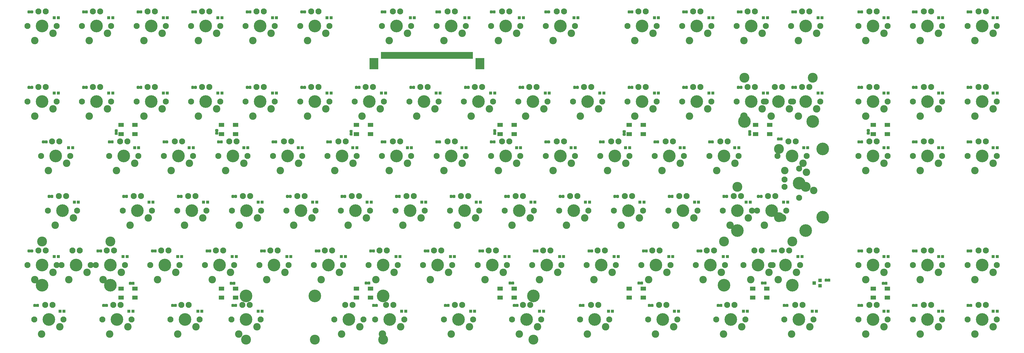
<source format=gbr>
G04 #@! TF.GenerationSoftware,KiCad,Pcbnew,5.1.5-52549c5~84~ubuntu16.04.1*
G04 #@! TF.CreationDate,2019-12-22T20:02:01+06:00*
G04 #@! TF.ProjectId,wasd-keyboard,77617364-2d6b-4657-9962-6f6172642e6b,rev?*
G04 #@! TF.SameCoordinates,Original*
G04 #@! TF.FileFunction,Soldermask,Bot*
G04 #@! TF.FilePolarity,Negative*
%FSLAX46Y46*%
G04 Gerber Fmt 4.6, Leading zero omitted, Abs format (unit mm)*
G04 Created by KiCad (PCBNEW 5.1.5-52549c5~84~ubuntu16.04.1) date 2019-12-22 20:02:01*
%MOMM*%
%LPD*%
G04 APERTURE LIST*
%ADD10R,1.000000X1.100000*%
%ADD11C,0.100000*%
%ADD12R,1.010000X2.400000*%
%ADD13R,3.080000X4.000000*%
%ADD14C,2.600000*%
%ADD15C,4.400000*%
%ADD16C,2.100000*%
%ADD17C,3.450000*%
%ADD18R,1.900000X1.400000*%
%ADD19R,1.300000X1.200000*%
G04 APERTURE END LIST*
D10*
X65700000Y-109000000D03*
X64300000Y-109000000D03*
D11*
G36*
X74786759Y-106481192D02*
G01*
X74810785Y-106484756D01*
X74834345Y-106490657D01*
X74857214Y-106498840D01*
X74879171Y-106509224D01*
X74900004Y-106521711D01*
X74919512Y-106536180D01*
X74937509Y-106552491D01*
X74953820Y-106570488D01*
X74968289Y-106589996D01*
X74980776Y-106610829D01*
X74991160Y-106632786D01*
X74999343Y-106655655D01*
X75005244Y-106679215D01*
X75008808Y-106703241D01*
X75010000Y-106727500D01*
X75010000Y-107272500D01*
X75008808Y-107296759D01*
X75005244Y-107320785D01*
X74999343Y-107344345D01*
X74991160Y-107367214D01*
X74980776Y-107389171D01*
X74968289Y-107410004D01*
X74953820Y-107429512D01*
X74937509Y-107447509D01*
X74919512Y-107463820D01*
X74900004Y-107478289D01*
X74879171Y-107490776D01*
X74857214Y-107501160D01*
X74834345Y-107509343D01*
X74810785Y-107515244D01*
X74786759Y-107518808D01*
X74762500Y-107520000D01*
X74267500Y-107520000D01*
X74243241Y-107518808D01*
X74219215Y-107515244D01*
X74195655Y-107509343D01*
X74172786Y-107501160D01*
X74150829Y-107490776D01*
X74129996Y-107478289D01*
X74110488Y-107463820D01*
X74092491Y-107447509D01*
X74076180Y-107429512D01*
X74061711Y-107410004D01*
X74049224Y-107389171D01*
X74038840Y-107367214D01*
X74030657Y-107344345D01*
X74024756Y-107320785D01*
X74021192Y-107296759D01*
X74020000Y-107272500D01*
X74020000Y-106727500D01*
X74021192Y-106703241D01*
X74024756Y-106679215D01*
X74030657Y-106655655D01*
X74038840Y-106632786D01*
X74049224Y-106610829D01*
X74061711Y-106589996D01*
X74076180Y-106570488D01*
X74092491Y-106552491D01*
X74110488Y-106536180D01*
X74129996Y-106521711D01*
X74150829Y-106509224D01*
X74172786Y-106498840D01*
X74195655Y-106490657D01*
X74219215Y-106484756D01*
X74243241Y-106481192D01*
X74267500Y-106480000D01*
X74762500Y-106480000D01*
X74786759Y-106481192D01*
G37*
G36*
X75756759Y-106481192D02*
G01*
X75780785Y-106484756D01*
X75804345Y-106490657D01*
X75827214Y-106498840D01*
X75849171Y-106509224D01*
X75870004Y-106521711D01*
X75889512Y-106536180D01*
X75907509Y-106552491D01*
X75923820Y-106570488D01*
X75938289Y-106589996D01*
X75950776Y-106610829D01*
X75961160Y-106632786D01*
X75969343Y-106655655D01*
X75975244Y-106679215D01*
X75978808Y-106703241D01*
X75980000Y-106727500D01*
X75980000Y-107272500D01*
X75978808Y-107296759D01*
X75975244Y-107320785D01*
X75969343Y-107344345D01*
X75961160Y-107367214D01*
X75950776Y-107389171D01*
X75938289Y-107410004D01*
X75923820Y-107429512D01*
X75907509Y-107447509D01*
X75889512Y-107463820D01*
X75870004Y-107478289D01*
X75849171Y-107490776D01*
X75827214Y-107501160D01*
X75804345Y-107509343D01*
X75780785Y-107515244D01*
X75756759Y-107518808D01*
X75732500Y-107520000D01*
X75237500Y-107520000D01*
X75213241Y-107518808D01*
X75189215Y-107515244D01*
X75165655Y-107509343D01*
X75142786Y-107501160D01*
X75120829Y-107490776D01*
X75099996Y-107478289D01*
X75080488Y-107463820D01*
X75062491Y-107447509D01*
X75046180Y-107429512D01*
X75031711Y-107410004D01*
X75019224Y-107389171D01*
X75008840Y-107367214D01*
X75000657Y-107344345D01*
X74994756Y-107320785D01*
X74991192Y-107296759D01*
X74990000Y-107272500D01*
X74990000Y-106727500D01*
X74991192Y-106703241D01*
X74994756Y-106679215D01*
X75000657Y-106655655D01*
X75008840Y-106632786D01*
X75019224Y-106610829D01*
X75031711Y-106589996D01*
X75046180Y-106570488D01*
X75062491Y-106552491D01*
X75080488Y-106536180D01*
X75099996Y-106521711D01*
X75120829Y-106509224D01*
X75142786Y-106498840D01*
X75165655Y-106490657D01*
X75189215Y-106484756D01*
X75213241Y-106481192D01*
X75237500Y-106480000D01*
X75732500Y-106480000D01*
X75756759Y-106481192D01*
G37*
D12*
X209600000Y-122200000D03*
X208600000Y-122200000D03*
X207600000Y-122200000D03*
X206600000Y-122200000D03*
X205600000Y-122200000D03*
X204600000Y-122200000D03*
X203600000Y-122200000D03*
X202600000Y-122200000D03*
X201600000Y-122200000D03*
X200600000Y-122200000D03*
X199600000Y-122200000D03*
X198600000Y-122200000D03*
X197600000Y-122200000D03*
X196600000Y-122200000D03*
X195600000Y-122200000D03*
X194600000Y-122200000D03*
X193600000Y-122200000D03*
X192600000Y-122200000D03*
X191600000Y-122200000D03*
X190600000Y-122200000D03*
X189600000Y-122200000D03*
X188600000Y-122200000D03*
X187600000Y-122200000D03*
X186600000Y-122200000D03*
X185600000Y-122200000D03*
X184600000Y-122200000D03*
X183600000Y-122200000D03*
X182600000Y-122200000D03*
X181600000Y-122200000D03*
X180600000Y-122200000D03*
X179600000Y-122200000D03*
X178600000Y-122200000D03*
D13*
X212590000Y-125000000D03*
X175610000Y-125000000D03*
D11*
G36*
X55786759Y-106481192D02*
G01*
X55810785Y-106484756D01*
X55834345Y-106490657D01*
X55857214Y-106498840D01*
X55879171Y-106509224D01*
X55900004Y-106521711D01*
X55919512Y-106536180D01*
X55937509Y-106552491D01*
X55953820Y-106570488D01*
X55968289Y-106589996D01*
X55980776Y-106610829D01*
X55991160Y-106632786D01*
X55999343Y-106655655D01*
X56005244Y-106679215D01*
X56008808Y-106703241D01*
X56010000Y-106727500D01*
X56010000Y-107272500D01*
X56008808Y-107296759D01*
X56005244Y-107320785D01*
X55999343Y-107344345D01*
X55991160Y-107367214D01*
X55980776Y-107389171D01*
X55968289Y-107410004D01*
X55953820Y-107429512D01*
X55937509Y-107447509D01*
X55919512Y-107463820D01*
X55900004Y-107478289D01*
X55879171Y-107490776D01*
X55857214Y-107501160D01*
X55834345Y-107509343D01*
X55810785Y-107515244D01*
X55786759Y-107518808D01*
X55762500Y-107520000D01*
X55267500Y-107520000D01*
X55243241Y-107518808D01*
X55219215Y-107515244D01*
X55195655Y-107509343D01*
X55172786Y-107501160D01*
X55150829Y-107490776D01*
X55129996Y-107478289D01*
X55110488Y-107463820D01*
X55092491Y-107447509D01*
X55076180Y-107429512D01*
X55061711Y-107410004D01*
X55049224Y-107389171D01*
X55038840Y-107367214D01*
X55030657Y-107344345D01*
X55024756Y-107320785D01*
X55021192Y-107296759D01*
X55020000Y-107272500D01*
X55020000Y-106727500D01*
X55021192Y-106703241D01*
X55024756Y-106679215D01*
X55030657Y-106655655D01*
X55038840Y-106632786D01*
X55049224Y-106610829D01*
X55061711Y-106589996D01*
X55076180Y-106570488D01*
X55092491Y-106552491D01*
X55110488Y-106536180D01*
X55129996Y-106521711D01*
X55150829Y-106509224D01*
X55172786Y-106498840D01*
X55195655Y-106490657D01*
X55219215Y-106484756D01*
X55243241Y-106481192D01*
X55267500Y-106480000D01*
X55762500Y-106480000D01*
X55786759Y-106481192D01*
G37*
G36*
X56756759Y-106481192D02*
G01*
X56780785Y-106484756D01*
X56804345Y-106490657D01*
X56827214Y-106498840D01*
X56849171Y-106509224D01*
X56870004Y-106521711D01*
X56889512Y-106536180D01*
X56907509Y-106552491D01*
X56923820Y-106570488D01*
X56938289Y-106589996D01*
X56950776Y-106610829D01*
X56961160Y-106632786D01*
X56969343Y-106655655D01*
X56975244Y-106679215D01*
X56978808Y-106703241D01*
X56980000Y-106727500D01*
X56980000Y-107272500D01*
X56978808Y-107296759D01*
X56975244Y-107320785D01*
X56969343Y-107344345D01*
X56961160Y-107367214D01*
X56950776Y-107389171D01*
X56938289Y-107410004D01*
X56923820Y-107429512D01*
X56907509Y-107447509D01*
X56889512Y-107463820D01*
X56870004Y-107478289D01*
X56849171Y-107490776D01*
X56827214Y-107501160D01*
X56804345Y-107509343D01*
X56780785Y-107515244D01*
X56756759Y-107518808D01*
X56732500Y-107520000D01*
X56237500Y-107520000D01*
X56213241Y-107518808D01*
X56189215Y-107515244D01*
X56165655Y-107509343D01*
X56142786Y-107501160D01*
X56120829Y-107490776D01*
X56099996Y-107478289D01*
X56080488Y-107463820D01*
X56062491Y-107447509D01*
X56046180Y-107429512D01*
X56031711Y-107410004D01*
X56019224Y-107389171D01*
X56008840Y-107367214D01*
X56000657Y-107344345D01*
X55994756Y-107320785D01*
X55991192Y-107296759D01*
X55990000Y-107272500D01*
X55990000Y-106727500D01*
X55991192Y-106703241D01*
X55994756Y-106679215D01*
X56000657Y-106655655D01*
X56008840Y-106632786D01*
X56019224Y-106610829D01*
X56031711Y-106589996D01*
X56046180Y-106570488D01*
X56062491Y-106552491D01*
X56080488Y-106536180D01*
X56099996Y-106521711D01*
X56120829Y-106509224D01*
X56142786Y-106498840D01*
X56165655Y-106490657D01*
X56189215Y-106484756D01*
X56213241Y-106481192D01*
X56237500Y-106480000D01*
X56732500Y-106480000D01*
X56756759Y-106481192D01*
G37*
G36*
X93786759Y-106481192D02*
G01*
X93810785Y-106484756D01*
X93834345Y-106490657D01*
X93857214Y-106498840D01*
X93879171Y-106509224D01*
X93900004Y-106521711D01*
X93919512Y-106536180D01*
X93937509Y-106552491D01*
X93953820Y-106570488D01*
X93968289Y-106589996D01*
X93980776Y-106610829D01*
X93991160Y-106632786D01*
X93999343Y-106655655D01*
X94005244Y-106679215D01*
X94008808Y-106703241D01*
X94010000Y-106727500D01*
X94010000Y-107272500D01*
X94008808Y-107296759D01*
X94005244Y-107320785D01*
X93999343Y-107344345D01*
X93991160Y-107367214D01*
X93980776Y-107389171D01*
X93968289Y-107410004D01*
X93953820Y-107429512D01*
X93937509Y-107447509D01*
X93919512Y-107463820D01*
X93900004Y-107478289D01*
X93879171Y-107490776D01*
X93857214Y-107501160D01*
X93834345Y-107509343D01*
X93810785Y-107515244D01*
X93786759Y-107518808D01*
X93762500Y-107520000D01*
X93267500Y-107520000D01*
X93243241Y-107518808D01*
X93219215Y-107515244D01*
X93195655Y-107509343D01*
X93172786Y-107501160D01*
X93150829Y-107490776D01*
X93129996Y-107478289D01*
X93110488Y-107463820D01*
X93092491Y-107447509D01*
X93076180Y-107429512D01*
X93061711Y-107410004D01*
X93049224Y-107389171D01*
X93038840Y-107367214D01*
X93030657Y-107344345D01*
X93024756Y-107320785D01*
X93021192Y-107296759D01*
X93020000Y-107272500D01*
X93020000Y-106727500D01*
X93021192Y-106703241D01*
X93024756Y-106679215D01*
X93030657Y-106655655D01*
X93038840Y-106632786D01*
X93049224Y-106610829D01*
X93061711Y-106589996D01*
X93076180Y-106570488D01*
X93092491Y-106552491D01*
X93110488Y-106536180D01*
X93129996Y-106521711D01*
X93150829Y-106509224D01*
X93172786Y-106498840D01*
X93195655Y-106490657D01*
X93219215Y-106484756D01*
X93243241Y-106481192D01*
X93267500Y-106480000D01*
X93762500Y-106480000D01*
X93786759Y-106481192D01*
G37*
G36*
X94756759Y-106481192D02*
G01*
X94780785Y-106484756D01*
X94804345Y-106490657D01*
X94827214Y-106498840D01*
X94849171Y-106509224D01*
X94870004Y-106521711D01*
X94889512Y-106536180D01*
X94907509Y-106552491D01*
X94923820Y-106570488D01*
X94938289Y-106589996D01*
X94950776Y-106610829D01*
X94961160Y-106632786D01*
X94969343Y-106655655D01*
X94975244Y-106679215D01*
X94978808Y-106703241D01*
X94980000Y-106727500D01*
X94980000Y-107272500D01*
X94978808Y-107296759D01*
X94975244Y-107320785D01*
X94969343Y-107344345D01*
X94961160Y-107367214D01*
X94950776Y-107389171D01*
X94938289Y-107410004D01*
X94923820Y-107429512D01*
X94907509Y-107447509D01*
X94889512Y-107463820D01*
X94870004Y-107478289D01*
X94849171Y-107490776D01*
X94827214Y-107501160D01*
X94804345Y-107509343D01*
X94780785Y-107515244D01*
X94756759Y-107518808D01*
X94732500Y-107520000D01*
X94237500Y-107520000D01*
X94213241Y-107518808D01*
X94189215Y-107515244D01*
X94165655Y-107509343D01*
X94142786Y-107501160D01*
X94120829Y-107490776D01*
X94099996Y-107478289D01*
X94080488Y-107463820D01*
X94062491Y-107447509D01*
X94046180Y-107429512D01*
X94031711Y-107410004D01*
X94019224Y-107389171D01*
X94008840Y-107367214D01*
X94000657Y-107344345D01*
X93994756Y-107320785D01*
X93991192Y-107296759D01*
X93990000Y-107272500D01*
X93990000Y-106727500D01*
X93991192Y-106703241D01*
X93994756Y-106679215D01*
X94000657Y-106655655D01*
X94008840Y-106632786D01*
X94019224Y-106610829D01*
X94031711Y-106589996D01*
X94046180Y-106570488D01*
X94062491Y-106552491D01*
X94080488Y-106536180D01*
X94099996Y-106521711D01*
X94120829Y-106509224D01*
X94142786Y-106498840D01*
X94165655Y-106490657D01*
X94189215Y-106484756D01*
X94213241Y-106481192D01*
X94237500Y-106480000D01*
X94732500Y-106480000D01*
X94756759Y-106481192D01*
G37*
G36*
X112786759Y-106481192D02*
G01*
X112810785Y-106484756D01*
X112834345Y-106490657D01*
X112857214Y-106498840D01*
X112879171Y-106509224D01*
X112900004Y-106521711D01*
X112919512Y-106536180D01*
X112937509Y-106552491D01*
X112953820Y-106570488D01*
X112968289Y-106589996D01*
X112980776Y-106610829D01*
X112991160Y-106632786D01*
X112999343Y-106655655D01*
X113005244Y-106679215D01*
X113008808Y-106703241D01*
X113010000Y-106727500D01*
X113010000Y-107272500D01*
X113008808Y-107296759D01*
X113005244Y-107320785D01*
X112999343Y-107344345D01*
X112991160Y-107367214D01*
X112980776Y-107389171D01*
X112968289Y-107410004D01*
X112953820Y-107429512D01*
X112937509Y-107447509D01*
X112919512Y-107463820D01*
X112900004Y-107478289D01*
X112879171Y-107490776D01*
X112857214Y-107501160D01*
X112834345Y-107509343D01*
X112810785Y-107515244D01*
X112786759Y-107518808D01*
X112762500Y-107520000D01*
X112267500Y-107520000D01*
X112243241Y-107518808D01*
X112219215Y-107515244D01*
X112195655Y-107509343D01*
X112172786Y-107501160D01*
X112150829Y-107490776D01*
X112129996Y-107478289D01*
X112110488Y-107463820D01*
X112092491Y-107447509D01*
X112076180Y-107429512D01*
X112061711Y-107410004D01*
X112049224Y-107389171D01*
X112038840Y-107367214D01*
X112030657Y-107344345D01*
X112024756Y-107320785D01*
X112021192Y-107296759D01*
X112020000Y-107272500D01*
X112020000Y-106727500D01*
X112021192Y-106703241D01*
X112024756Y-106679215D01*
X112030657Y-106655655D01*
X112038840Y-106632786D01*
X112049224Y-106610829D01*
X112061711Y-106589996D01*
X112076180Y-106570488D01*
X112092491Y-106552491D01*
X112110488Y-106536180D01*
X112129996Y-106521711D01*
X112150829Y-106509224D01*
X112172786Y-106498840D01*
X112195655Y-106490657D01*
X112219215Y-106484756D01*
X112243241Y-106481192D01*
X112267500Y-106480000D01*
X112762500Y-106480000D01*
X112786759Y-106481192D01*
G37*
G36*
X113756759Y-106481192D02*
G01*
X113780785Y-106484756D01*
X113804345Y-106490657D01*
X113827214Y-106498840D01*
X113849171Y-106509224D01*
X113870004Y-106521711D01*
X113889512Y-106536180D01*
X113907509Y-106552491D01*
X113923820Y-106570488D01*
X113938289Y-106589996D01*
X113950776Y-106610829D01*
X113961160Y-106632786D01*
X113969343Y-106655655D01*
X113975244Y-106679215D01*
X113978808Y-106703241D01*
X113980000Y-106727500D01*
X113980000Y-107272500D01*
X113978808Y-107296759D01*
X113975244Y-107320785D01*
X113969343Y-107344345D01*
X113961160Y-107367214D01*
X113950776Y-107389171D01*
X113938289Y-107410004D01*
X113923820Y-107429512D01*
X113907509Y-107447509D01*
X113889512Y-107463820D01*
X113870004Y-107478289D01*
X113849171Y-107490776D01*
X113827214Y-107501160D01*
X113804345Y-107509343D01*
X113780785Y-107515244D01*
X113756759Y-107518808D01*
X113732500Y-107520000D01*
X113237500Y-107520000D01*
X113213241Y-107518808D01*
X113189215Y-107515244D01*
X113165655Y-107509343D01*
X113142786Y-107501160D01*
X113120829Y-107490776D01*
X113099996Y-107478289D01*
X113080488Y-107463820D01*
X113062491Y-107447509D01*
X113046180Y-107429512D01*
X113031711Y-107410004D01*
X113019224Y-107389171D01*
X113008840Y-107367214D01*
X113000657Y-107344345D01*
X112994756Y-107320785D01*
X112991192Y-107296759D01*
X112990000Y-107272500D01*
X112990000Y-106727500D01*
X112991192Y-106703241D01*
X112994756Y-106679215D01*
X113000657Y-106655655D01*
X113008840Y-106632786D01*
X113019224Y-106610829D01*
X113031711Y-106589996D01*
X113046180Y-106570488D01*
X113062491Y-106552491D01*
X113080488Y-106536180D01*
X113099996Y-106521711D01*
X113120829Y-106509224D01*
X113142786Y-106498840D01*
X113165655Y-106490657D01*
X113189215Y-106484756D01*
X113213241Y-106481192D01*
X113237500Y-106480000D01*
X113732500Y-106480000D01*
X113756759Y-106481192D01*
G37*
G36*
X131786759Y-106481192D02*
G01*
X131810785Y-106484756D01*
X131834345Y-106490657D01*
X131857214Y-106498840D01*
X131879171Y-106509224D01*
X131900004Y-106521711D01*
X131919512Y-106536180D01*
X131937509Y-106552491D01*
X131953820Y-106570488D01*
X131968289Y-106589996D01*
X131980776Y-106610829D01*
X131991160Y-106632786D01*
X131999343Y-106655655D01*
X132005244Y-106679215D01*
X132008808Y-106703241D01*
X132010000Y-106727500D01*
X132010000Y-107272500D01*
X132008808Y-107296759D01*
X132005244Y-107320785D01*
X131999343Y-107344345D01*
X131991160Y-107367214D01*
X131980776Y-107389171D01*
X131968289Y-107410004D01*
X131953820Y-107429512D01*
X131937509Y-107447509D01*
X131919512Y-107463820D01*
X131900004Y-107478289D01*
X131879171Y-107490776D01*
X131857214Y-107501160D01*
X131834345Y-107509343D01*
X131810785Y-107515244D01*
X131786759Y-107518808D01*
X131762500Y-107520000D01*
X131267500Y-107520000D01*
X131243241Y-107518808D01*
X131219215Y-107515244D01*
X131195655Y-107509343D01*
X131172786Y-107501160D01*
X131150829Y-107490776D01*
X131129996Y-107478289D01*
X131110488Y-107463820D01*
X131092491Y-107447509D01*
X131076180Y-107429512D01*
X131061711Y-107410004D01*
X131049224Y-107389171D01*
X131038840Y-107367214D01*
X131030657Y-107344345D01*
X131024756Y-107320785D01*
X131021192Y-107296759D01*
X131020000Y-107272500D01*
X131020000Y-106727500D01*
X131021192Y-106703241D01*
X131024756Y-106679215D01*
X131030657Y-106655655D01*
X131038840Y-106632786D01*
X131049224Y-106610829D01*
X131061711Y-106589996D01*
X131076180Y-106570488D01*
X131092491Y-106552491D01*
X131110488Y-106536180D01*
X131129996Y-106521711D01*
X131150829Y-106509224D01*
X131172786Y-106498840D01*
X131195655Y-106490657D01*
X131219215Y-106484756D01*
X131243241Y-106481192D01*
X131267500Y-106480000D01*
X131762500Y-106480000D01*
X131786759Y-106481192D01*
G37*
G36*
X132756759Y-106481192D02*
G01*
X132780785Y-106484756D01*
X132804345Y-106490657D01*
X132827214Y-106498840D01*
X132849171Y-106509224D01*
X132870004Y-106521711D01*
X132889512Y-106536180D01*
X132907509Y-106552491D01*
X132923820Y-106570488D01*
X132938289Y-106589996D01*
X132950776Y-106610829D01*
X132961160Y-106632786D01*
X132969343Y-106655655D01*
X132975244Y-106679215D01*
X132978808Y-106703241D01*
X132980000Y-106727500D01*
X132980000Y-107272500D01*
X132978808Y-107296759D01*
X132975244Y-107320785D01*
X132969343Y-107344345D01*
X132961160Y-107367214D01*
X132950776Y-107389171D01*
X132938289Y-107410004D01*
X132923820Y-107429512D01*
X132907509Y-107447509D01*
X132889512Y-107463820D01*
X132870004Y-107478289D01*
X132849171Y-107490776D01*
X132827214Y-107501160D01*
X132804345Y-107509343D01*
X132780785Y-107515244D01*
X132756759Y-107518808D01*
X132732500Y-107520000D01*
X132237500Y-107520000D01*
X132213241Y-107518808D01*
X132189215Y-107515244D01*
X132165655Y-107509343D01*
X132142786Y-107501160D01*
X132120829Y-107490776D01*
X132099996Y-107478289D01*
X132080488Y-107463820D01*
X132062491Y-107447509D01*
X132046180Y-107429512D01*
X132031711Y-107410004D01*
X132019224Y-107389171D01*
X132008840Y-107367214D01*
X132000657Y-107344345D01*
X131994756Y-107320785D01*
X131991192Y-107296759D01*
X131990000Y-107272500D01*
X131990000Y-106727500D01*
X131991192Y-106703241D01*
X131994756Y-106679215D01*
X132000657Y-106655655D01*
X132008840Y-106632786D01*
X132019224Y-106610829D01*
X132031711Y-106589996D01*
X132046180Y-106570488D01*
X132062491Y-106552491D01*
X132080488Y-106536180D01*
X132099996Y-106521711D01*
X132120829Y-106509224D01*
X132142786Y-106498840D01*
X132165655Y-106490657D01*
X132189215Y-106484756D01*
X132213241Y-106481192D01*
X132237500Y-106480000D01*
X132732500Y-106480000D01*
X132756759Y-106481192D01*
G37*
G36*
X150786759Y-106481192D02*
G01*
X150810785Y-106484756D01*
X150834345Y-106490657D01*
X150857214Y-106498840D01*
X150879171Y-106509224D01*
X150900004Y-106521711D01*
X150919512Y-106536180D01*
X150937509Y-106552491D01*
X150953820Y-106570488D01*
X150968289Y-106589996D01*
X150980776Y-106610829D01*
X150991160Y-106632786D01*
X150999343Y-106655655D01*
X151005244Y-106679215D01*
X151008808Y-106703241D01*
X151010000Y-106727500D01*
X151010000Y-107272500D01*
X151008808Y-107296759D01*
X151005244Y-107320785D01*
X150999343Y-107344345D01*
X150991160Y-107367214D01*
X150980776Y-107389171D01*
X150968289Y-107410004D01*
X150953820Y-107429512D01*
X150937509Y-107447509D01*
X150919512Y-107463820D01*
X150900004Y-107478289D01*
X150879171Y-107490776D01*
X150857214Y-107501160D01*
X150834345Y-107509343D01*
X150810785Y-107515244D01*
X150786759Y-107518808D01*
X150762500Y-107520000D01*
X150267500Y-107520000D01*
X150243241Y-107518808D01*
X150219215Y-107515244D01*
X150195655Y-107509343D01*
X150172786Y-107501160D01*
X150150829Y-107490776D01*
X150129996Y-107478289D01*
X150110488Y-107463820D01*
X150092491Y-107447509D01*
X150076180Y-107429512D01*
X150061711Y-107410004D01*
X150049224Y-107389171D01*
X150038840Y-107367214D01*
X150030657Y-107344345D01*
X150024756Y-107320785D01*
X150021192Y-107296759D01*
X150020000Y-107272500D01*
X150020000Y-106727500D01*
X150021192Y-106703241D01*
X150024756Y-106679215D01*
X150030657Y-106655655D01*
X150038840Y-106632786D01*
X150049224Y-106610829D01*
X150061711Y-106589996D01*
X150076180Y-106570488D01*
X150092491Y-106552491D01*
X150110488Y-106536180D01*
X150129996Y-106521711D01*
X150150829Y-106509224D01*
X150172786Y-106498840D01*
X150195655Y-106490657D01*
X150219215Y-106484756D01*
X150243241Y-106481192D01*
X150267500Y-106480000D01*
X150762500Y-106480000D01*
X150786759Y-106481192D01*
G37*
G36*
X151756759Y-106481192D02*
G01*
X151780785Y-106484756D01*
X151804345Y-106490657D01*
X151827214Y-106498840D01*
X151849171Y-106509224D01*
X151870004Y-106521711D01*
X151889512Y-106536180D01*
X151907509Y-106552491D01*
X151923820Y-106570488D01*
X151938289Y-106589996D01*
X151950776Y-106610829D01*
X151961160Y-106632786D01*
X151969343Y-106655655D01*
X151975244Y-106679215D01*
X151978808Y-106703241D01*
X151980000Y-106727500D01*
X151980000Y-107272500D01*
X151978808Y-107296759D01*
X151975244Y-107320785D01*
X151969343Y-107344345D01*
X151961160Y-107367214D01*
X151950776Y-107389171D01*
X151938289Y-107410004D01*
X151923820Y-107429512D01*
X151907509Y-107447509D01*
X151889512Y-107463820D01*
X151870004Y-107478289D01*
X151849171Y-107490776D01*
X151827214Y-107501160D01*
X151804345Y-107509343D01*
X151780785Y-107515244D01*
X151756759Y-107518808D01*
X151732500Y-107520000D01*
X151237500Y-107520000D01*
X151213241Y-107518808D01*
X151189215Y-107515244D01*
X151165655Y-107509343D01*
X151142786Y-107501160D01*
X151120829Y-107490776D01*
X151099996Y-107478289D01*
X151080488Y-107463820D01*
X151062491Y-107447509D01*
X151046180Y-107429512D01*
X151031711Y-107410004D01*
X151019224Y-107389171D01*
X151008840Y-107367214D01*
X151000657Y-107344345D01*
X150994756Y-107320785D01*
X150991192Y-107296759D01*
X150990000Y-107272500D01*
X150990000Y-106727500D01*
X150991192Y-106703241D01*
X150994756Y-106679215D01*
X151000657Y-106655655D01*
X151008840Y-106632786D01*
X151019224Y-106610829D01*
X151031711Y-106589996D01*
X151046180Y-106570488D01*
X151062491Y-106552491D01*
X151080488Y-106536180D01*
X151099996Y-106521711D01*
X151120829Y-106509224D01*
X151142786Y-106498840D01*
X151165655Y-106490657D01*
X151189215Y-106484756D01*
X151213241Y-106481192D01*
X151237500Y-106480000D01*
X151732500Y-106480000D01*
X151756759Y-106481192D01*
G37*
G36*
X178786759Y-106481192D02*
G01*
X178810785Y-106484756D01*
X178834345Y-106490657D01*
X178857214Y-106498840D01*
X178879171Y-106509224D01*
X178900004Y-106521711D01*
X178919512Y-106536180D01*
X178937509Y-106552491D01*
X178953820Y-106570488D01*
X178968289Y-106589996D01*
X178980776Y-106610829D01*
X178991160Y-106632786D01*
X178999343Y-106655655D01*
X179005244Y-106679215D01*
X179008808Y-106703241D01*
X179010000Y-106727500D01*
X179010000Y-107272500D01*
X179008808Y-107296759D01*
X179005244Y-107320785D01*
X178999343Y-107344345D01*
X178991160Y-107367214D01*
X178980776Y-107389171D01*
X178968289Y-107410004D01*
X178953820Y-107429512D01*
X178937509Y-107447509D01*
X178919512Y-107463820D01*
X178900004Y-107478289D01*
X178879171Y-107490776D01*
X178857214Y-107501160D01*
X178834345Y-107509343D01*
X178810785Y-107515244D01*
X178786759Y-107518808D01*
X178762500Y-107520000D01*
X178267500Y-107520000D01*
X178243241Y-107518808D01*
X178219215Y-107515244D01*
X178195655Y-107509343D01*
X178172786Y-107501160D01*
X178150829Y-107490776D01*
X178129996Y-107478289D01*
X178110488Y-107463820D01*
X178092491Y-107447509D01*
X178076180Y-107429512D01*
X178061711Y-107410004D01*
X178049224Y-107389171D01*
X178038840Y-107367214D01*
X178030657Y-107344345D01*
X178024756Y-107320785D01*
X178021192Y-107296759D01*
X178020000Y-107272500D01*
X178020000Y-106727500D01*
X178021192Y-106703241D01*
X178024756Y-106679215D01*
X178030657Y-106655655D01*
X178038840Y-106632786D01*
X178049224Y-106610829D01*
X178061711Y-106589996D01*
X178076180Y-106570488D01*
X178092491Y-106552491D01*
X178110488Y-106536180D01*
X178129996Y-106521711D01*
X178150829Y-106509224D01*
X178172786Y-106498840D01*
X178195655Y-106490657D01*
X178219215Y-106484756D01*
X178243241Y-106481192D01*
X178267500Y-106480000D01*
X178762500Y-106480000D01*
X178786759Y-106481192D01*
G37*
G36*
X179756759Y-106481192D02*
G01*
X179780785Y-106484756D01*
X179804345Y-106490657D01*
X179827214Y-106498840D01*
X179849171Y-106509224D01*
X179870004Y-106521711D01*
X179889512Y-106536180D01*
X179907509Y-106552491D01*
X179923820Y-106570488D01*
X179938289Y-106589996D01*
X179950776Y-106610829D01*
X179961160Y-106632786D01*
X179969343Y-106655655D01*
X179975244Y-106679215D01*
X179978808Y-106703241D01*
X179980000Y-106727500D01*
X179980000Y-107272500D01*
X179978808Y-107296759D01*
X179975244Y-107320785D01*
X179969343Y-107344345D01*
X179961160Y-107367214D01*
X179950776Y-107389171D01*
X179938289Y-107410004D01*
X179923820Y-107429512D01*
X179907509Y-107447509D01*
X179889512Y-107463820D01*
X179870004Y-107478289D01*
X179849171Y-107490776D01*
X179827214Y-107501160D01*
X179804345Y-107509343D01*
X179780785Y-107515244D01*
X179756759Y-107518808D01*
X179732500Y-107520000D01*
X179237500Y-107520000D01*
X179213241Y-107518808D01*
X179189215Y-107515244D01*
X179165655Y-107509343D01*
X179142786Y-107501160D01*
X179120829Y-107490776D01*
X179099996Y-107478289D01*
X179080488Y-107463820D01*
X179062491Y-107447509D01*
X179046180Y-107429512D01*
X179031711Y-107410004D01*
X179019224Y-107389171D01*
X179008840Y-107367214D01*
X179000657Y-107344345D01*
X178994756Y-107320785D01*
X178991192Y-107296759D01*
X178990000Y-107272500D01*
X178990000Y-106727500D01*
X178991192Y-106703241D01*
X178994756Y-106679215D01*
X179000657Y-106655655D01*
X179008840Y-106632786D01*
X179019224Y-106610829D01*
X179031711Y-106589996D01*
X179046180Y-106570488D01*
X179062491Y-106552491D01*
X179080488Y-106536180D01*
X179099996Y-106521711D01*
X179120829Y-106509224D01*
X179142786Y-106498840D01*
X179165655Y-106490657D01*
X179189215Y-106484756D01*
X179213241Y-106481192D01*
X179237500Y-106480000D01*
X179732500Y-106480000D01*
X179756759Y-106481192D01*
G37*
G36*
X197786759Y-106481192D02*
G01*
X197810785Y-106484756D01*
X197834345Y-106490657D01*
X197857214Y-106498840D01*
X197879171Y-106509224D01*
X197900004Y-106521711D01*
X197919512Y-106536180D01*
X197937509Y-106552491D01*
X197953820Y-106570488D01*
X197968289Y-106589996D01*
X197980776Y-106610829D01*
X197991160Y-106632786D01*
X197999343Y-106655655D01*
X198005244Y-106679215D01*
X198008808Y-106703241D01*
X198010000Y-106727500D01*
X198010000Y-107272500D01*
X198008808Y-107296759D01*
X198005244Y-107320785D01*
X197999343Y-107344345D01*
X197991160Y-107367214D01*
X197980776Y-107389171D01*
X197968289Y-107410004D01*
X197953820Y-107429512D01*
X197937509Y-107447509D01*
X197919512Y-107463820D01*
X197900004Y-107478289D01*
X197879171Y-107490776D01*
X197857214Y-107501160D01*
X197834345Y-107509343D01*
X197810785Y-107515244D01*
X197786759Y-107518808D01*
X197762500Y-107520000D01*
X197267500Y-107520000D01*
X197243241Y-107518808D01*
X197219215Y-107515244D01*
X197195655Y-107509343D01*
X197172786Y-107501160D01*
X197150829Y-107490776D01*
X197129996Y-107478289D01*
X197110488Y-107463820D01*
X197092491Y-107447509D01*
X197076180Y-107429512D01*
X197061711Y-107410004D01*
X197049224Y-107389171D01*
X197038840Y-107367214D01*
X197030657Y-107344345D01*
X197024756Y-107320785D01*
X197021192Y-107296759D01*
X197020000Y-107272500D01*
X197020000Y-106727500D01*
X197021192Y-106703241D01*
X197024756Y-106679215D01*
X197030657Y-106655655D01*
X197038840Y-106632786D01*
X197049224Y-106610829D01*
X197061711Y-106589996D01*
X197076180Y-106570488D01*
X197092491Y-106552491D01*
X197110488Y-106536180D01*
X197129996Y-106521711D01*
X197150829Y-106509224D01*
X197172786Y-106498840D01*
X197195655Y-106490657D01*
X197219215Y-106484756D01*
X197243241Y-106481192D01*
X197267500Y-106480000D01*
X197762500Y-106480000D01*
X197786759Y-106481192D01*
G37*
G36*
X198756759Y-106481192D02*
G01*
X198780785Y-106484756D01*
X198804345Y-106490657D01*
X198827214Y-106498840D01*
X198849171Y-106509224D01*
X198870004Y-106521711D01*
X198889512Y-106536180D01*
X198907509Y-106552491D01*
X198923820Y-106570488D01*
X198938289Y-106589996D01*
X198950776Y-106610829D01*
X198961160Y-106632786D01*
X198969343Y-106655655D01*
X198975244Y-106679215D01*
X198978808Y-106703241D01*
X198980000Y-106727500D01*
X198980000Y-107272500D01*
X198978808Y-107296759D01*
X198975244Y-107320785D01*
X198969343Y-107344345D01*
X198961160Y-107367214D01*
X198950776Y-107389171D01*
X198938289Y-107410004D01*
X198923820Y-107429512D01*
X198907509Y-107447509D01*
X198889512Y-107463820D01*
X198870004Y-107478289D01*
X198849171Y-107490776D01*
X198827214Y-107501160D01*
X198804345Y-107509343D01*
X198780785Y-107515244D01*
X198756759Y-107518808D01*
X198732500Y-107520000D01*
X198237500Y-107520000D01*
X198213241Y-107518808D01*
X198189215Y-107515244D01*
X198165655Y-107509343D01*
X198142786Y-107501160D01*
X198120829Y-107490776D01*
X198099996Y-107478289D01*
X198080488Y-107463820D01*
X198062491Y-107447509D01*
X198046180Y-107429512D01*
X198031711Y-107410004D01*
X198019224Y-107389171D01*
X198008840Y-107367214D01*
X198000657Y-107344345D01*
X197994756Y-107320785D01*
X197991192Y-107296759D01*
X197990000Y-107272500D01*
X197990000Y-106727500D01*
X197991192Y-106703241D01*
X197994756Y-106679215D01*
X198000657Y-106655655D01*
X198008840Y-106632786D01*
X198019224Y-106610829D01*
X198031711Y-106589996D01*
X198046180Y-106570488D01*
X198062491Y-106552491D01*
X198080488Y-106536180D01*
X198099996Y-106521711D01*
X198120829Y-106509224D01*
X198142786Y-106498840D01*
X198165655Y-106490657D01*
X198189215Y-106484756D01*
X198213241Y-106481192D01*
X198237500Y-106480000D01*
X198732500Y-106480000D01*
X198756759Y-106481192D01*
G37*
G36*
X216786759Y-106481192D02*
G01*
X216810785Y-106484756D01*
X216834345Y-106490657D01*
X216857214Y-106498840D01*
X216879171Y-106509224D01*
X216900004Y-106521711D01*
X216919512Y-106536180D01*
X216937509Y-106552491D01*
X216953820Y-106570488D01*
X216968289Y-106589996D01*
X216980776Y-106610829D01*
X216991160Y-106632786D01*
X216999343Y-106655655D01*
X217005244Y-106679215D01*
X217008808Y-106703241D01*
X217010000Y-106727500D01*
X217010000Y-107272500D01*
X217008808Y-107296759D01*
X217005244Y-107320785D01*
X216999343Y-107344345D01*
X216991160Y-107367214D01*
X216980776Y-107389171D01*
X216968289Y-107410004D01*
X216953820Y-107429512D01*
X216937509Y-107447509D01*
X216919512Y-107463820D01*
X216900004Y-107478289D01*
X216879171Y-107490776D01*
X216857214Y-107501160D01*
X216834345Y-107509343D01*
X216810785Y-107515244D01*
X216786759Y-107518808D01*
X216762500Y-107520000D01*
X216267500Y-107520000D01*
X216243241Y-107518808D01*
X216219215Y-107515244D01*
X216195655Y-107509343D01*
X216172786Y-107501160D01*
X216150829Y-107490776D01*
X216129996Y-107478289D01*
X216110488Y-107463820D01*
X216092491Y-107447509D01*
X216076180Y-107429512D01*
X216061711Y-107410004D01*
X216049224Y-107389171D01*
X216038840Y-107367214D01*
X216030657Y-107344345D01*
X216024756Y-107320785D01*
X216021192Y-107296759D01*
X216020000Y-107272500D01*
X216020000Y-106727500D01*
X216021192Y-106703241D01*
X216024756Y-106679215D01*
X216030657Y-106655655D01*
X216038840Y-106632786D01*
X216049224Y-106610829D01*
X216061711Y-106589996D01*
X216076180Y-106570488D01*
X216092491Y-106552491D01*
X216110488Y-106536180D01*
X216129996Y-106521711D01*
X216150829Y-106509224D01*
X216172786Y-106498840D01*
X216195655Y-106490657D01*
X216219215Y-106484756D01*
X216243241Y-106481192D01*
X216267500Y-106480000D01*
X216762500Y-106480000D01*
X216786759Y-106481192D01*
G37*
G36*
X217756759Y-106481192D02*
G01*
X217780785Y-106484756D01*
X217804345Y-106490657D01*
X217827214Y-106498840D01*
X217849171Y-106509224D01*
X217870004Y-106521711D01*
X217889512Y-106536180D01*
X217907509Y-106552491D01*
X217923820Y-106570488D01*
X217938289Y-106589996D01*
X217950776Y-106610829D01*
X217961160Y-106632786D01*
X217969343Y-106655655D01*
X217975244Y-106679215D01*
X217978808Y-106703241D01*
X217980000Y-106727500D01*
X217980000Y-107272500D01*
X217978808Y-107296759D01*
X217975244Y-107320785D01*
X217969343Y-107344345D01*
X217961160Y-107367214D01*
X217950776Y-107389171D01*
X217938289Y-107410004D01*
X217923820Y-107429512D01*
X217907509Y-107447509D01*
X217889512Y-107463820D01*
X217870004Y-107478289D01*
X217849171Y-107490776D01*
X217827214Y-107501160D01*
X217804345Y-107509343D01*
X217780785Y-107515244D01*
X217756759Y-107518808D01*
X217732500Y-107520000D01*
X217237500Y-107520000D01*
X217213241Y-107518808D01*
X217189215Y-107515244D01*
X217165655Y-107509343D01*
X217142786Y-107501160D01*
X217120829Y-107490776D01*
X217099996Y-107478289D01*
X217080488Y-107463820D01*
X217062491Y-107447509D01*
X217046180Y-107429512D01*
X217031711Y-107410004D01*
X217019224Y-107389171D01*
X217008840Y-107367214D01*
X217000657Y-107344345D01*
X216994756Y-107320785D01*
X216991192Y-107296759D01*
X216990000Y-107272500D01*
X216990000Y-106727500D01*
X216991192Y-106703241D01*
X216994756Y-106679215D01*
X217000657Y-106655655D01*
X217008840Y-106632786D01*
X217019224Y-106610829D01*
X217031711Y-106589996D01*
X217046180Y-106570488D01*
X217062491Y-106552491D01*
X217080488Y-106536180D01*
X217099996Y-106521711D01*
X217120829Y-106509224D01*
X217142786Y-106498840D01*
X217165655Y-106490657D01*
X217189215Y-106484756D01*
X217213241Y-106481192D01*
X217237500Y-106480000D01*
X217732500Y-106480000D01*
X217756759Y-106481192D01*
G37*
G36*
X236756759Y-106481192D02*
G01*
X236780785Y-106484756D01*
X236804345Y-106490657D01*
X236827214Y-106498840D01*
X236849171Y-106509224D01*
X236870004Y-106521711D01*
X236889512Y-106536180D01*
X236907509Y-106552491D01*
X236923820Y-106570488D01*
X236938289Y-106589996D01*
X236950776Y-106610829D01*
X236961160Y-106632786D01*
X236969343Y-106655655D01*
X236975244Y-106679215D01*
X236978808Y-106703241D01*
X236980000Y-106727500D01*
X236980000Y-107272500D01*
X236978808Y-107296759D01*
X236975244Y-107320785D01*
X236969343Y-107344345D01*
X236961160Y-107367214D01*
X236950776Y-107389171D01*
X236938289Y-107410004D01*
X236923820Y-107429512D01*
X236907509Y-107447509D01*
X236889512Y-107463820D01*
X236870004Y-107478289D01*
X236849171Y-107490776D01*
X236827214Y-107501160D01*
X236804345Y-107509343D01*
X236780785Y-107515244D01*
X236756759Y-107518808D01*
X236732500Y-107520000D01*
X236237500Y-107520000D01*
X236213241Y-107518808D01*
X236189215Y-107515244D01*
X236165655Y-107509343D01*
X236142786Y-107501160D01*
X236120829Y-107490776D01*
X236099996Y-107478289D01*
X236080488Y-107463820D01*
X236062491Y-107447509D01*
X236046180Y-107429512D01*
X236031711Y-107410004D01*
X236019224Y-107389171D01*
X236008840Y-107367214D01*
X236000657Y-107344345D01*
X235994756Y-107320785D01*
X235991192Y-107296759D01*
X235990000Y-107272500D01*
X235990000Y-106727500D01*
X235991192Y-106703241D01*
X235994756Y-106679215D01*
X236000657Y-106655655D01*
X236008840Y-106632786D01*
X236019224Y-106610829D01*
X236031711Y-106589996D01*
X236046180Y-106570488D01*
X236062491Y-106552491D01*
X236080488Y-106536180D01*
X236099996Y-106521711D01*
X236120829Y-106509224D01*
X236142786Y-106498840D01*
X236165655Y-106490657D01*
X236189215Y-106484756D01*
X236213241Y-106481192D01*
X236237500Y-106480000D01*
X236732500Y-106480000D01*
X236756759Y-106481192D01*
G37*
G36*
X235786759Y-106481192D02*
G01*
X235810785Y-106484756D01*
X235834345Y-106490657D01*
X235857214Y-106498840D01*
X235879171Y-106509224D01*
X235900004Y-106521711D01*
X235919512Y-106536180D01*
X235937509Y-106552491D01*
X235953820Y-106570488D01*
X235968289Y-106589996D01*
X235980776Y-106610829D01*
X235991160Y-106632786D01*
X235999343Y-106655655D01*
X236005244Y-106679215D01*
X236008808Y-106703241D01*
X236010000Y-106727500D01*
X236010000Y-107272500D01*
X236008808Y-107296759D01*
X236005244Y-107320785D01*
X235999343Y-107344345D01*
X235991160Y-107367214D01*
X235980776Y-107389171D01*
X235968289Y-107410004D01*
X235953820Y-107429512D01*
X235937509Y-107447509D01*
X235919512Y-107463820D01*
X235900004Y-107478289D01*
X235879171Y-107490776D01*
X235857214Y-107501160D01*
X235834345Y-107509343D01*
X235810785Y-107515244D01*
X235786759Y-107518808D01*
X235762500Y-107520000D01*
X235267500Y-107520000D01*
X235243241Y-107518808D01*
X235219215Y-107515244D01*
X235195655Y-107509343D01*
X235172786Y-107501160D01*
X235150829Y-107490776D01*
X235129996Y-107478289D01*
X235110488Y-107463820D01*
X235092491Y-107447509D01*
X235076180Y-107429512D01*
X235061711Y-107410004D01*
X235049224Y-107389171D01*
X235038840Y-107367214D01*
X235030657Y-107344345D01*
X235024756Y-107320785D01*
X235021192Y-107296759D01*
X235020000Y-107272500D01*
X235020000Y-106727500D01*
X235021192Y-106703241D01*
X235024756Y-106679215D01*
X235030657Y-106655655D01*
X235038840Y-106632786D01*
X235049224Y-106610829D01*
X235061711Y-106589996D01*
X235076180Y-106570488D01*
X235092491Y-106552491D01*
X235110488Y-106536180D01*
X235129996Y-106521711D01*
X235150829Y-106509224D01*
X235172786Y-106498840D01*
X235195655Y-106490657D01*
X235219215Y-106484756D01*
X235243241Y-106481192D01*
X235267500Y-106480000D01*
X235762500Y-106480000D01*
X235786759Y-106481192D01*
G37*
G36*
X265756759Y-106481192D02*
G01*
X265780785Y-106484756D01*
X265804345Y-106490657D01*
X265827214Y-106498840D01*
X265849171Y-106509224D01*
X265870004Y-106521711D01*
X265889512Y-106536180D01*
X265907509Y-106552491D01*
X265923820Y-106570488D01*
X265938289Y-106589996D01*
X265950776Y-106610829D01*
X265961160Y-106632786D01*
X265969343Y-106655655D01*
X265975244Y-106679215D01*
X265978808Y-106703241D01*
X265980000Y-106727500D01*
X265980000Y-107272500D01*
X265978808Y-107296759D01*
X265975244Y-107320785D01*
X265969343Y-107344345D01*
X265961160Y-107367214D01*
X265950776Y-107389171D01*
X265938289Y-107410004D01*
X265923820Y-107429512D01*
X265907509Y-107447509D01*
X265889512Y-107463820D01*
X265870004Y-107478289D01*
X265849171Y-107490776D01*
X265827214Y-107501160D01*
X265804345Y-107509343D01*
X265780785Y-107515244D01*
X265756759Y-107518808D01*
X265732500Y-107520000D01*
X265237500Y-107520000D01*
X265213241Y-107518808D01*
X265189215Y-107515244D01*
X265165655Y-107509343D01*
X265142786Y-107501160D01*
X265120829Y-107490776D01*
X265099996Y-107478289D01*
X265080488Y-107463820D01*
X265062491Y-107447509D01*
X265046180Y-107429512D01*
X265031711Y-107410004D01*
X265019224Y-107389171D01*
X265008840Y-107367214D01*
X265000657Y-107344345D01*
X264994756Y-107320785D01*
X264991192Y-107296759D01*
X264990000Y-107272500D01*
X264990000Y-106727500D01*
X264991192Y-106703241D01*
X264994756Y-106679215D01*
X265000657Y-106655655D01*
X265008840Y-106632786D01*
X265019224Y-106610829D01*
X265031711Y-106589996D01*
X265046180Y-106570488D01*
X265062491Y-106552491D01*
X265080488Y-106536180D01*
X265099996Y-106521711D01*
X265120829Y-106509224D01*
X265142786Y-106498840D01*
X265165655Y-106490657D01*
X265189215Y-106484756D01*
X265213241Y-106481192D01*
X265237500Y-106480000D01*
X265732500Y-106480000D01*
X265756759Y-106481192D01*
G37*
G36*
X264786759Y-106481192D02*
G01*
X264810785Y-106484756D01*
X264834345Y-106490657D01*
X264857214Y-106498840D01*
X264879171Y-106509224D01*
X264900004Y-106521711D01*
X264919512Y-106536180D01*
X264937509Y-106552491D01*
X264953820Y-106570488D01*
X264968289Y-106589996D01*
X264980776Y-106610829D01*
X264991160Y-106632786D01*
X264999343Y-106655655D01*
X265005244Y-106679215D01*
X265008808Y-106703241D01*
X265010000Y-106727500D01*
X265010000Y-107272500D01*
X265008808Y-107296759D01*
X265005244Y-107320785D01*
X264999343Y-107344345D01*
X264991160Y-107367214D01*
X264980776Y-107389171D01*
X264968289Y-107410004D01*
X264953820Y-107429512D01*
X264937509Y-107447509D01*
X264919512Y-107463820D01*
X264900004Y-107478289D01*
X264879171Y-107490776D01*
X264857214Y-107501160D01*
X264834345Y-107509343D01*
X264810785Y-107515244D01*
X264786759Y-107518808D01*
X264762500Y-107520000D01*
X264267500Y-107520000D01*
X264243241Y-107518808D01*
X264219215Y-107515244D01*
X264195655Y-107509343D01*
X264172786Y-107501160D01*
X264150829Y-107490776D01*
X264129996Y-107478289D01*
X264110488Y-107463820D01*
X264092491Y-107447509D01*
X264076180Y-107429512D01*
X264061711Y-107410004D01*
X264049224Y-107389171D01*
X264038840Y-107367214D01*
X264030657Y-107344345D01*
X264024756Y-107320785D01*
X264021192Y-107296759D01*
X264020000Y-107272500D01*
X264020000Y-106727500D01*
X264021192Y-106703241D01*
X264024756Y-106679215D01*
X264030657Y-106655655D01*
X264038840Y-106632786D01*
X264049224Y-106610829D01*
X264061711Y-106589996D01*
X264076180Y-106570488D01*
X264092491Y-106552491D01*
X264110488Y-106536180D01*
X264129996Y-106521711D01*
X264150829Y-106509224D01*
X264172786Y-106498840D01*
X264195655Y-106490657D01*
X264219215Y-106484756D01*
X264243241Y-106481192D01*
X264267500Y-106480000D01*
X264762500Y-106480000D01*
X264786759Y-106481192D01*
G37*
G36*
X284756759Y-106481192D02*
G01*
X284780785Y-106484756D01*
X284804345Y-106490657D01*
X284827214Y-106498840D01*
X284849171Y-106509224D01*
X284870004Y-106521711D01*
X284889512Y-106536180D01*
X284907509Y-106552491D01*
X284923820Y-106570488D01*
X284938289Y-106589996D01*
X284950776Y-106610829D01*
X284961160Y-106632786D01*
X284969343Y-106655655D01*
X284975244Y-106679215D01*
X284978808Y-106703241D01*
X284980000Y-106727500D01*
X284980000Y-107272500D01*
X284978808Y-107296759D01*
X284975244Y-107320785D01*
X284969343Y-107344345D01*
X284961160Y-107367214D01*
X284950776Y-107389171D01*
X284938289Y-107410004D01*
X284923820Y-107429512D01*
X284907509Y-107447509D01*
X284889512Y-107463820D01*
X284870004Y-107478289D01*
X284849171Y-107490776D01*
X284827214Y-107501160D01*
X284804345Y-107509343D01*
X284780785Y-107515244D01*
X284756759Y-107518808D01*
X284732500Y-107520000D01*
X284237500Y-107520000D01*
X284213241Y-107518808D01*
X284189215Y-107515244D01*
X284165655Y-107509343D01*
X284142786Y-107501160D01*
X284120829Y-107490776D01*
X284099996Y-107478289D01*
X284080488Y-107463820D01*
X284062491Y-107447509D01*
X284046180Y-107429512D01*
X284031711Y-107410004D01*
X284019224Y-107389171D01*
X284008840Y-107367214D01*
X284000657Y-107344345D01*
X283994756Y-107320785D01*
X283991192Y-107296759D01*
X283990000Y-107272500D01*
X283990000Y-106727500D01*
X283991192Y-106703241D01*
X283994756Y-106679215D01*
X284000657Y-106655655D01*
X284008840Y-106632786D01*
X284019224Y-106610829D01*
X284031711Y-106589996D01*
X284046180Y-106570488D01*
X284062491Y-106552491D01*
X284080488Y-106536180D01*
X284099996Y-106521711D01*
X284120829Y-106509224D01*
X284142786Y-106498840D01*
X284165655Y-106490657D01*
X284189215Y-106484756D01*
X284213241Y-106481192D01*
X284237500Y-106480000D01*
X284732500Y-106480000D01*
X284756759Y-106481192D01*
G37*
G36*
X283786759Y-106481192D02*
G01*
X283810785Y-106484756D01*
X283834345Y-106490657D01*
X283857214Y-106498840D01*
X283879171Y-106509224D01*
X283900004Y-106521711D01*
X283919512Y-106536180D01*
X283937509Y-106552491D01*
X283953820Y-106570488D01*
X283968289Y-106589996D01*
X283980776Y-106610829D01*
X283991160Y-106632786D01*
X283999343Y-106655655D01*
X284005244Y-106679215D01*
X284008808Y-106703241D01*
X284010000Y-106727500D01*
X284010000Y-107272500D01*
X284008808Y-107296759D01*
X284005244Y-107320785D01*
X283999343Y-107344345D01*
X283991160Y-107367214D01*
X283980776Y-107389171D01*
X283968289Y-107410004D01*
X283953820Y-107429512D01*
X283937509Y-107447509D01*
X283919512Y-107463820D01*
X283900004Y-107478289D01*
X283879171Y-107490776D01*
X283857214Y-107501160D01*
X283834345Y-107509343D01*
X283810785Y-107515244D01*
X283786759Y-107518808D01*
X283762500Y-107520000D01*
X283267500Y-107520000D01*
X283243241Y-107518808D01*
X283219215Y-107515244D01*
X283195655Y-107509343D01*
X283172786Y-107501160D01*
X283150829Y-107490776D01*
X283129996Y-107478289D01*
X283110488Y-107463820D01*
X283092491Y-107447509D01*
X283076180Y-107429512D01*
X283061711Y-107410004D01*
X283049224Y-107389171D01*
X283038840Y-107367214D01*
X283030657Y-107344345D01*
X283024756Y-107320785D01*
X283021192Y-107296759D01*
X283020000Y-107272500D01*
X283020000Y-106727500D01*
X283021192Y-106703241D01*
X283024756Y-106679215D01*
X283030657Y-106655655D01*
X283038840Y-106632786D01*
X283049224Y-106610829D01*
X283061711Y-106589996D01*
X283076180Y-106570488D01*
X283092491Y-106552491D01*
X283110488Y-106536180D01*
X283129996Y-106521711D01*
X283150829Y-106509224D01*
X283172786Y-106498840D01*
X283195655Y-106490657D01*
X283219215Y-106484756D01*
X283243241Y-106481192D01*
X283267500Y-106480000D01*
X283762500Y-106480000D01*
X283786759Y-106481192D01*
G37*
G36*
X303756759Y-106481192D02*
G01*
X303780785Y-106484756D01*
X303804345Y-106490657D01*
X303827214Y-106498840D01*
X303849171Y-106509224D01*
X303870004Y-106521711D01*
X303889512Y-106536180D01*
X303907509Y-106552491D01*
X303923820Y-106570488D01*
X303938289Y-106589996D01*
X303950776Y-106610829D01*
X303961160Y-106632786D01*
X303969343Y-106655655D01*
X303975244Y-106679215D01*
X303978808Y-106703241D01*
X303980000Y-106727500D01*
X303980000Y-107272500D01*
X303978808Y-107296759D01*
X303975244Y-107320785D01*
X303969343Y-107344345D01*
X303961160Y-107367214D01*
X303950776Y-107389171D01*
X303938289Y-107410004D01*
X303923820Y-107429512D01*
X303907509Y-107447509D01*
X303889512Y-107463820D01*
X303870004Y-107478289D01*
X303849171Y-107490776D01*
X303827214Y-107501160D01*
X303804345Y-107509343D01*
X303780785Y-107515244D01*
X303756759Y-107518808D01*
X303732500Y-107520000D01*
X303237500Y-107520000D01*
X303213241Y-107518808D01*
X303189215Y-107515244D01*
X303165655Y-107509343D01*
X303142786Y-107501160D01*
X303120829Y-107490776D01*
X303099996Y-107478289D01*
X303080488Y-107463820D01*
X303062491Y-107447509D01*
X303046180Y-107429512D01*
X303031711Y-107410004D01*
X303019224Y-107389171D01*
X303008840Y-107367214D01*
X303000657Y-107344345D01*
X302994756Y-107320785D01*
X302991192Y-107296759D01*
X302990000Y-107272500D01*
X302990000Y-106727500D01*
X302991192Y-106703241D01*
X302994756Y-106679215D01*
X303000657Y-106655655D01*
X303008840Y-106632786D01*
X303019224Y-106610829D01*
X303031711Y-106589996D01*
X303046180Y-106570488D01*
X303062491Y-106552491D01*
X303080488Y-106536180D01*
X303099996Y-106521711D01*
X303120829Y-106509224D01*
X303142786Y-106498840D01*
X303165655Y-106490657D01*
X303189215Y-106484756D01*
X303213241Y-106481192D01*
X303237500Y-106480000D01*
X303732500Y-106480000D01*
X303756759Y-106481192D01*
G37*
G36*
X302786759Y-106481192D02*
G01*
X302810785Y-106484756D01*
X302834345Y-106490657D01*
X302857214Y-106498840D01*
X302879171Y-106509224D01*
X302900004Y-106521711D01*
X302919512Y-106536180D01*
X302937509Y-106552491D01*
X302953820Y-106570488D01*
X302968289Y-106589996D01*
X302980776Y-106610829D01*
X302991160Y-106632786D01*
X302999343Y-106655655D01*
X303005244Y-106679215D01*
X303008808Y-106703241D01*
X303010000Y-106727500D01*
X303010000Y-107272500D01*
X303008808Y-107296759D01*
X303005244Y-107320785D01*
X302999343Y-107344345D01*
X302991160Y-107367214D01*
X302980776Y-107389171D01*
X302968289Y-107410004D01*
X302953820Y-107429512D01*
X302937509Y-107447509D01*
X302919512Y-107463820D01*
X302900004Y-107478289D01*
X302879171Y-107490776D01*
X302857214Y-107501160D01*
X302834345Y-107509343D01*
X302810785Y-107515244D01*
X302786759Y-107518808D01*
X302762500Y-107520000D01*
X302267500Y-107520000D01*
X302243241Y-107518808D01*
X302219215Y-107515244D01*
X302195655Y-107509343D01*
X302172786Y-107501160D01*
X302150829Y-107490776D01*
X302129996Y-107478289D01*
X302110488Y-107463820D01*
X302092491Y-107447509D01*
X302076180Y-107429512D01*
X302061711Y-107410004D01*
X302049224Y-107389171D01*
X302038840Y-107367214D01*
X302030657Y-107344345D01*
X302024756Y-107320785D01*
X302021192Y-107296759D01*
X302020000Y-107272500D01*
X302020000Y-106727500D01*
X302021192Y-106703241D01*
X302024756Y-106679215D01*
X302030657Y-106655655D01*
X302038840Y-106632786D01*
X302049224Y-106610829D01*
X302061711Y-106589996D01*
X302076180Y-106570488D01*
X302092491Y-106552491D01*
X302110488Y-106536180D01*
X302129996Y-106521711D01*
X302150829Y-106509224D01*
X302172786Y-106498840D01*
X302195655Y-106490657D01*
X302219215Y-106484756D01*
X302243241Y-106481192D01*
X302267500Y-106480000D01*
X302762500Y-106480000D01*
X302786759Y-106481192D01*
G37*
G36*
X322756759Y-106481192D02*
G01*
X322780785Y-106484756D01*
X322804345Y-106490657D01*
X322827214Y-106498840D01*
X322849171Y-106509224D01*
X322870004Y-106521711D01*
X322889512Y-106536180D01*
X322907509Y-106552491D01*
X322923820Y-106570488D01*
X322938289Y-106589996D01*
X322950776Y-106610829D01*
X322961160Y-106632786D01*
X322969343Y-106655655D01*
X322975244Y-106679215D01*
X322978808Y-106703241D01*
X322980000Y-106727500D01*
X322980000Y-107272500D01*
X322978808Y-107296759D01*
X322975244Y-107320785D01*
X322969343Y-107344345D01*
X322961160Y-107367214D01*
X322950776Y-107389171D01*
X322938289Y-107410004D01*
X322923820Y-107429512D01*
X322907509Y-107447509D01*
X322889512Y-107463820D01*
X322870004Y-107478289D01*
X322849171Y-107490776D01*
X322827214Y-107501160D01*
X322804345Y-107509343D01*
X322780785Y-107515244D01*
X322756759Y-107518808D01*
X322732500Y-107520000D01*
X322237500Y-107520000D01*
X322213241Y-107518808D01*
X322189215Y-107515244D01*
X322165655Y-107509343D01*
X322142786Y-107501160D01*
X322120829Y-107490776D01*
X322099996Y-107478289D01*
X322080488Y-107463820D01*
X322062491Y-107447509D01*
X322046180Y-107429512D01*
X322031711Y-107410004D01*
X322019224Y-107389171D01*
X322008840Y-107367214D01*
X322000657Y-107344345D01*
X321994756Y-107320785D01*
X321991192Y-107296759D01*
X321990000Y-107272500D01*
X321990000Y-106727500D01*
X321991192Y-106703241D01*
X321994756Y-106679215D01*
X322000657Y-106655655D01*
X322008840Y-106632786D01*
X322019224Y-106610829D01*
X322031711Y-106589996D01*
X322046180Y-106570488D01*
X322062491Y-106552491D01*
X322080488Y-106536180D01*
X322099996Y-106521711D01*
X322120829Y-106509224D01*
X322142786Y-106498840D01*
X322165655Y-106490657D01*
X322189215Y-106484756D01*
X322213241Y-106481192D01*
X322237500Y-106480000D01*
X322732500Y-106480000D01*
X322756759Y-106481192D01*
G37*
G36*
X321786759Y-106481192D02*
G01*
X321810785Y-106484756D01*
X321834345Y-106490657D01*
X321857214Y-106498840D01*
X321879171Y-106509224D01*
X321900004Y-106521711D01*
X321919512Y-106536180D01*
X321937509Y-106552491D01*
X321953820Y-106570488D01*
X321968289Y-106589996D01*
X321980776Y-106610829D01*
X321991160Y-106632786D01*
X321999343Y-106655655D01*
X322005244Y-106679215D01*
X322008808Y-106703241D01*
X322010000Y-106727500D01*
X322010000Y-107272500D01*
X322008808Y-107296759D01*
X322005244Y-107320785D01*
X321999343Y-107344345D01*
X321991160Y-107367214D01*
X321980776Y-107389171D01*
X321968289Y-107410004D01*
X321953820Y-107429512D01*
X321937509Y-107447509D01*
X321919512Y-107463820D01*
X321900004Y-107478289D01*
X321879171Y-107490776D01*
X321857214Y-107501160D01*
X321834345Y-107509343D01*
X321810785Y-107515244D01*
X321786759Y-107518808D01*
X321762500Y-107520000D01*
X321267500Y-107520000D01*
X321243241Y-107518808D01*
X321219215Y-107515244D01*
X321195655Y-107509343D01*
X321172786Y-107501160D01*
X321150829Y-107490776D01*
X321129996Y-107478289D01*
X321110488Y-107463820D01*
X321092491Y-107447509D01*
X321076180Y-107429512D01*
X321061711Y-107410004D01*
X321049224Y-107389171D01*
X321038840Y-107367214D01*
X321030657Y-107344345D01*
X321024756Y-107320785D01*
X321021192Y-107296759D01*
X321020000Y-107272500D01*
X321020000Y-106727500D01*
X321021192Y-106703241D01*
X321024756Y-106679215D01*
X321030657Y-106655655D01*
X321038840Y-106632786D01*
X321049224Y-106610829D01*
X321061711Y-106589996D01*
X321076180Y-106570488D01*
X321092491Y-106552491D01*
X321110488Y-106536180D01*
X321129996Y-106521711D01*
X321150829Y-106509224D01*
X321172786Y-106498840D01*
X321195655Y-106490657D01*
X321219215Y-106484756D01*
X321243241Y-106481192D01*
X321267500Y-106480000D01*
X321762500Y-106480000D01*
X321786759Y-106481192D01*
G37*
G36*
X345756759Y-106481192D02*
G01*
X345780785Y-106484756D01*
X345804345Y-106490657D01*
X345827214Y-106498840D01*
X345849171Y-106509224D01*
X345870004Y-106521711D01*
X345889512Y-106536180D01*
X345907509Y-106552491D01*
X345923820Y-106570488D01*
X345938289Y-106589996D01*
X345950776Y-106610829D01*
X345961160Y-106632786D01*
X345969343Y-106655655D01*
X345975244Y-106679215D01*
X345978808Y-106703241D01*
X345980000Y-106727500D01*
X345980000Y-107272500D01*
X345978808Y-107296759D01*
X345975244Y-107320785D01*
X345969343Y-107344345D01*
X345961160Y-107367214D01*
X345950776Y-107389171D01*
X345938289Y-107410004D01*
X345923820Y-107429512D01*
X345907509Y-107447509D01*
X345889512Y-107463820D01*
X345870004Y-107478289D01*
X345849171Y-107490776D01*
X345827214Y-107501160D01*
X345804345Y-107509343D01*
X345780785Y-107515244D01*
X345756759Y-107518808D01*
X345732500Y-107520000D01*
X345237500Y-107520000D01*
X345213241Y-107518808D01*
X345189215Y-107515244D01*
X345165655Y-107509343D01*
X345142786Y-107501160D01*
X345120829Y-107490776D01*
X345099996Y-107478289D01*
X345080488Y-107463820D01*
X345062491Y-107447509D01*
X345046180Y-107429512D01*
X345031711Y-107410004D01*
X345019224Y-107389171D01*
X345008840Y-107367214D01*
X345000657Y-107344345D01*
X344994756Y-107320785D01*
X344991192Y-107296759D01*
X344990000Y-107272500D01*
X344990000Y-106727500D01*
X344991192Y-106703241D01*
X344994756Y-106679215D01*
X345000657Y-106655655D01*
X345008840Y-106632786D01*
X345019224Y-106610829D01*
X345031711Y-106589996D01*
X345046180Y-106570488D01*
X345062491Y-106552491D01*
X345080488Y-106536180D01*
X345099996Y-106521711D01*
X345120829Y-106509224D01*
X345142786Y-106498840D01*
X345165655Y-106490657D01*
X345189215Y-106484756D01*
X345213241Y-106481192D01*
X345237500Y-106480000D01*
X345732500Y-106480000D01*
X345756759Y-106481192D01*
G37*
G36*
X344786759Y-106481192D02*
G01*
X344810785Y-106484756D01*
X344834345Y-106490657D01*
X344857214Y-106498840D01*
X344879171Y-106509224D01*
X344900004Y-106521711D01*
X344919512Y-106536180D01*
X344937509Y-106552491D01*
X344953820Y-106570488D01*
X344968289Y-106589996D01*
X344980776Y-106610829D01*
X344991160Y-106632786D01*
X344999343Y-106655655D01*
X345005244Y-106679215D01*
X345008808Y-106703241D01*
X345010000Y-106727500D01*
X345010000Y-107272500D01*
X345008808Y-107296759D01*
X345005244Y-107320785D01*
X344999343Y-107344345D01*
X344991160Y-107367214D01*
X344980776Y-107389171D01*
X344968289Y-107410004D01*
X344953820Y-107429512D01*
X344937509Y-107447509D01*
X344919512Y-107463820D01*
X344900004Y-107478289D01*
X344879171Y-107490776D01*
X344857214Y-107501160D01*
X344834345Y-107509343D01*
X344810785Y-107515244D01*
X344786759Y-107518808D01*
X344762500Y-107520000D01*
X344267500Y-107520000D01*
X344243241Y-107518808D01*
X344219215Y-107515244D01*
X344195655Y-107509343D01*
X344172786Y-107501160D01*
X344150829Y-107490776D01*
X344129996Y-107478289D01*
X344110488Y-107463820D01*
X344092491Y-107447509D01*
X344076180Y-107429512D01*
X344061711Y-107410004D01*
X344049224Y-107389171D01*
X344038840Y-107367214D01*
X344030657Y-107344345D01*
X344024756Y-107320785D01*
X344021192Y-107296759D01*
X344020000Y-107272500D01*
X344020000Y-106727500D01*
X344021192Y-106703241D01*
X344024756Y-106679215D01*
X344030657Y-106655655D01*
X344038840Y-106632786D01*
X344049224Y-106610829D01*
X344061711Y-106589996D01*
X344076180Y-106570488D01*
X344092491Y-106552491D01*
X344110488Y-106536180D01*
X344129996Y-106521711D01*
X344150829Y-106509224D01*
X344172786Y-106498840D01*
X344195655Y-106490657D01*
X344219215Y-106484756D01*
X344243241Y-106481192D01*
X344267500Y-106480000D01*
X344762500Y-106480000D01*
X344786759Y-106481192D01*
G37*
G36*
X363786759Y-106481192D02*
G01*
X363810785Y-106484756D01*
X363834345Y-106490657D01*
X363857214Y-106498840D01*
X363879171Y-106509224D01*
X363900004Y-106521711D01*
X363919512Y-106536180D01*
X363937509Y-106552491D01*
X363953820Y-106570488D01*
X363968289Y-106589996D01*
X363980776Y-106610829D01*
X363991160Y-106632786D01*
X363999343Y-106655655D01*
X364005244Y-106679215D01*
X364008808Y-106703241D01*
X364010000Y-106727500D01*
X364010000Y-107272500D01*
X364008808Y-107296759D01*
X364005244Y-107320785D01*
X363999343Y-107344345D01*
X363991160Y-107367214D01*
X363980776Y-107389171D01*
X363968289Y-107410004D01*
X363953820Y-107429512D01*
X363937509Y-107447509D01*
X363919512Y-107463820D01*
X363900004Y-107478289D01*
X363879171Y-107490776D01*
X363857214Y-107501160D01*
X363834345Y-107509343D01*
X363810785Y-107515244D01*
X363786759Y-107518808D01*
X363762500Y-107520000D01*
X363267500Y-107520000D01*
X363243241Y-107518808D01*
X363219215Y-107515244D01*
X363195655Y-107509343D01*
X363172786Y-107501160D01*
X363150829Y-107490776D01*
X363129996Y-107478289D01*
X363110488Y-107463820D01*
X363092491Y-107447509D01*
X363076180Y-107429512D01*
X363061711Y-107410004D01*
X363049224Y-107389171D01*
X363038840Y-107367214D01*
X363030657Y-107344345D01*
X363024756Y-107320785D01*
X363021192Y-107296759D01*
X363020000Y-107272500D01*
X363020000Y-106727500D01*
X363021192Y-106703241D01*
X363024756Y-106679215D01*
X363030657Y-106655655D01*
X363038840Y-106632786D01*
X363049224Y-106610829D01*
X363061711Y-106589996D01*
X363076180Y-106570488D01*
X363092491Y-106552491D01*
X363110488Y-106536180D01*
X363129996Y-106521711D01*
X363150829Y-106509224D01*
X363172786Y-106498840D01*
X363195655Y-106490657D01*
X363219215Y-106484756D01*
X363243241Y-106481192D01*
X363267500Y-106480000D01*
X363762500Y-106480000D01*
X363786759Y-106481192D01*
G37*
G36*
X364756759Y-106481192D02*
G01*
X364780785Y-106484756D01*
X364804345Y-106490657D01*
X364827214Y-106498840D01*
X364849171Y-106509224D01*
X364870004Y-106521711D01*
X364889512Y-106536180D01*
X364907509Y-106552491D01*
X364923820Y-106570488D01*
X364938289Y-106589996D01*
X364950776Y-106610829D01*
X364961160Y-106632786D01*
X364969343Y-106655655D01*
X364975244Y-106679215D01*
X364978808Y-106703241D01*
X364980000Y-106727500D01*
X364980000Y-107272500D01*
X364978808Y-107296759D01*
X364975244Y-107320785D01*
X364969343Y-107344345D01*
X364961160Y-107367214D01*
X364950776Y-107389171D01*
X364938289Y-107410004D01*
X364923820Y-107429512D01*
X364907509Y-107447509D01*
X364889512Y-107463820D01*
X364870004Y-107478289D01*
X364849171Y-107490776D01*
X364827214Y-107501160D01*
X364804345Y-107509343D01*
X364780785Y-107515244D01*
X364756759Y-107518808D01*
X364732500Y-107520000D01*
X364237500Y-107520000D01*
X364213241Y-107518808D01*
X364189215Y-107515244D01*
X364165655Y-107509343D01*
X364142786Y-107501160D01*
X364120829Y-107490776D01*
X364099996Y-107478289D01*
X364080488Y-107463820D01*
X364062491Y-107447509D01*
X364046180Y-107429512D01*
X364031711Y-107410004D01*
X364019224Y-107389171D01*
X364008840Y-107367214D01*
X364000657Y-107344345D01*
X363994756Y-107320785D01*
X363991192Y-107296759D01*
X363990000Y-107272500D01*
X363990000Y-106727500D01*
X363991192Y-106703241D01*
X363994756Y-106679215D01*
X364000657Y-106655655D01*
X364008840Y-106632786D01*
X364019224Y-106610829D01*
X364031711Y-106589996D01*
X364046180Y-106570488D01*
X364062491Y-106552491D01*
X364080488Y-106536180D01*
X364099996Y-106521711D01*
X364120829Y-106509224D01*
X364142786Y-106498840D01*
X364165655Y-106490657D01*
X364189215Y-106484756D01*
X364213241Y-106481192D01*
X364237500Y-106480000D01*
X364732500Y-106480000D01*
X364756759Y-106481192D01*
G37*
G36*
X382786759Y-106481192D02*
G01*
X382810785Y-106484756D01*
X382834345Y-106490657D01*
X382857214Y-106498840D01*
X382879171Y-106509224D01*
X382900004Y-106521711D01*
X382919512Y-106536180D01*
X382937509Y-106552491D01*
X382953820Y-106570488D01*
X382968289Y-106589996D01*
X382980776Y-106610829D01*
X382991160Y-106632786D01*
X382999343Y-106655655D01*
X383005244Y-106679215D01*
X383008808Y-106703241D01*
X383010000Y-106727500D01*
X383010000Y-107272500D01*
X383008808Y-107296759D01*
X383005244Y-107320785D01*
X382999343Y-107344345D01*
X382991160Y-107367214D01*
X382980776Y-107389171D01*
X382968289Y-107410004D01*
X382953820Y-107429512D01*
X382937509Y-107447509D01*
X382919512Y-107463820D01*
X382900004Y-107478289D01*
X382879171Y-107490776D01*
X382857214Y-107501160D01*
X382834345Y-107509343D01*
X382810785Y-107515244D01*
X382786759Y-107518808D01*
X382762500Y-107520000D01*
X382267500Y-107520000D01*
X382243241Y-107518808D01*
X382219215Y-107515244D01*
X382195655Y-107509343D01*
X382172786Y-107501160D01*
X382150829Y-107490776D01*
X382129996Y-107478289D01*
X382110488Y-107463820D01*
X382092491Y-107447509D01*
X382076180Y-107429512D01*
X382061711Y-107410004D01*
X382049224Y-107389171D01*
X382038840Y-107367214D01*
X382030657Y-107344345D01*
X382024756Y-107320785D01*
X382021192Y-107296759D01*
X382020000Y-107272500D01*
X382020000Y-106727500D01*
X382021192Y-106703241D01*
X382024756Y-106679215D01*
X382030657Y-106655655D01*
X382038840Y-106632786D01*
X382049224Y-106610829D01*
X382061711Y-106589996D01*
X382076180Y-106570488D01*
X382092491Y-106552491D01*
X382110488Y-106536180D01*
X382129996Y-106521711D01*
X382150829Y-106509224D01*
X382172786Y-106498840D01*
X382195655Y-106490657D01*
X382219215Y-106484756D01*
X382243241Y-106481192D01*
X382267500Y-106480000D01*
X382762500Y-106480000D01*
X382786759Y-106481192D01*
G37*
G36*
X383756759Y-106481192D02*
G01*
X383780785Y-106484756D01*
X383804345Y-106490657D01*
X383827214Y-106498840D01*
X383849171Y-106509224D01*
X383870004Y-106521711D01*
X383889512Y-106536180D01*
X383907509Y-106552491D01*
X383923820Y-106570488D01*
X383938289Y-106589996D01*
X383950776Y-106610829D01*
X383961160Y-106632786D01*
X383969343Y-106655655D01*
X383975244Y-106679215D01*
X383978808Y-106703241D01*
X383980000Y-106727500D01*
X383980000Y-107272500D01*
X383978808Y-107296759D01*
X383975244Y-107320785D01*
X383969343Y-107344345D01*
X383961160Y-107367214D01*
X383950776Y-107389171D01*
X383938289Y-107410004D01*
X383923820Y-107429512D01*
X383907509Y-107447509D01*
X383889512Y-107463820D01*
X383870004Y-107478289D01*
X383849171Y-107490776D01*
X383827214Y-107501160D01*
X383804345Y-107509343D01*
X383780785Y-107515244D01*
X383756759Y-107518808D01*
X383732500Y-107520000D01*
X383237500Y-107520000D01*
X383213241Y-107518808D01*
X383189215Y-107515244D01*
X383165655Y-107509343D01*
X383142786Y-107501160D01*
X383120829Y-107490776D01*
X383099996Y-107478289D01*
X383080488Y-107463820D01*
X383062491Y-107447509D01*
X383046180Y-107429512D01*
X383031711Y-107410004D01*
X383019224Y-107389171D01*
X383008840Y-107367214D01*
X383000657Y-107344345D01*
X382994756Y-107320785D01*
X382991192Y-107296759D01*
X382990000Y-107272500D01*
X382990000Y-106727500D01*
X382991192Y-106703241D01*
X382994756Y-106679215D01*
X383000657Y-106655655D01*
X383008840Y-106632786D01*
X383019224Y-106610829D01*
X383031711Y-106589996D01*
X383046180Y-106570488D01*
X383062491Y-106552491D01*
X383080488Y-106536180D01*
X383099996Y-106521711D01*
X383120829Y-106509224D01*
X383142786Y-106498840D01*
X383165655Y-106490657D01*
X383189215Y-106484756D01*
X383213241Y-106481192D01*
X383237500Y-106480000D01*
X383732500Y-106480000D01*
X383756759Y-106481192D01*
G37*
G36*
X56756759Y-132781192D02*
G01*
X56780785Y-132784756D01*
X56804345Y-132790657D01*
X56827214Y-132798840D01*
X56849171Y-132809224D01*
X56870004Y-132821711D01*
X56889512Y-132836180D01*
X56907509Y-132852491D01*
X56923820Y-132870488D01*
X56938289Y-132889996D01*
X56950776Y-132910829D01*
X56961160Y-132932786D01*
X56969343Y-132955655D01*
X56975244Y-132979215D01*
X56978808Y-133003241D01*
X56980000Y-133027500D01*
X56980000Y-133572500D01*
X56978808Y-133596759D01*
X56975244Y-133620785D01*
X56969343Y-133644345D01*
X56961160Y-133667214D01*
X56950776Y-133689171D01*
X56938289Y-133710004D01*
X56923820Y-133729512D01*
X56907509Y-133747509D01*
X56889512Y-133763820D01*
X56870004Y-133778289D01*
X56849171Y-133790776D01*
X56827214Y-133801160D01*
X56804345Y-133809343D01*
X56780785Y-133815244D01*
X56756759Y-133818808D01*
X56732500Y-133820000D01*
X56237500Y-133820000D01*
X56213241Y-133818808D01*
X56189215Y-133815244D01*
X56165655Y-133809343D01*
X56142786Y-133801160D01*
X56120829Y-133790776D01*
X56099996Y-133778289D01*
X56080488Y-133763820D01*
X56062491Y-133747509D01*
X56046180Y-133729512D01*
X56031711Y-133710004D01*
X56019224Y-133689171D01*
X56008840Y-133667214D01*
X56000657Y-133644345D01*
X55994756Y-133620785D01*
X55991192Y-133596759D01*
X55990000Y-133572500D01*
X55990000Y-133027500D01*
X55991192Y-133003241D01*
X55994756Y-132979215D01*
X56000657Y-132955655D01*
X56008840Y-132932786D01*
X56019224Y-132910829D01*
X56031711Y-132889996D01*
X56046180Y-132870488D01*
X56062491Y-132852491D01*
X56080488Y-132836180D01*
X56099996Y-132821711D01*
X56120829Y-132809224D01*
X56142786Y-132798840D01*
X56165655Y-132790657D01*
X56189215Y-132784756D01*
X56213241Y-132781192D01*
X56237500Y-132780000D01*
X56732500Y-132780000D01*
X56756759Y-132781192D01*
G37*
G36*
X55786759Y-132781192D02*
G01*
X55810785Y-132784756D01*
X55834345Y-132790657D01*
X55857214Y-132798840D01*
X55879171Y-132809224D01*
X55900004Y-132821711D01*
X55919512Y-132836180D01*
X55937509Y-132852491D01*
X55953820Y-132870488D01*
X55968289Y-132889996D01*
X55980776Y-132910829D01*
X55991160Y-132932786D01*
X55999343Y-132955655D01*
X56005244Y-132979215D01*
X56008808Y-133003241D01*
X56010000Y-133027500D01*
X56010000Y-133572500D01*
X56008808Y-133596759D01*
X56005244Y-133620785D01*
X55999343Y-133644345D01*
X55991160Y-133667214D01*
X55980776Y-133689171D01*
X55968289Y-133710004D01*
X55953820Y-133729512D01*
X55937509Y-133747509D01*
X55919512Y-133763820D01*
X55900004Y-133778289D01*
X55879171Y-133790776D01*
X55857214Y-133801160D01*
X55834345Y-133809343D01*
X55810785Y-133815244D01*
X55786759Y-133818808D01*
X55762500Y-133820000D01*
X55267500Y-133820000D01*
X55243241Y-133818808D01*
X55219215Y-133815244D01*
X55195655Y-133809343D01*
X55172786Y-133801160D01*
X55150829Y-133790776D01*
X55129996Y-133778289D01*
X55110488Y-133763820D01*
X55092491Y-133747509D01*
X55076180Y-133729512D01*
X55061711Y-133710004D01*
X55049224Y-133689171D01*
X55038840Y-133667214D01*
X55030657Y-133644345D01*
X55024756Y-133620785D01*
X55021192Y-133596759D01*
X55020000Y-133572500D01*
X55020000Y-133027500D01*
X55021192Y-133003241D01*
X55024756Y-132979215D01*
X55030657Y-132955655D01*
X55038840Y-132932786D01*
X55049224Y-132910829D01*
X55061711Y-132889996D01*
X55076180Y-132870488D01*
X55092491Y-132852491D01*
X55110488Y-132836180D01*
X55129996Y-132821711D01*
X55150829Y-132809224D01*
X55172786Y-132798840D01*
X55195655Y-132790657D01*
X55219215Y-132784756D01*
X55243241Y-132781192D01*
X55267500Y-132780000D01*
X55762500Y-132780000D01*
X55786759Y-132781192D01*
G37*
G36*
X74786759Y-132781192D02*
G01*
X74810785Y-132784756D01*
X74834345Y-132790657D01*
X74857214Y-132798840D01*
X74879171Y-132809224D01*
X74900004Y-132821711D01*
X74919512Y-132836180D01*
X74937509Y-132852491D01*
X74953820Y-132870488D01*
X74968289Y-132889996D01*
X74980776Y-132910829D01*
X74991160Y-132932786D01*
X74999343Y-132955655D01*
X75005244Y-132979215D01*
X75008808Y-133003241D01*
X75010000Y-133027500D01*
X75010000Y-133572500D01*
X75008808Y-133596759D01*
X75005244Y-133620785D01*
X74999343Y-133644345D01*
X74991160Y-133667214D01*
X74980776Y-133689171D01*
X74968289Y-133710004D01*
X74953820Y-133729512D01*
X74937509Y-133747509D01*
X74919512Y-133763820D01*
X74900004Y-133778289D01*
X74879171Y-133790776D01*
X74857214Y-133801160D01*
X74834345Y-133809343D01*
X74810785Y-133815244D01*
X74786759Y-133818808D01*
X74762500Y-133820000D01*
X74267500Y-133820000D01*
X74243241Y-133818808D01*
X74219215Y-133815244D01*
X74195655Y-133809343D01*
X74172786Y-133801160D01*
X74150829Y-133790776D01*
X74129996Y-133778289D01*
X74110488Y-133763820D01*
X74092491Y-133747509D01*
X74076180Y-133729512D01*
X74061711Y-133710004D01*
X74049224Y-133689171D01*
X74038840Y-133667214D01*
X74030657Y-133644345D01*
X74024756Y-133620785D01*
X74021192Y-133596759D01*
X74020000Y-133572500D01*
X74020000Y-133027500D01*
X74021192Y-133003241D01*
X74024756Y-132979215D01*
X74030657Y-132955655D01*
X74038840Y-132932786D01*
X74049224Y-132910829D01*
X74061711Y-132889996D01*
X74076180Y-132870488D01*
X74092491Y-132852491D01*
X74110488Y-132836180D01*
X74129996Y-132821711D01*
X74150829Y-132809224D01*
X74172786Y-132798840D01*
X74195655Y-132790657D01*
X74219215Y-132784756D01*
X74243241Y-132781192D01*
X74267500Y-132780000D01*
X74762500Y-132780000D01*
X74786759Y-132781192D01*
G37*
G36*
X75756759Y-132781192D02*
G01*
X75780785Y-132784756D01*
X75804345Y-132790657D01*
X75827214Y-132798840D01*
X75849171Y-132809224D01*
X75870004Y-132821711D01*
X75889512Y-132836180D01*
X75907509Y-132852491D01*
X75923820Y-132870488D01*
X75938289Y-132889996D01*
X75950776Y-132910829D01*
X75961160Y-132932786D01*
X75969343Y-132955655D01*
X75975244Y-132979215D01*
X75978808Y-133003241D01*
X75980000Y-133027500D01*
X75980000Y-133572500D01*
X75978808Y-133596759D01*
X75975244Y-133620785D01*
X75969343Y-133644345D01*
X75961160Y-133667214D01*
X75950776Y-133689171D01*
X75938289Y-133710004D01*
X75923820Y-133729512D01*
X75907509Y-133747509D01*
X75889512Y-133763820D01*
X75870004Y-133778289D01*
X75849171Y-133790776D01*
X75827214Y-133801160D01*
X75804345Y-133809343D01*
X75780785Y-133815244D01*
X75756759Y-133818808D01*
X75732500Y-133820000D01*
X75237500Y-133820000D01*
X75213241Y-133818808D01*
X75189215Y-133815244D01*
X75165655Y-133809343D01*
X75142786Y-133801160D01*
X75120829Y-133790776D01*
X75099996Y-133778289D01*
X75080488Y-133763820D01*
X75062491Y-133747509D01*
X75046180Y-133729512D01*
X75031711Y-133710004D01*
X75019224Y-133689171D01*
X75008840Y-133667214D01*
X75000657Y-133644345D01*
X74994756Y-133620785D01*
X74991192Y-133596759D01*
X74990000Y-133572500D01*
X74990000Y-133027500D01*
X74991192Y-133003241D01*
X74994756Y-132979215D01*
X75000657Y-132955655D01*
X75008840Y-132932786D01*
X75019224Y-132910829D01*
X75031711Y-132889996D01*
X75046180Y-132870488D01*
X75062491Y-132852491D01*
X75080488Y-132836180D01*
X75099996Y-132821711D01*
X75120829Y-132809224D01*
X75142786Y-132798840D01*
X75165655Y-132790657D01*
X75189215Y-132784756D01*
X75213241Y-132781192D01*
X75237500Y-132780000D01*
X75732500Y-132780000D01*
X75756759Y-132781192D01*
G37*
G36*
X93786759Y-132781192D02*
G01*
X93810785Y-132784756D01*
X93834345Y-132790657D01*
X93857214Y-132798840D01*
X93879171Y-132809224D01*
X93900004Y-132821711D01*
X93919512Y-132836180D01*
X93937509Y-132852491D01*
X93953820Y-132870488D01*
X93968289Y-132889996D01*
X93980776Y-132910829D01*
X93991160Y-132932786D01*
X93999343Y-132955655D01*
X94005244Y-132979215D01*
X94008808Y-133003241D01*
X94010000Y-133027500D01*
X94010000Y-133572500D01*
X94008808Y-133596759D01*
X94005244Y-133620785D01*
X93999343Y-133644345D01*
X93991160Y-133667214D01*
X93980776Y-133689171D01*
X93968289Y-133710004D01*
X93953820Y-133729512D01*
X93937509Y-133747509D01*
X93919512Y-133763820D01*
X93900004Y-133778289D01*
X93879171Y-133790776D01*
X93857214Y-133801160D01*
X93834345Y-133809343D01*
X93810785Y-133815244D01*
X93786759Y-133818808D01*
X93762500Y-133820000D01*
X93267500Y-133820000D01*
X93243241Y-133818808D01*
X93219215Y-133815244D01*
X93195655Y-133809343D01*
X93172786Y-133801160D01*
X93150829Y-133790776D01*
X93129996Y-133778289D01*
X93110488Y-133763820D01*
X93092491Y-133747509D01*
X93076180Y-133729512D01*
X93061711Y-133710004D01*
X93049224Y-133689171D01*
X93038840Y-133667214D01*
X93030657Y-133644345D01*
X93024756Y-133620785D01*
X93021192Y-133596759D01*
X93020000Y-133572500D01*
X93020000Y-133027500D01*
X93021192Y-133003241D01*
X93024756Y-132979215D01*
X93030657Y-132955655D01*
X93038840Y-132932786D01*
X93049224Y-132910829D01*
X93061711Y-132889996D01*
X93076180Y-132870488D01*
X93092491Y-132852491D01*
X93110488Y-132836180D01*
X93129996Y-132821711D01*
X93150829Y-132809224D01*
X93172786Y-132798840D01*
X93195655Y-132790657D01*
X93219215Y-132784756D01*
X93243241Y-132781192D01*
X93267500Y-132780000D01*
X93762500Y-132780000D01*
X93786759Y-132781192D01*
G37*
G36*
X94756759Y-132781192D02*
G01*
X94780785Y-132784756D01*
X94804345Y-132790657D01*
X94827214Y-132798840D01*
X94849171Y-132809224D01*
X94870004Y-132821711D01*
X94889512Y-132836180D01*
X94907509Y-132852491D01*
X94923820Y-132870488D01*
X94938289Y-132889996D01*
X94950776Y-132910829D01*
X94961160Y-132932786D01*
X94969343Y-132955655D01*
X94975244Y-132979215D01*
X94978808Y-133003241D01*
X94980000Y-133027500D01*
X94980000Y-133572500D01*
X94978808Y-133596759D01*
X94975244Y-133620785D01*
X94969343Y-133644345D01*
X94961160Y-133667214D01*
X94950776Y-133689171D01*
X94938289Y-133710004D01*
X94923820Y-133729512D01*
X94907509Y-133747509D01*
X94889512Y-133763820D01*
X94870004Y-133778289D01*
X94849171Y-133790776D01*
X94827214Y-133801160D01*
X94804345Y-133809343D01*
X94780785Y-133815244D01*
X94756759Y-133818808D01*
X94732500Y-133820000D01*
X94237500Y-133820000D01*
X94213241Y-133818808D01*
X94189215Y-133815244D01*
X94165655Y-133809343D01*
X94142786Y-133801160D01*
X94120829Y-133790776D01*
X94099996Y-133778289D01*
X94080488Y-133763820D01*
X94062491Y-133747509D01*
X94046180Y-133729512D01*
X94031711Y-133710004D01*
X94019224Y-133689171D01*
X94008840Y-133667214D01*
X94000657Y-133644345D01*
X93994756Y-133620785D01*
X93991192Y-133596759D01*
X93990000Y-133572500D01*
X93990000Y-133027500D01*
X93991192Y-133003241D01*
X93994756Y-132979215D01*
X94000657Y-132955655D01*
X94008840Y-132932786D01*
X94019224Y-132910829D01*
X94031711Y-132889996D01*
X94046180Y-132870488D01*
X94062491Y-132852491D01*
X94080488Y-132836180D01*
X94099996Y-132821711D01*
X94120829Y-132809224D01*
X94142786Y-132798840D01*
X94165655Y-132790657D01*
X94189215Y-132784756D01*
X94213241Y-132781192D01*
X94237500Y-132780000D01*
X94732500Y-132780000D01*
X94756759Y-132781192D01*
G37*
G36*
X112786759Y-132781192D02*
G01*
X112810785Y-132784756D01*
X112834345Y-132790657D01*
X112857214Y-132798840D01*
X112879171Y-132809224D01*
X112900004Y-132821711D01*
X112919512Y-132836180D01*
X112937509Y-132852491D01*
X112953820Y-132870488D01*
X112968289Y-132889996D01*
X112980776Y-132910829D01*
X112991160Y-132932786D01*
X112999343Y-132955655D01*
X113005244Y-132979215D01*
X113008808Y-133003241D01*
X113010000Y-133027500D01*
X113010000Y-133572500D01*
X113008808Y-133596759D01*
X113005244Y-133620785D01*
X112999343Y-133644345D01*
X112991160Y-133667214D01*
X112980776Y-133689171D01*
X112968289Y-133710004D01*
X112953820Y-133729512D01*
X112937509Y-133747509D01*
X112919512Y-133763820D01*
X112900004Y-133778289D01*
X112879171Y-133790776D01*
X112857214Y-133801160D01*
X112834345Y-133809343D01*
X112810785Y-133815244D01*
X112786759Y-133818808D01*
X112762500Y-133820000D01*
X112267500Y-133820000D01*
X112243241Y-133818808D01*
X112219215Y-133815244D01*
X112195655Y-133809343D01*
X112172786Y-133801160D01*
X112150829Y-133790776D01*
X112129996Y-133778289D01*
X112110488Y-133763820D01*
X112092491Y-133747509D01*
X112076180Y-133729512D01*
X112061711Y-133710004D01*
X112049224Y-133689171D01*
X112038840Y-133667214D01*
X112030657Y-133644345D01*
X112024756Y-133620785D01*
X112021192Y-133596759D01*
X112020000Y-133572500D01*
X112020000Y-133027500D01*
X112021192Y-133003241D01*
X112024756Y-132979215D01*
X112030657Y-132955655D01*
X112038840Y-132932786D01*
X112049224Y-132910829D01*
X112061711Y-132889996D01*
X112076180Y-132870488D01*
X112092491Y-132852491D01*
X112110488Y-132836180D01*
X112129996Y-132821711D01*
X112150829Y-132809224D01*
X112172786Y-132798840D01*
X112195655Y-132790657D01*
X112219215Y-132784756D01*
X112243241Y-132781192D01*
X112267500Y-132780000D01*
X112762500Y-132780000D01*
X112786759Y-132781192D01*
G37*
G36*
X113756759Y-132781192D02*
G01*
X113780785Y-132784756D01*
X113804345Y-132790657D01*
X113827214Y-132798840D01*
X113849171Y-132809224D01*
X113870004Y-132821711D01*
X113889512Y-132836180D01*
X113907509Y-132852491D01*
X113923820Y-132870488D01*
X113938289Y-132889996D01*
X113950776Y-132910829D01*
X113961160Y-132932786D01*
X113969343Y-132955655D01*
X113975244Y-132979215D01*
X113978808Y-133003241D01*
X113980000Y-133027500D01*
X113980000Y-133572500D01*
X113978808Y-133596759D01*
X113975244Y-133620785D01*
X113969343Y-133644345D01*
X113961160Y-133667214D01*
X113950776Y-133689171D01*
X113938289Y-133710004D01*
X113923820Y-133729512D01*
X113907509Y-133747509D01*
X113889512Y-133763820D01*
X113870004Y-133778289D01*
X113849171Y-133790776D01*
X113827214Y-133801160D01*
X113804345Y-133809343D01*
X113780785Y-133815244D01*
X113756759Y-133818808D01*
X113732500Y-133820000D01*
X113237500Y-133820000D01*
X113213241Y-133818808D01*
X113189215Y-133815244D01*
X113165655Y-133809343D01*
X113142786Y-133801160D01*
X113120829Y-133790776D01*
X113099996Y-133778289D01*
X113080488Y-133763820D01*
X113062491Y-133747509D01*
X113046180Y-133729512D01*
X113031711Y-133710004D01*
X113019224Y-133689171D01*
X113008840Y-133667214D01*
X113000657Y-133644345D01*
X112994756Y-133620785D01*
X112991192Y-133596759D01*
X112990000Y-133572500D01*
X112990000Y-133027500D01*
X112991192Y-133003241D01*
X112994756Y-132979215D01*
X113000657Y-132955655D01*
X113008840Y-132932786D01*
X113019224Y-132910829D01*
X113031711Y-132889996D01*
X113046180Y-132870488D01*
X113062491Y-132852491D01*
X113080488Y-132836180D01*
X113099996Y-132821711D01*
X113120829Y-132809224D01*
X113142786Y-132798840D01*
X113165655Y-132790657D01*
X113189215Y-132784756D01*
X113213241Y-132781192D01*
X113237500Y-132780000D01*
X113732500Y-132780000D01*
X113756759Y-132781192D01*
G37*
G36*
X131786759Y-132781192D02*
G01*
X131810785Y-132784756D01*
X131834345Y-132790657D01*
X131857214Y-132798840D01*
X131879171Y-132809224D01*
X131900004Y-132821711D01*
X131919512Y-132836180D01*
X131937509Y-132852491D01*
X131953820Y-132870488D01*
X131968289Y-132889996D01*
X131980776Y-132910829D01*
X131991160Y-132932786D01*
X131999343Y-132955655D01*
X132005244Y-132979215D01*
X132008808Y-133003241D01*
X132010000Y-133027500D01*
X132010000Y-133572500D01*
X132008808Y-133596759D01*
X132005244Y-133620785D01*
X131999343Y-133644345D01*
X131991160Y-133667214D01*
X131980776Y-133689171D01*
X131968289Y-133710004D01*
X131953820Y-133729512D01*
X131937509Y-133747509D01*
X131919512Y-133763820D01*
X131900004Y-133778289D01*
X131879171Y-133790776D01*
X131857214Y-133801160D01*
X131834345Y-133809343D01*
X131810785Y-133815244D01*
X131786759Y-133818808D01*
X131762500Y-133820000D01*
X131267500Y-133820000D01*
X131243241Y-133818808D01*
X131219215Y-133815244D01*
X131195655Y-133809343D01*
X131172786Y-133801160D01*
X131150829Y-133790776D01*
X131129996Y-133778289D01*
X131110488Y-133763820D01*
X131092491Y-133747509D01*
X131076180Y-133729512D01*
X131061711Y-133710004D01*
X131049224Y-133689171D01*
X131038840Y-133667214D01*
X131030657Y-133644345D01*
X131024756Y-133620785D01*
X131021192Y-133596759D01*
X131020000Y-133572500D01*
X131020000Y-133027500D01*
X131021192Y-133003241D01*
X131024756Y-132979215D01*
X131030657Y-132955655D01*
X131038840Y-132932786D01*
X131049224Y-132910829D01*
X131061711Y-132889996D01*
X131076180Y-132870488D01*
X131092491Y-132852491D01*
X131110488Y-132836180D01*
X131129996Y-132821711D01*
X131150829Y-132809224D01*
X131172786Y-132798840D01*
X131195655Y-132790657D01*
X131219215Y-132784756D01*
X131243241Y-132781192D01*
X131267500Y-132780000D01*
X131762500Y-132780000D01*
X131786759Y-132781192D01*
G37*
G36*
X132756759Y-132781192D02*
G01*
X132780785Y-132784756D01*
X132804345Y-132790657D01*
X132827214Y-132798840D01*
X132849171Y-132809224D01*
X132870004Y-132821711D01*
X132889512Y-132836180D01*
X132907509Y-132852491D01*
X132923820Y-132870488D01*
X132938289Y-132889996D01*
X132950776Y-132910829D01*
X132961160Y-132932786D01*
X132969343Y-132955655D01*
X132975244Y-132979215D01*
X132978808Y-133003241D01*
X132980000Y-133027500D01*
X132980000Y-133572500D01*
X132978808Y-133596759D01*
X132975244Y-133620785D01*
X132969343Y-133644345D01*
X132961160Y-133667214D01*
X132950776Y-133689171D01*
X132938289Y-133710004D01*
X132923820Y-133729512D01*
X132907509Y-133747509D01*
X132889512Y-133763820D01*
X132870004Y-133778289D01*
X132849171Y-133790776D01*
X132827214Y-133801160D01*
X132804345Y-133809343D01*
X132780785Y-133815244D01*
X132756759Y-133818808D01*
X132732500Y-133820000D01*
X132237500Y-133820000D01*
X132213241Y-133818808D01*
X132189215Y-133815244D01*
X132165655Y-133809343D01*
X132142786Y-133801160D01*
X132120829Y-133790776D01*
X132099996Y-133778289D01*
X132080488Y-133763820D01*
X132062491Y-133747509D01*
X132046180Y-133729512D01*
X132031711Y-133710004D01*
X132019224Y-133689171D01*
X132008840Y-133667214D01*
X132000657Y-133644345D01*
X131994756Y-133620785D01*
X131991192Y-133596759D01*
X131990000Y-133572500D01*
X131990000Y-133027500D01*
X131991192Y-133003241D01*
X131994756Y-132979215D01*
X132000657Y-132955655D01*
X132008840Y-132932786D01*
X132019224Y-132910829D01*
X132031711Y-132889996D01*
X132046180Y-132870488D01*
X132062491Y-132852491D01*
X132080488Y-132836180D01*
X132099996Y-132821711D01*
X132120829Y-132809224D01*
X132142786Y-132798840D01*
X132165655Y-132790657D01*
X132189215Y-132784756D01*
X132213241Y-132781192D01*
X132237500Y-132780000D01*
X132732500Y-132780000D01*
X132756759Y-132781192D01*
G37*
G36*
X150786759Y-132781192D02*
G01*
X150810785Y-132784756D01*
X150834345Y-132790657D01*
X150857214Y-132798840D01*
X150879171Y-132809224D01*
X150900004Y-132821711D01*
X150919512Y-132836180D01*
X150937509Y-132852491D01*
X150953820Y-132870488D01*
X150968289Y-132889996D01*
X150980776Y-132910829D01*
X150991160Y-132932786D01*
X150999343Y-132955655D01*
X151005244Y-132979215D01*
X151008808Y-133003241D01*
X151010000Y-133027500D01*
X151010000Y-133572500D01*
X151008808Y-133596759D01*
X151005244Y-133620785D01*
X150999343Y-133644345D01*
X150991160Y-133667214D01*
X150980776Y-133689171D01*
X150968289Y-133710004D01*
X150953820Y-133729512D01*
X150937509Y-133747509D01*
X150919512Y-133763820D01*
X150900004Y-133778289D01*
X150879171Y-133790776D01*
X150857214Y-133801160D01*
X150834345Y-133809343D01*
X150810785Y-133815244D01*
X150786759Y-133818808D01*
X150762500Y-133820000D01*
X150267500Y-133820000D01*
X150243241Y-133818808D01*
X150219215Y-133815244D01*
X150195655Y-133809343D01*
X150172786Y-133801160D01*
X150150829Y-133790776D01*
X150129996Y-133778289D01*
X150110488Y-133763820D01*
X150092491Y-133747509D01*
X150076180Y-133729512D01*
X150061711Y-133710004D01*
X150049224Y-133689171D01*
X150038840Y-133667214D01*
X150030657Y-133644345D01*
X150024756Y-133620785D01*
X150021192Y-133596759D01*
X150020000Y-133572500D01*
X150020000Y-133027500D01*
X150021192Y-133003241D01*
X150024756Y-132979215D01*
X150030657Y-132955655D01*
X150038840Y-132932786D01*
X150049224Y-132910829D01*
X150061711Y-132889996D01*
X150076180Y-132870488D01*
X150092491Y-132852491D01*
X150110488Y-132836180D01*
X150129996Y-132821711D01*
X150150829Y-132809224D01*
X150172786Y-132798840D01*
X150195655Y-132790657D01*
X150219215Y-132784756D01*
X150243241Y-132781192D01*
X150267500Y-132780000D01*
X150762500Y-132780000D01*
X150786759Y-132781192D01*
G37*
G36*
X151756759Y-132781192D02*
G01*
X151780785Y-132784756D01*
X151804345Y-132790657D01*
X151827214Y-132798840D01*
X151849171Y-132809224D01*
X151870004Y-132821711D01*
X151889512Y-132836180D01*
X151907509Y-132852491D01*
X151923820Y-132870488D01*
X151938289Y-132889996D01*
X151950776Y-132910829D01*
X151961160Y-132932786D01*
X151969343Y-132955655D01*
X151975244Y-132979215D01*
X151978808Y-133003241D01*
X151980000Y-133027500D01*
X151980000Y-133572500D01*
X151978808Y-133596759D01*
X151975244Y-133620785D01*
X151969343Y-133644345D01*
X151961160Y-133667214D01*
X151950776Y-133689171D01*
X151938289Y-133710004D01*
X151923820Y-133729512D01*
X151907509Y-133747509D01*
X151889512Y-133763820D01*
X151870004Y-133778289D01*
X151849171Y-133790776D01*
X151827214Y-133801160D01*
X151804345Y-133809343D01*
X151780785Y-133815244D01*
X151756759Y-133818808D01*
X151732500Y-133820000D01*
X151237500Y-133820000D01*
X151213241Y-133818808D01*
X151189215Y-133815244D01*
X151165655Y-133809343D01*
X151142786Y-133801160D01*
X151120829Y-133790776D01*
X151099996Y-133778289D01*
X151080488Y-133763820D01*
X151062491Y-133747509D01*
X151046180Y-133729512D01*
X151031711Y-133710004D01*
X151019224Y-133689171D01*
X151008840Y-133667214D01*
X151000657Y-133644345D01*
X150994756Y-133620785D01*
X150991192Y-133596759D01*
X150990000Y-133572500D01*
X150990000Y-133027500D01*
X150991192Y-133003241D01*
X150994756Y-132979215D01*
X151000657Y-132955655D01*
X151008840Y-132932786D01*
X151019224Y-132910829D01*
X151031711Y-132889996D01*
X151046180Y-132870488D01*
X151062491Y-132852491D01*
X151080488Y-132836180D01*
X151099996Y-132821711D01*
X151120829Y-132809224D01*
X151142786Y-132798840D01*
X151165655Y-132790657D01*
X151189215Y-132784756D01*
X151213241Y-132781192D01*
X151237500Y-132780000D01*
X151732500Y-132780000D01*
X151756759Y-132781192D01*
G37*
G36*
X169786759Y-132781192D02*
G01*
X169810785Y-132784756D01*
X169834345Y-132790657D01*
X169857214Y-132798840D01*
X169879171Y-132809224D01*
X169900004Y-132821711D01*
X169919512Y-132836180D01*
X169937509Y-132852491D01*
X169953820Y-132870488D01*
X169968289Y-132889996D01*
X169980776Y-132910829D01*
X169991160Y-132932786D01*
X169999343Y-132955655D01*
X170005244Y-132979215D01*
X170008808Y-133003241D01*
X170010000Y-133027500D01*
X170010000Y-133572500D01*
X170008808Y-133596759D01*
X170005244Y-133620785D01*
X169999343Y-133644345D01*
X169991160Y-133667214D01*
X169980776Y-133689171D01*
X169968289Y-133710004D01*
X169953820Y-133729512D01*
X169937509Y-133747509D01*
X169919512Y-133763820D01*
X169900004Y-133778289D01*
X169879171Y-133790776D01*
X169857214Y-133801160D01*
X169834345Y-133809343D01*
X169810785Y-133815244D01*
X169786759Y-133818808D01*
X169762500Y-133820000D01*
X169267500Y-133820000D01*
X169243241Y-133818808D01*
X169219215Y-133815244D01*
X169195655Y-133809343D01*
X169172786Y-133801160D01*
X169150829Y-133790776D01*
X169129996Y-133778289D01*
X169110488Y-133763820D01*
X169092491Y-133747509D01*
X169076180Y-133729512D01*
X169061711Y-133710004D01*
X169049224Y-133689171D01*
X169038840Y-133667214D01*
X169030657Y-133644345D01*
X169024756Y-133620785D01*
X169021192Y-133596759D01*
X169020000Y-133572500D01*
X169020000Y-133027500D01*
X169021192Y-133003241D01*
X169024756Y-132979215D01*
X169030657Y-132955655D01*
X169038840Y-132932786D01*
X169049224Y-132910829D01*
X169061711Y-132889996D01*
X169076180Y-132870488D01*
X169092491Y-132852491D01*
X169110488Y-132836180D01*
X169129996Y-132821711D01*
X169150829Y-132809224D01*
X169172786Y-132798840D01*
X169195655Y-132790657D01*
X169219215Y-132784756D01*
X169243241Y-132781192D01*
X169267500Y-132780000D01*
X169762500Y-132780000D01*
X169786759Y-132781192D01*
G37*
G36*
X170756759Y-132781192D02*
G01*
X170780785Y-132784756D01*
X170804345Y-132790657D01*
X170827214Y-132798840D01*
X170849171Y-132809224D01*
X170870004Y-132821711D01*
X170889512Y-132836180D01*
X170907509Y-132852491D01*
X170923820Y-132870488D01*
X170938289Y-132889996D01*
X170950776Y-132910829D01*
X170961160Y-132932786D01*
X170969343Y-132955655D01*
X170975244Y-132979215D01*
X170978808Y-133003241D01*
X170980000Y-133027500D01*
X170980000Y-133572500D01*
X170978808Y-133596759D01*
X170975244Y-133620785D01*
X170969343Y-133644345D01*
X170961160Y-133667214D01*
X170950776Y-133689171D01*
X170938289Y-133710004D01*
X170923820Y-133729512D01*
X170907509Y-133747509D01*
X170889512Y-133763820D01*
X170870004Y-133778289D01*
X170849171Y-133790776D01*
X170827214Y-133801160D01*
X170804345Y-133809343D01*
X170780785Y-133815244D01*
X170756759Y-133818808D01*
X170732500Y-133820000D01*
X170237500Y-133820000D01*
X170213241Y-133818808D01*
X170189215Y-133815244D01*
X170165655Y-133809343D01*
X170142786Y-133801160D01*
X170120829Y-133790776D01*
X170099996Y-133778289D01*
X170080488Y-133763820D01*
X170062491Y-133747509D01*
X170046180Y-133729512D01*
X170031711Y-133710004D01*
X170019224Y-133689171D01*
X170008840Y-133667214D01*
X170000657Y-133644345D01*
X169994756Y-133620785D01*
X169991192Y-133596759D01*
X169990000Y-133572500D01*
X169990000Y-133027500D01*
X169991192Y-133003241D01*
X169994756Y-132979215D01*
X170000657Y-132955655D01*
X170008840Y-132932786D01*
X170019224Y-132910829D01*
X170031711Y-132889996D01*
X170046180Y-132870488D01*
X170062491Y-132852491D01*
X170080488Y-132836180D01*
X170099996Y-132821711D01*
X170120829Y-132809224D01*
X170142786Y-132798840D01*
X170165655Y-132790657D01*
X170189215Y-132784756D01*
X170213241Y-132781192D01*
X170237500Y-132780000D01*
X170732500Y-132780000D01*
X170756759Y-132781192D01*
G37*
G36*
X189756759Y-132781192D02*
G01*
X189780785Y-132784756D01*
X189804345Y-132790657D01*
X189827214Y-132798840D01*
X189849171Y-132809224D01*
X189870004Y-132821711D01*
X189889512Y-132836180D01*
X189907509Y-132852491D01*
X189923820Y-132870488D01*
X189938289Y-132889996D01*
X189950776Y-132910829D01*
X189961160Y-132932786D01*
X189969343Y-132955655D01*
X189975244Y-132979215D01*
X189978808Y-133003241D01*
X189980000Y-133027500D01*
X189980000Y-133572500D01*
X189978808Y-133596759D01*
X189975244Y-133620785D01*
X189969343Y-133644345D01*
X189961160Y-133667214D01*
X189950776Y-133689171D01*
X189938289Y-133710004D01*
X189923820Y-133729512D01*
X189907509Y-133747509D01*
X189889512Y-133763820D01*
X189870004Y-133778289D01*
X189849171Y-133790776D01*
X189827214Y-133801160D01*
X189804345Y-133809343D01*
X189780785Y-133815244D01*
X189756759Y-133818808D01*
X189732500Y-133820000D01*
X189237500Y-133820000D01*
X189213241Y-133818808D01*
X189189215Y-133815244D01*
X189165655Y-133809343D01*
X189142786Y-133801160D01*
X189120829Y-133790776D01*
X189099996Y-133778289D01*
X189080488Y-133763820D01*
X189062491Y-133747509D01*
X189046180Y-133729512D01*
X189031711Y-133710004D01*
X189019224Y-133689171D01*
X189008840Y-133667214D01*
X189000657Y-133644345D01*
X188994756Y-133620785D01*
X188991192Y-133596759D01*
X188990000Y-133572500D01*
X188990000Y-133027500D01*
X188991192Y-133003241D01*
X188994756Y-132979215D01*
X189000657Y-132955655D01*
X189008840Y-132932786D01*
X189019224Y-132910829D01*
X189031711Y-132889996D01*
X189046180Y-132870488D01*
X189062491Y-132852491D01*
X189080488Y-132836180D01*
X189099996Y-132821711D01*
X189120829Y-132809224D01*
X189142786Y-132798840D01*
X189165655Y-132790657D01*
X189189215Y-132784756D01*
X189213241Y-132781192D01*
X189237500Y-132780000D01*
X189732500Y-132780000D01*
X189756759Y-132781192D01*
G37*
G36*
X188786759Y-132781192D02*
G01*
X188810785Y-132784756D01*
X188834345Y-132790657D01*
X188857214Y-132798840D01*
X188879171Y-132809224D01*
X188900004Y-132821711D01*
X188919512Y-132836180D01*
X188937509Y-132852491D01*
X188953820Y-132870488D01*
X188968289Y-132889996D01*
X188980776Y-132910829D01*
X188991160Y-132932786D01*
X188999343Y-132955655D01*
X189005244Y-132979215D01*
X189008808Y-133003241D01*
X189010000Y-133027500D01*
X189010000Y-133572500D01*
X189008808Y-133596759D01*
X189005244Y-133620785D01*
X188999343Y-133644345D01*
X188991160Y-133667214D01*
X188980776Y-133689171D01*
X188968289Y-133710004D01*
X188953820Y-133729512D01*
X188937509Y-133747509D01*
X188919512Y-133763820D01*
X188900004Y-133778289D01*
X188879171Y-133790776D01*
X188857214Y-133801160D01*
X188834345Y-133809343D01*
X188810785Y-133815244D01*
X188786759Y-133818808D01*
X188762500Y-133820000D01*
X188267500Y-133820000D01*
X188243241Y-133818808D01*
X188219215Y-133815244D01*
X188195655Y-133809343D01*
X188172786Y-133801160D01*
X188150829Y-133790776D01*
X188129996Y-133778289D01*
X188110488Y-133763820D01*
X188092491Y-133747509D01*
X188076180Y-133729512D01*
X188061711Y-133710004D01*
X188049224Y-133689171D01*
X188038840Y-133667214D01*
X188030657Y-133644345D01*
X188024756Y-133620785D01*
X188021192Y-133596759D01*
X188020000Y-133572500D01*
X188020000Y-133027500D01*
X188021192Y-133003241D01*
X188024756Y-132979215D01*
X188030657Y-132955655D01*
X188038840Y-132932786D01*
X188049224Y-132910829D01*
X188061711Y-132889996D01*
X188076180Y-132870488D01*
X188092491Y-132852491D01*
X188110488Y-132836180D01*
X188129996Y-132821711D01*
X188150829Y-132809224D01*
X188172786Y-132798840D01*
X188195655Y-132790657D01*
X188219215Y-132784756D01*
X188243241Y-132781192D01*
X188267500Y-132780000D01*
X188762500Y-132780000D01*
X188786759Y-132781192D01*
G37*
G36*
X208756759Y-132781192D02*
G01*
X208780785Y-132784756D01*
X208804345Y-132790657D01*
X208827214Y-132798840D01*
X208849171Y-132809224D01*
X208870004Y-132821711D01*
X208889512Y-132836180D01*
X208907509Y-132852491D01*
X208923820Y-132870488D01*
X208938289Y-132889996D01*
X208950776Y-132910829D01*
X208961160Y-132932786D01*
X208969343Y-132955655D01*
X208975244Y-132979215D01*
X208978808Y-133003241D01*
X208980000Y-133027500D01*
X208980000Y-133572500D01*
X208978808Y-133596759D01*
X208975244Y-133620785D01*
X208969343Y-133644345D01*
X208961160Y-133667214D01*
X208950776Y-133689171D01*
X208938289Y-133710004D01*
X208923820Y-133729512D01*
X208907509Y-133747509D01*
X208889512Y-133763820D01*
X208870004Y-133778289D01*
X208849171Y-133790776D01*
X208827214Y-133801160D01*
X208804345Y-133809343D01*
X208780785Y-133815244D01*
X208756759Y-133818808D01*
X208732500Y-133820000D01*
X208237500Y-133820000D01*
X208213241Y-133818808D01*
X208189215Y-133815244D01*
X208165655Y-133809343D01*
X208142786Y-133801160D01*
X208120829Y-133790776D01*
X208099996Y-133778289D01*
X208080488Y-133763820D01*
X208062491Y-133747509D01*
X208046180Y-133729512D01*
X208031711Y-133710004D01*
X208019224Y-133689171D01*
X208008840Y-133667214D01*
X208000657Y-133644345D01*
X207994756Y-133620785D01*
X207991192Y-133596759D01*
X207990000Y-133572500D01*
X207990000Y-133027500D01*
X207991192Y-133003241D01*
X207994756Y-132979215D01*
X208000657Y-132955655D01*
X208008840Y-132932786D01*
X208019224Y-132910829D01*
X208031711Y-132889996D01*
X208046180Y-132870488D01*
X208062491Y-132852491D01*
X208080488Y-132836180D01*
X208099996Y-132821711D01*
X208120829Y-132809224D01*
X208142786Y-132798840D01*
X208165655Y-132790657D01*
X208189215Y-132784756D01*
X208213241Y-132781192D01*
X208237500Y-132780000D01*
X208732500Y-132780000D01*
X208756759Y-132781192D01*
G37*
G36*
X207786759Y-132781192D02*
G01*
X207810785Y-132784756D01*
X207834345Y-132790657D01*
X207857214Y-132798840D01*
X207879171Y-132809224D01*
X207900004Y-132821711D01*
X207919512Y-132836180D01*
X207937509Y-132852491D01*
X207953820Y-132870488D01*
X207968289Y-132889996D01*
X207980776Y-132910829D01*
X207991160Y-132932786D01*
X207999343Y-132955655D01*
X208005244Y-132979215D01*
X208008808Y-133003241D01*
X208010000Y-133027500D01*
X208010000Y-133572500D01*
X208008808Y-133596759D01*
X208005244Y-133620785D01*
X207999343Y-133644345D01*
X207991160Y-133667214D01*
X207980776Y-133689171D01*
X207968289Y-133710004D01*
X207953820Y-133729512D01*
X207937509Y-133747509D01*
X207919512Y-133763820D01*
X207900004Y-133778289D01*
X207879171Y-133790776D01*
X207857214Y-133801160D01*
X207834345Y-133809343D01*
X207810785Y-133815244D01*
X207786759Y-133818808D01*
X207762500Y-133820000D01*
X207267500Y-133820000D01*
X207243241Y-133818808D01*
X207219215Y-133815244D01*
X207195655Y-133809343D01*
X207172786Y-133801160D01*
X207150829Y-133790776D01*
X207129996Y-133778289D01*
X207110488Y-133763820D01*
X207092491Y-133747509D01*
X207076180Y-133729512D01*
X207061711Y-133710004D01*
X207049224Y-133689171D01*
X207038840Y-133667214D01*
X207030657Y-133644345D01*
X207024756Y-133620785D01*
X207021192Y-133596759D01*
X207020000Y-133572500D01*
X207020000Y-133027500D01*
X207021192Y-133003241D01*
X207024756Y-132979215D01*
X207030657Y-132955655D01*
X207038840Y-132932786D01*
X207049224Y-132910829D01*
X207061711Y-132889996D01*
X207076180Y-132870488D01*
X207092491Y-132852491D01*
X207110488Y-132836180D01*
X207129996Y-132821711D01*
X207150829Y-132809224D01*
X207172786Y-132798840D01*
X207195655Y-132790657D01*
X207219215Y-132784756D01*
X207243241Y-132781192D01*
X207267500Y-132780000D01*
X207762500Y-132780000D01*
X207786759Y-132781192D01*
G37*
G36*
X227756759Y-132781192D02*
G01*
X227780785Y-132784756D01*
X227804345Y-132790657D01*
X227827214Y-132798840D01*
X227849171Y-132809224D01*
X227870004Y-132821711D01*
X227889512Y-132836180D01*
X227907509Y-132852491D01*
X227923820Y-132870488D01*
X227938289Y-132889996D01*
X227950776Y-132910829D01*
X227961160Y-132932786D01*
X227969343Y-132955655D01*
X227975244Y-132979215D01*
X227978808Y-133003241D01*
X227980000Y-133027500D01*
X227980000Y-133572500D01*
X227978808Y-133596759D01*
X227975244Y-133620785D01*
X227969343Y-133644345D01*
X227961160Y-133667214D01*
X227950776Y-133689171D01*
X227938289Y-133710004D01*
X227923820Y-133729512D01*
X227907509Y-133747509D01*
X227889512Y-133763820D01*
X227870004Y-133778289D01*
X227849171Y-133790776D01*
X227827214Y-133801160D01*
X227804345Y-133809343D01*
X227780785Y-133815244D01*
X227756759Y-133818808D01*
X227732500Y-133820000D01*
X227237500Y-133820000D01*
X227213241Y-133818808D01*
X227189215Y-133815244D01*
X227165655Y-133809343D01*
X227142786Y-133801160D01*
X227120829Y-133790776D01*
X227099996Y-133778289D01*
X227080488Y-133763820D01*
X227062491Y-133747509D01*
X227046180Y-133729512D01*
X227031711Y-133710004D01*
X227019224Y-133689171D01*
X227008840Y-133667214D01*
X227000657Y-133644345D01*
X226994756Y-133620785D01*
X226991192Y-133596759D01*
X226990000Y-133572500D01*
X226990000Y-133027500D01*
X226991192Y-133003241D01*
X226994756Y-132979215D01*
X227000657Y-132955655D01*
X227008840Y-132932786D01*
X227019224Y-132910829D01*
X227031711Y-132889996D01*
X227046180Y-132870488D01*
X227062491Y-132852491D01*
X227080488Y-132836180D01*
X227099996Y-132821711D01*
X227120829Y-132809224D01*
X227142786Y-132798840D01*
X227165655Y-132790657D01*
X227189215Y-132784756D01*
X227213241Y-132781192D01*
X227237500Y-132780000D01*
X227732500Y-132780000D01*
X227756759Y-132781192D01*
G37*
G36*
X226786759Y-132781192D02*
G01*
X226810785Y-132784756D01*
X226834345Y-132790657D01*
X226857214Y-132798840D01*
X226879171Y-132809224D01*
X226900004Y-132821711D01*
X226919512Y-132836180D01*
X226937509Y-132852491D01*
X226953820Y-132870488D01*
X226968289Y-132889996D01*
X226980776Y-132910829D01*
X226991160Y-132932786D01*
X226999343Y-132955655D01*
X227005244Y-132979215D01*
X227008808Y-133003241D01*
X227010000Y-133027500D01*
X227010000Y-133572500D01*
X227008808Y-133596759D01*
X227005244Y-133620785D01*
X226999343Y-133644345D01*
X226991160Y-133667214D01*
X226980776Y-133689171D01*
X226968289Y-133710004D01*
X226953820Y-133729512D01*
X226937509Y-133747509D01*
X226919512Y-133763820D01*
X226900004Y-133778289D01*
X226879171Y-133790776D01*
X226857214Y-133801160D01*
X226834345Y-133809343D01*
X226810785Y-133815244D01*
X226786759Y-133818808D01*
X226762500Y-133820000D01*
X226267500Y-133820000D01*
X226243241Y-133818808D01*
X226219215Y-133815244D01*
X226195655Y-133809343D01*
X226172786Y-133801160D01*
X226150829Y-133790776D01*
X226129996Y-133778289D01*
X226110488Y-133763820D01*
X226092491Y-133747509D01*
X226076180Y-133729512D01*
X226061711Y-133710004D01*
X226049224Y-133689171D01*
X226038840Y-133667214D01*
X226030657Y-133644345D01*
X226024756Y-133620785D01*
X226021192Y-133596759D01*
X226020000Y-133572500D01*
X226020000Y-133027500D01*
X226021192Y-133003241D01*
X226024756Y-132979215D01*
X226030657Y-132955655D01*
X226038840Y-132932786D01*
X226049224Y-132910829D01*
X226061711Y-132889996D01*
X226076180Y-132870488D01*
X226092491Y-132852491D01*
X226110488Y-132836180D01*
X226129996Y-132821711D01*
X226150829Y-132809224D01*
X226172786Y-132798840D01*
X226195655Y-132790657D01*
X226219215Y-132784756D01*
X226243241Y-132781192D01*
X226267500Y-132780000D01*
X226762500Y-132780000D01*
X226786759Y-132781192D01*
G37*
G36*
X246756759Y-132781192D02*
G01*
X246780785Y-132784756D01*
X246804345Y-132790657D01*
X246827214Y-132798840D01*
X246849171Y-132809224D01*
X246870004Y-132821711D01*
X246889512Y-132836180D01*
X246907509Y-132852491D01*
X246923820Y-132870488D01*
X246938289Y-132889996D01*
X246950776Y-132910829D01*
X246961160Y-132932786D01*
X246969343Y-132955655D01*
X246975244Y-132979215D01*
X246978808Y-133003241D01*
X246980000Y-133027500D01*
X246980000Y-133572500D01*
X246978808Y-133596759D01*
X246975244Y-133620785D01*
X246969343Y-133644345D01*
X246961160Y-133667214D01*
X246950776Y-133689171D01*
X246938289Y-133710004D01*
X246923820Y-133729512D01*
X246907509Y-133747509D01*
X246889512Y-133763820D01*
X246870004Y-133778289D01*
X246849171Y-133790776D01*
X246827214Y-133801160D01*
X246804345Y-133809343D01*
X246780785Y-133815244D01*
X246756759Y-133818808D01*
X246732500Y-133820000D01*
X246237500Y-133820000D01*
X246213241Y-133818808D01*
X246189215Y-133815244D01*
X246165655Y-133809343D01*
X246142786Y-133801160D01*
X246120829Y-133790776D01*
X246099996Y-133778289D01*
X246080488Y-133763820D01*
X246062491Y-133747509D01*
X246046180Y-133729512D01*
X246031711Y-133710004D01*
X246019224Y-133689171D01*
X246008840Y-133667214D01*
X246000657Y-133644345D01*
X245994756Y-133620785D01*
X245991192Y-133596759D01*
X245990000Y-133572500D01*
X245990000Y-133027500D01*
X245991192Y-133003241D01*
X245994756Y-132979215D01*
X246000657Y-132955655D01*
X246008840Y-132932786D01*
X246019224Y-132910829D01*
X246031711Y-132889996D01*
X246046180Y-132870488D01*
X246062491Y-132852491D01*
X246080488Y-132836180D01*
X246099996Y-132821711D01*
X246120829Y-132809224D01*
X246142786Y-132798840D01*
X246165655Y-132790657D01*
X246189215Y-132784756D01*
X246213241Y-132781192D01*
X246237500Y-132780000D01*
X246732500Y-132780000D01*
X246756759Y-132781192D01*
G37*
G36*
X245786759Y-132781192D02*
G01*
X245810785Y-132784756D01*
X245834345Y-132790657D01*
X245857214Y-132798840D01*
X245879171Y-132809224D01*
X245900004Y-132821711D01*
X245919512Y-132836180D01*
X245937509Y-132852491D01*
X245953820Y-132870488D01*
X245968289Y-132889996D01*
X245980776Y-132910829D01*
X245991160Y-132932786D01*
X245999343Y-132955655D01*
X246005244Y-132979215D01*
X246008808Y-133003241D01*
X246010000Y-133027500D01*
X246010000Y-133572500D01*
X246008808Y-133596759D01*
X246005244Y-133620785D01*
X245999343Y-133644345D01*
X245991160Y-133667214D01*
X245980776Y-133689171D01*
X245968289Y-133710004D01*
X245953820Y-133729512D01*
X245937509Y-133747509D01*
X245919512Y-133763820D01*
X245900004Y-133778289D01*
X245879171Y-133790776D01*
X245857214Y-133801160D01*
X245834345Y-133809343D01*
X245810785Y-133815244D01*
X245786759Y-133818808D01*
X245762500Y-133820000D01*
X245267500Y-133820000D01*
X245243241Y-133818808D01*
X245219215Y-133815244D01*
X245195655Y-133809343D01*
X245172786Y-133801160D01*
X245150829Y-133790776D01*
X245129996Y-133778289D01*
X245110488Y-133763820D01*
X245092491Y-133747509D01*
X245076180Y-133729512D01*
X245061711Y-133710004D01*
X245049224Y-133689171D01*
X245038840Y-133667214D01*
X245030657Y-133644345D01*
X245024756Y-133620785D01*
X245021192Y-133596759D01*
X245020000Y-133572500D01*
X245020000Y-133027500D01*
X245021192Y-133003241D01*
X245024756Y-132979215D01*
X245030657Y-132955655D01*
X245038840Y-132932786D01*
X245049224Y-132910829D01*
X245061711Y-132889996D01*
X245076180Y-132870488D01*
X245092491Y-132852491D01*
X245110488Y-132836180D01*
X245129996Y-132821711D01*
X245150829Y-132809224D01*
X245172786Y-132798840D01*
X245195655Y-132790657D01*
X245219215Y-132784756D01*
X245243241Y-132781192D01*
X245267500Y-132780000D01*
X245762500Y-132780000D01*
X245786759Y-132781192D01*
G37*
G36*
X265756759Y-132781192D02*
G01*
X265780785Y-132784756D01*
X265804345Y-132790657D01*
X265827214Y-132798840D01*
X265849171Y-132809224D01*
X265870004Y-132821711D01*
X265889512Y-132836180D01*
X265907509Y-132852491D01*
X265923820Y-132870488D01*
X265938289Y-132889996D01*
X265950776Y-132910829D01*
X265961160Y-132932786D01*
X265969343Y-132955655D01*
X265975244Y-132979215D01*
X265978808Y-133003241D01*
X265980000Y-133027500D01*
X265980000Y-133572500D01*
X265978808Y-133596759D01*
X265975244Y-133620785D01*
X265969343Y-133644345D01*
X265961160Y-133667214D01*
X265950776Y-133689171D01*
X265938289Y-133710004D01*
X265923820Y-133729512D01*
X265907509Y-133747509D01*
X265889512Y-133763820D01*
X265870004Y-133778289D01*
X265849171Y-133790776D01*
X265827214Y-133801160D01*
X265804345Y-133809343D01*
X265780785Y-133815244D01*
X265756759Y-133818808D01*
X265732500Y-133820000D01*
X265237500Y-133820000D01*
X265213241Y-133818808D01*
X265189215Y-133815244D01*
X265165655Y-133809343D01*
X265142786Y-133801160D01*
X265120829Y-133790776D01*
X265099996Y-133778289D01*
X265080488Y-133763820D01*
X265062491Y-133747509D01*
X265046180Y-133729512D01*
X265031711Y-133710004D01*
X265019224Y-133689171D01*
X265008840Y-133667214D01*
X265000657Y-133644345D01*
X264994756Y-133620785D01*
X264991192Y-133596759D01*
X264990000Y-133572500D01*
X264990000Y-133027500D01*
X264991192Y-133003241D01*
X264994756Y-132979215D01*
X265000657Y-132955655D01*
X265008840Y-132932786D01*
X265019224Y-132910829D01*
X265031711Y-132889996D01*
X265046180Y-132870488D01*
X265062491Y-132852491D01*
X265080488Y-132836180D01*
X265099996Y-132821711D01*
X265120829Y-132809224D01*
X265142786Y-132798840D01*
X265165655Y-132790657D01*
X265189215Y-132784756D01*
X265213241Y-132781192D01*
X265237500Y-132780000D01*
X265732500Y-132780000D01*
X265756759Y-132781192D01*
G37*
G36*
X264786759Y-132781192D02*
G01*
X264810785Y-132784756D01*
X264834345Y-132790657D01*
X264857214Y-132798840D01*
X264879171Y-132809224D01*
X264900004Y-132821711D01*
X264919512Y-132836180D01*
X264937509Y-132852491D01*
X264953820Y-132870488D01*
X264968289Y-132889996D01*
X264980776Y-132910829D01*
X264991160Y-132932786D01*
X264999343Y-132955655D01*
X265005244Y-132979215D01*
X265008808Y-133003241D01*
X265010000Y-133027500D01*
X265010000Y-133572500D01*
X265008808Y-133596759D01*
X265005244Y-133620785D01*
X264999343Y-133644345D01*
X264991160Y-133667214D01*
X264980776Y-133689171D01*
X264968289Y-133710004D01*
X264953820Y-133729512D01*
X264937509Y-133747509D01*
X264919512Y-133763820D01*
X264900004Y-133778289D01*
X264879171Y-133790776D01*
X264857214Y-133801160D01*
X264834345Y-133809343D01*
X264810785Y-133815244D01*
X264786759Y-133818808D01*
X264762500Y-133820000D01*
X264267500Y-133820000D01*
X264243241Y-133818808D01*
X264219215Y-133815244D01*
X264195655Y-133809343D01*
X264172786Y-133801160D01*
X264150829Y-133790776D01*
X264129996Y-133778289D01*
X264110488Y-133763820D01*
X264092491Y-133747509D01*
X264076180Y-133729512D01*
X264061711Y-133710004D01*
X264049224Y-133689171D01*
X264038840Y-133667214D01*
X264030657Y-133644345D01*
X264024756Y-133620785D01*
X264021192Y-133596759D01*
X264020000Y-133572500D01*
X264020000Y-133027500D01*
X264021192Y-133003241D01*
X264024756Y-132979215D01*
X264030657Y-132955655D01*
X264038840Y-132932786D01*
X264049224Y-132910829D01*
X264061711Y-132889996D01*
X264076180Y-132870488D01*
X264092491Y-132852491D01*
X264110488Y-132836180D01*
X264129996Y-132821711D01*
X264150829Y-132809224D01*
X264172786Y-132798840D01*
X264195655Y-132790657D01*
X264219215Y-132784756D01*
X264243241Y-132781192D01*
X264267500Y-132780000D01*
X264762500Y-132780000D01*
X264786759Y-132781192D01*
G37*
G36*
X284756759Y-132781192D02*
G01*
X284780785Y-132784756D01*
X284804345Y-132790657D01*
X284827214Y-132798840D01*
X284849171Y-132809224D01*
X284870004Y-132821711D01*
X284889512Y-132836180D01*
X284907509Y-132852491D01*
X284923820Y-132870488D01*
X284938289Y-132889996D01*
X284950776Y-132910829D01*
X284961160Y-132932786D01*
X284969343Y-132955655D01*
X284975244Y-132979215D01*
X284978808Y-133003241D01*
X284980000Y-133027500D01*
X284980000Y-133572500D01*
X284978808Y-133596759D01*
X284975244Y-133620785D01*
X284969343Y-133644345D01*
X284961160Y-133667214D01*
X284950776Y-133689171D01*
X284938289Y-133710004D01*
X284923820Y-133729512D01*
X284907509Y-133747509D01*
X284889512Y-133763820D01*
X284870004Y-133778289D01*
X284849171Y-133790776D01*
X284827214Y-133801160D01*
X284804345Y-133809343D01*
X284780785Y-133815244D01*
X284756759Y-133818808D01*
X284732500Y-133820000D01*
X284237500Y-133820000D01*
X284213241Y-133818808D01*
X284189215Y-133815244D01*
X284165655Y-133809343D01*
X284142786Y-133801160D01*
X284120829Y-133790776D01*
X284099996Y-133778289D01*
X284080488Y-133763820D01*
X284062491Y-133747509D01*
X284046180Y-133729512D01*
X284031711Y-133710004D01*
X284019224Y-133689171D01*
X284008840Y-133667214D01*
X284000657Y-133644345D01*
X283994756Y-133620785D01*
X283991192Y-133596759D01*
X283990000Y-133572500D01*
X283990000Y-133027500D01*
X283991192Y-133003241D01*
X283994756Y-132979215D01*
X284000657Y-132955655D01*
X284008840Y-132932786D01*
X284019224Y-132910829D01*
X284031711Y-132889996D01*
X284046180Y-132870488D01*
X284062491Y-132852491D01*
X284080488Y-132836180D01*
X284099996Y-132821711D01*
X284120829Y-132809224D01*
X284142786Y-132798840D01*
X284165655Y-132790657D01*
X284189215Y-132784756D01*
X284213241Y-132781192D01*
X284237500Y-132780000D01*
X284732500Y-132780000D01*
X284756759Y-132781192D01*
G37*
G36*
X283786759Y-132781192D02*
G01*
X283810785Y-132784756D01*
X283834345Y-132790657D01*
X283857214Y-132798840D01*
X283879171Y-132809224D01*
X283900004Y-132821711D01*
X283919512Y-132836180D01*
X283937509Y-132852491D01*
X283953820Y-132870488D01*
X283968289Y-132889996D01*
X283980776Y-132910829D01*
X283991160Y-132932786D01*
X283999343Y-132955655D01*
X284005244Y-132979215D01*
X284008808Y-133003241D01*
X284010000Y-133027500D01*
X284010000Y-133572500D01*
X284008808Y-133596759D01*
X284005244Y-133620785D01*
X283999343Y-133644345D01*
X283991160Y-133667214D01*
X283980776Y-133689171D01*
X283968289Y-133710004D01*
X283953820Y-133729512D01*
X283937509Y-133747509D01*
X283919512Y-133763820D01*
X283900004Y-133778289D01*
X283879171Y-133790776D01*
X283857214Y-133801160D01*
X283834345Y-133809343D01*
X283810785Y-133815244D01*
X283786759Y-133818808D01*
X283762500Y-133820000D01*
X283267500Y-133820000D01*
X283243241Y-133818808D01*
X283219215Y-133815244D01*
X283195655Y-133809343D01*
X283172786Y-133801160D01*
X283150829Y-133790776D01*
X283129996Y-133778289D01*
X283110488Y-133763820D01*
X283092491Y-133747509D01*
X283076180Y-133729512D01*
X283061711Y-133710004D01*
X283049224Y-133689171D01*
X283038840Y-133667214D01*
X283030657Y-133644345D01*
X283024756Y-133620785D01*
X283021192Y-133596759D01*
X283020000Y-133572500D01*
X283020000Y-133027500D01*
X283021192Y-133003241D01*
X283024756Y-132979215D01*
X283030657Y-132955655D01*
X283038840Y-132932786D01*
X283049224Y-132910829D01*
X283061711Y-132889996D01*
X283076180Y-132870488D01*
X283092491Y-132852491D01*
X283110488Y-132836180D01*
X283129996Y-132821711D01*
X283150829Y-132809224D01*
X283172786Y-132798840D01*
X283195655Y-132790657D01*
X283219215Y-132784756D01*
X283243241Y-132781192D01*
X283267500Y-132780000D01*
X283762500Y-132780000D01*
X283786759Y-132781192D01*
G37*
G36*
X303756759Y-132781192D02*
G01*
X303780785Y-132784756D01*
X303804345Y-132790657D01*
X303827214Y-132798840D01*
X303849171Y-132809224D01*
X303870004Y-132821711D01*
X303889512Y-132836180D01*
X303907509Y-132852491D01*
X303923820Y-132870488D01*
X303938289Y-132889996D01*
X303950776Y-132910829D01*
X303961160Y-132932786D01*
X303969343Y-132955655D01*
X303975244Y-132979215D01*
X303978808Y-133003241D01*
X303980000Y-133027500D01*
X303980000Y-133572500D01*
X303978808Y-133596759D01*
X303975244Y-133620785D01*
X303969343Y-133644345D01*
X303961160Y-133667214D01*
X303950776Y-133689171D01*
X303938289Y-133710004D01*
X303923820Y-133729512D01*
X303907509Y-133747509D01*
X303889512Y-133763820D01*
X303870004Y-133778289D01*
X303849171Y-133790776D01*
X303827214Y-133801160D01*
X303804345Y-133809343D01*
X303780785Y-133815244D01*
X303756759Y-133818808D01*
X303732500Y-133820000D01*
X303237500Y-133820000D01*
X303213241Y-133818808D01*
X303189215Y-133815244D01*
X303165655Y-133809343D01*
X303142786Y-133801160D01*
X303120829Y-133790776D01*
X303099996Y-133778289D01*
X303080488Y-133763820D01*
X303062491Y-133747509D01*
X303046180Y-133729512D01*
X303031711Y-133710004D01*
X303019224Y-133689171D01*
X303008840Y-133667214D01*
X303000657Y-133644345D01*
X302994756Y-133620785D01*
X302991192Y-133596759D01*
X302990000Y-133572500D01*
X302990000Y-133027500D01*
X302991192Y-133003241D01*
X302994756Y-132979215D01*
X303000657Y-132955655D01*
X303008840Y-132932786D01*
X303019224Y-132910829D01*
X303031711Y-132889996D01*
X303046180Y-132870488D01*
X303062491Y-132852491D01*
X303080488Y-132836180D01*
X303099996Y-132821711D01*
X303120829Y-132809224D01*
X303142786Y-132798840D01*
X303165655Y-132790657D01*
X303189215Y-132784756D01*
X303213241Y-132781192D01*
X303237500Y-132780000D01*
X303732500Y-132780000D01*
X303756759Y-132781192D01*
G37*
G36*
X302786759Y-132781192D02*
G01*
X302810785Y-132784756D01*
X302834345Y-132790657D01*
X302857214Y-132798840D01*
X302879171Y-132809224D01*
X302900004Y-132821711D01*
X302919512Y-132836180D01*
X302937509Y-132852491D01*
X302953820Y-132870488D01*
X302968289Y-132889996D01*
X302980776Y-132910829D01*
X302991160Y-132932786D01*
X302999343Y-132955655D01*
X303005244Y-132979215D01*
X303008808Y-133003241D01*
X303010000Y-133027500D01*
X303010000Y-133572500D01*
X303008808Y-133596759D01*
X303005244Y-133620785D01*
X302999343Y-133644345D01*
X302991160Y-133667214D01*
X302980776Y-133689171D01*
X302968289Y-133710004D01*
X302953820Y-133729512D01*
X302937509Y-133747509D01*
X302919512Y-133763820D01*
X302900004Y-133778289D01*
X302879171Y-133790776D01*
X302857214Y-133801160D01*
X302834345Y-133809343D01*
X302810785Y-133815244D01*
X302786759Y-133818808D01*
X302762500Y-133820000D01*
X302267500Y-133820000D01*
X302243241Y-133818808D01*
X302219215Y-133815244D01*
X302195655Y-133809343D01*
X302172786Y-133801160D01*
X302150829Y-133790776D01*
X302129996Y-133778289D01*
X302110488Y-133763820D01*
X302092491Y-133747509D01*
X302076180Y-133729512D01*
X302061711Y-133710004D01*
X302049224Y-133689171D01*
X302038840Y-133667214D01*
X302030657Y-133644345D01*
X302024756Y-133620785D01*
X302021192Y-133596759D01*
X302020000Y-133572500D01*
X302020000Y-133027500D01*
X302021192Y-133003241D01*
X302024756Y-132979215D01*
X302030657Y-132955655D01*
X302038840Y-132932786D01*
X302049224Y-132910829D01*
X302061711Y-132889996D01*
X302076180Y-132870488D01*
X302092491Y-132852491D01*
X302110488Y-132836180D01*
X302129996Y-132821711D01*
X302150829Y-132809224D01*
X302172786Y-132798840D01*
X302195655Y-132790657D01*
X302219215Y-132784756D01*
X302243241Y-132781192D01*
X302267500Y-132780000D01*
X302762500Y-132780000D01*
X302786759Y-132781192D01*
G37*
G36*
X322756759Y-132781192D02*
G01*
X322780785Y-132784756D01*
X322804345Y-132790657D01*
X322827214Y-132798840D01*
X322849171Y-132809224D01*
X322870004Y-132821711D01*
X322889512Y-132836180D01*
X322907509Y-132852491D01*
X322923820Y-132870488D01*
X322938289Y-132889996D01*
X322950776Y-132910829D01*
X322961160Y-132932786D01*
X322969343Y-132955655D01*
X322975244Y-132979215D01*
X322978808Y-133003241D01*
X322980000Y-133027500D01*
X322980000Y-133572500D01*
X322978808Y-133596759D01*
X322975244Y-133620785D01*
X322969343Y-133644345D01*
X322961160Y-133667214D01*
X322950776Y-133689171D01*
X322938289Y-133710004D01*
X322923820Y-133729512D01*
X322907509Y-133747509D01*
X322889512Y-133763820D01*
X322870004Y-133778289D01*
X322849171Y-133790776D01*
X322827214Y-133801160D01*
X322804345Y-133809343D01*
X322780785Y-133815244D01*
X322756759Y-133818808D01*
X322732500Y-133820000D01*
X322237500Y-133820000D01*
X322213241Y-133818808D01*
X322189215Y-133815244D01*
X322165655Y-133809343D01*
X322142786Y-133801160D01*
X322120829Y-133790776D01*
X322099996Y-133778289D01*
X322080488Y-133763820D01*
X322062491Y-133747509D01*
X322046180Y-133729512D01*
X322031711Y-133710004D01*
X322019224Y-133689171D01*
X322008840Y-133667214D01*
X322000657Y-133644345D01*
X321994756Y-133620785D01*
X321991192Y-133596759D01*
X321990000Y-133572500D01*
X321990000Y-133027500D01*
X321991192Y-133003241D01*
X321994756Y-132979215D01*
X322000657Y-132955655D01*
X322008840Y-132932786D01*
X322019224Y-132910829D01*
X322031711Y-132889996D01*
X322046180Y-132870488D01*
X322062491Y-132852491D01*
X322080488Y-132836180D01*
X322099996Y-132821711D01*
X322120829Y-132809224D01*
X322142786Y-132798840D01*
X322165655Y-132790657D01*
X322189215Y-132784756D01*
X322213241Y-132781192D01*
X322237500Y-132780000D01*
X322732500Y-132780000D01*
X322756759Y-132781192D01*
G37*
G36*
X321786759Y-132781192D02*
G01*
X321810785Y-132784756D01*
X321834345Y-132790657D01*
X321857214Y-132798840D01*
X321879171Y-132809224D01*
X321900004Y-132821711D01*
X321919512Y-132836180D01*
X321937509Y-132852491D01*
X321953820Y-132870488D01*
X321968289Y-132889996D01*
X321980776Y-132910829D01*
X321991160Y-132932786D01*
X321999343Y-132955655D01*
X322005244Y-132979215D01*
X322008808Y-133003241D01*
X322010000Y-133027500D01*
X322010000Y-133572500D01*
X322008808Y-133596759D01*
X322005244Y-133620785D01*
X321999343Y-133644345D01*
X321991160Y-133667214D01*
X321980776Y-133689171D01*
X321968289Y-133710004D01*
X321953820Y-133729512D01*
X321937509Y-133747509D01*
X321919512Y-133763820D01*
X321900004Y-133778289D01*
X321879171Y-133790776D01*
X321857214Y-133801160D01*
X321834345Y-133809343D01*
X321810785Y-133815244D01*
X321786759Y-133818808D01*
X321762500Y-133820000D01*
X321267500Y-133820000D01*
X321243241Y-133818808D01*
X321219215Y-133815244D01*
X321195655Y-133809343D01*
X321172786Y-133801160D01*
X321150829Y-133790776D01*
X321129996Y-133778289D01*
X321110488Y-133763820D01*
X321092491Y-133747509D01*
X321076180Y-133729512D01*
X321061711Y-133710004D01*
X321049224Y-133689171D01*
X321038840Y-133667214D01*
X321030657Y-133644345D01*
X321024756Y-133620785D01*
X321021192Y-133596759D01*
X321020000Y-133572500D01*
X321020000Y-133027500D01*
X321021192Y-133003241D01*
X321024756Y-132979215D01*
X321030657Y-132955655D01*
X321038840Y-132932786D01*
X321049224Y-132910829D01*
X321061711Y-132889996D01*
X321076180Y-132870488D01*
X321092491Y-132852491D01*
X321110488Y-132836180D01*
X321129996Y-132821711D01*
X321150829Y-132809224D01*
X321172786Y-132798840D01*
X321195655Y-132790657D01*
X321219215Y-132784756D01*
X321243241Y-132781192D01*
X321267500Y-132780000D01*
X321762500Y-132780000D01*
X321786759Y-132781192D01*
G37*
G36*
X345756759Y-132781192D02*
G01*
X345780785Y-132784756D01*
X345804345Y-132790657D01*
X345827214Y-132798840D01*
X345849171Y-132809224D01*
X345870004Y-132821711D01*
X345889512Y-132836180D01*
X345907509Y-132852491D01*
X345923820Y-132870488D01*
X345938289Y-132889996D01*
X345950776Y-132910829D01*
X345961160Y-132932786D01*
X345969343Y-132955655D01*
X345975244Y-132979215D01*
X345978808Y-133003241D01*
X345980000Y-133027500D01*
X345980000Y-133572500D01*
X345978808Y-133596759D01*
X345975244Y-133620785D01*
X345969343Y-133644345D01*
X345961160Y-133667214D01*
X345950776Y-133689171D01*
X345938289Y-133710004D01*
X345923820Y-133729512D01*
X345907509Y-133747509D01*
X345889512Y-133763820D01*
X345870004Y-133778289D01*
X345849171Y-133790776D01*
X345827214Y-133801160D01*
X345804345Y-133809343D01*
X345780785Y-133815244D01*
X345756759Y-133818808D01*
X345732500Y-133820000D01*
X345237500Y-133820000D01*
X345213241Y-133818808D01*
X345189215Y-133815244D01*
X345165655Y-133809343D01*
X345142786Y-133801160D01*
X345120829Y-133790776D01*
X345099996Y-133778289D01*
X345080488Y-133763820D01*
X345062491Y-133747509D01*
X345046180Y-133729512D01*
X345031711Y-133710004D01*
X345019224Y-133689171D01*
X345008840Y-133667214D01*
X345000657Y-133644345D01*
X344994756Y-133620785D01*
X344991192Y-133596759D01*
X344990000Y-133572500D01*
X344990000Y-133027500D01*
X344991192Y-133003241D01*
X344994756Y-132979215D01*
X345000657Y-132955655D01*
X345008840Y-132932786D01*
X345019224Y-132910829D01*
X345031711Y-132889996D01*
X345046180Y-132870488D01*
X345062491Y-132852491D01*
X345080488Y-132836180D01*
X345099996Y-132821711D01*
X345120829Y-132809224D01*
X345142786Y-132798840D01*
X345165655Y-132790657D01*
X345189215Y-132784756D01*
X345213241Y-132781192D01*
X345237500Y-132780000D01*
X345732500Y-132780000D01*
X345756759Y-132781192D01*
G37*
G36*
X344786759Y-132781192D02*
G01*
X344810785Y-132784756D01*
X344834345Y-132790657D01*
X344857214Y-132798840D01*
X344879171Y-132809224D01*
X344900004Y-132821711D01*
X344919512Y-132836180D01*
X344937509Y-132852491D01*
X344953820Y-132870488D01*
X344968289Y-132889996D01*
X344980776Y-132910829D01*
X344991160Y-132932786D01*
X344999343Y-132955655D01*
X345005244Y-132979215D01*
X345008808Y-133003241D01*
X345010000Y-133027500D01*
X345010000Y-133572500D01*
X345008808Y-133596759D01*
X345005244Y-133620785D01*
X344999343Y-133644345D01*
X344991160Y-133667214D01*
X344980776Y-133689171D01*
X344968289Y-133710004D01*
X344953820Y-133729512D01*
X344937509Y-133747509D01*
X344919512Y-133763820D01*
X344900004Y-133778289D01*
X344879171Y-133790776D01*
X344857214Y-133801160D01*
X344834345Y-133809343D01*
X344810785Y-133815244D01*
X344786759Y-133818808D01*
X344762500Y-133820000D01*
X344267500Y-133820000D01*
X344243241Y-133818808D01*
X344219215Y-133815244D01*
X344195655Y-133809343D01*
X344172786Y-133801160D01*
X344150829Y-133790776D01*
X344129996Y-133778289D01*
X344110488Y-133763820D01*
X344092491Y-133747509D01*
X344076180Y-133729512D01*
X344061711Y-133710004D01*
X344049224Y-133689171D01*
X344038840Y-133667214D01*
X344030657Y-133644345D01*
X344024756Y-133620785D01*
X344021192Y-133596759D01*
X344020000Y-133572500D01*
X344020000Y-133027500D01*
X344021192Y-133003241D01*
X344024756Y-132979215D01*
X344030657Y-132955655D01*
X344038840Y-132932786D01*
X344049224Y-132910829D01*
X344061711Y-132889996D01*
X344076180Y-132870488D01*
X344092491Y-132852491D01*
X344110488Y-132836180D01*
X344129996Y-132821711D01*
X344150829Y-132809224D01*
X344172786Y-132798840D01*
X344195655Y-132790657D01*
X344219215Y-132784756D01*
X344243241Y-132781192D01*
X344267500Y-132780000D01*
X344762500Y-132780000D01*
X344786759Y-132781192D01*
G37*
G36*
X363786759Y-132781192D02*
G01*
X363810785Y-132784756D01*
X363834345Y-132790657D01*
X363857214Y-132798840D01*
X363879171Y-132809224D01*
X363900004Y-132821711D01*
X363919512Y-132836180D01*
X363937509Y-132852491D01*
X363953820Y-132870488D01*
X363968289Y-132889996D01*
X363980776Y-132910829D01*
X363991160Y-132932786D01*
X363999343Y-132955655D01*
X364005244Y-132979215D01*
X364008808Y-133003241D01*
X364010000Y-133027500D01*
X364010000Y-133572500D01*
X364008808Y-133596759D01*
X364005244Y-133620785D01*
X363999343Y-133644345D01*
X363991160Y-133667214D01*
X363980776Y-133689171D01*
X363968289Y-133710004D01*
X363953820Y-133729512D01*
X363937509Y-133747509D01*
X363919512Y-133763820D01*
X363900004Y-133778289D01*
X363879171Y-133790776D01*
X363857214Y-133801160D01*
X363834345Y-133809343D01*
X363810785Y-133815244D01*
X363786759Y-133818808D01*
X363762500Y-133820000D01*
X363267500Y-133820000D01*
X363243241Y-133818808D01*
X363219215Y-133815244D01*
X363195655Y-133809343D01*
X363172786Y-133801160D01*
X363150829Y-133790776D01*
X363129996Y-133778289D01*
X363110488Y-133763820D01*
X363092491Y-133747509D01*
X363076180Y-133729512D01*
X363061711Y-133710004D01*
X363049224Y-133689171D01*
X363038840Y-133667214D01*
X363030657Y-133644345D01*
X363024756Y-133620785D01*
X363021192Y-133596759D01*
X363020000Y-133572500D01*
X363020000Y-133027500D01*
X363021192Y-133003241D01*
X363024756Y-132979215D01*
X363030657Y-132955655D01*
X363038840Y-132932786D01*
X363049224Y-132910829D01*
X363061711Y-132889996D01*
X363076180Y-132870488D01*
X363092491Y-132852491D01*
X363110488Y-132836180D01*
X363129996Y-132821711D01*
X363150829Y-132809224D01*
X363172786Y-132798840D01*
X363195655Y-132790657D01*
X363219215Y-132784756D01*
X363243241Y-132781192D01*
X363267500Y-132780000D01*
X363762500Y-132780000D01*
X363786759Y-132781192D01*
G37*
G36*
X364756759Y-132781192D02*
G01*
X364780785Y-132784756D01*
X364804345Y-132790657D01*
X364827214Y-132798840D01*
X364849171Y-132809224D01*
X364870004Y-132821711D01*
X364889512Y-132836180D01*
X364907509Y-132852491D01*
X364923820Y-132870488D01*
X364938289Y-132889996D01*
X364950776Y-132910829D01*
X364961160Y-132932786D01*
X364969343Y-132955655D01*
X364975244Y-132979215D01*
X364978808Y-133003241D01*
X364980000Y-133027500D01*
X364980000Y-133572500D01*
X364978808Y-133596759D01*
X364975244Y-133620785D01*
X364969343Y-133644345D01*
X364961160Y-133667214D01*
X364950776Y-133689171D01*
X364938289Y-133710004D01*
X364923820Y-133729512D01*
X364907509Y-133747509D01*
X364889512Y-133763820D01*
X364870004Y-133778289D01*
X364849171Y-133790776D01*
X364827214Y-133801160D01*
X364804345Y-133809343D01*
X364780785Y-133815244D01*
X364756759Y-133818808D01*
X364732500Y-133820000D01*
X364237500Y-133820000D01*
X364213241Y-133818808D01*
X364189215Y-133815244D01*
X364165655Y-133809343D01*
X364142786Y-133801160D01*
X364120829Y-133790776D01*
X364099996Y-133778289D01*
X364080488Y-133763820D01*
X364062491Y-133747509D01*
X364046180Y-133729512D01*
X364031711Y-133710004D01*
X364019224Y-133689171D01*
X364008840Y-133667214D01*
X364000657Y-133644345D01*
X363994756Y-133620785D01*
X363991192Y-133596759D01*
X363990000Y-133572500D01*
X363990000Y-133027500D01*
X363991192Y-133003241D01*
X363994756Y-132979215D01*
X364000657Y-132955655D01*
X364008840Y-132932786D01*
X364019224Y-132910829D01*
X364031711Y-132889996D01*
X364046180Y-132870488D01*
X364062491Y-132852491D01*
X364080488Y-132836180D01*
X364099996Y-132821711D01*
X364120829Y-132809224D01*
X364142786Y-132798840D01*
X364165655Y-132790657D01*
X364189215Y-132784756D01*
X364213241Y-132781192D01*
X364237500Y-132780000D01*
X364732500Y-132780000D01*
X364756759Y-132781192D01*
G37*
G36*
X382786759Y-132781192D02*
G01*
X382810785Y-132784756D01*
X382834345Y-132790657D01*
X382857214Y-132798840D01*
X382879171Y-132809224D01*
X382900004Y-132821711D01*
X382919512Y-132836180D01*
X382937509Y-132852491D01*
X382953820Y-132870488D01*
X382968289Y-132889996D01*
X382980776Y-132910829D01*
X382991160Y-132932786D01*
X382999343Y-132955655D01*
X383005244Y-132979215D01*
X383008808Y-133003241D01*
X383010000Y-133027500D01*
X383010000Y-133572500D01*
X383008808Y-133596759D01*
X383005244Y-133620785D01*
X382999343Y-133644345D01*
X382991160Y-133667214D01*
X382980776Y-133689171D01*
X382968289Y-133710004D01*
X382953820Y-133729512D01*
X382937509Y-133747509D01*
X382919512Y-133763820D01*
X382900004Y-133778289D01*
X382879171Y-133790776D01*
X382857214Y-133801160D01*
X382834345Y-133809343D01*
X382810785Y-133815244D01*
X382786759Y-133818808D01*
X382762500Y-133820000D01*
X382267500Y-133820000D01*
X382243241Y-133818808D01*
X382219215Y-133815244D01*
X382195655Y-133809343D01*
X382172786Y-133801160D01*
X382150829Y-133790776D01*
X382129996Y-133778289D01*
X382110488Y-133763820D01*
X382092491Y-133747509D01*
X382076180Y-133729512D01*
X382061711Y-133710004D01*
X382049224Y-133689171D01*
X382038840Y-133667214D01*
X382030657Y-133644345D01*
X382024756Y-133620785D01*
X382021192Y-133596759D01*
X382020000Y-133572500D01*
X382020000Y-133027500D01*
X382021192Y-133003241D01*
X382024756Y-132979215D01*
X382030657Y-132955655D01*
X382038840Y-132932786D01*
X382049224Y-132910829D01*
X382061711Y-132889996D01*
X382076180Y-132870488D01*
X382092491Y-132852491D01*
X382110488Y-132836180D01*
X382129996Y-132821711D01*
X382150829Y-132809224D01*
X382172786Y-132798840D01*
X382195655Y-132790657D01*
X382219215Y-132784756D01*
X382243241Y-132781192D01*
X382267500Y-132780000D01*
X382762500Y-132780000D01*
X382786759Y-132781192D01*
G37*
G36*
X383756759Y-132781192D02*
G01*
X383780785Y-132784756D01*
X383804345Y-132790657D01*
X383827214Y-132798840D01*
X383849171Y-132809224D01*
X383870004Y-132821711D01*
X383889512Y-132836180D01*
X383907509Y-132852491D01*
X383923820Y-132870488D01*
X383938289Y-132889996D01*
X383950776Y-132910829D01*
X383961160Y-132932786D01*
X383969343Y-132955655D01*
X383975244Y-132979215D01*
X383978808Y-133003241D01*
X383980000Y-133027500D01*
X383980000Y-133572500D01*
X383978808Y-133596759D01*
X383975244Y-133620785D01*
X383969343Y-133644345D01*
X383961160Y-133667214D01*
X383950776Y-133689171D01*
X383938289Y-133710004D01*
X383923820Y-133729512D01*
X383907509Y-133747509D01*
X383889512Y-133763820D01*
X383870004Y-133778289D01*
X383849171Y-133790776D01*
X383827214Y-133801160D01*
X383804345Y-133809343D01*
X383780785Y-133815244D01*
X383756759Y-133818808D01*
X383732500Y-133820000D01*
X383237500Y-133820000D01*
X383213241Y-133818808D01*
X383189215Y-133815244D01*
X383165655Y-133809343D01*
X383142786Y-133801160D01*
X383120829Y-133790776D01*
X383099996Y-133778289D01*
X383080488Y-133763820D01*
X383062491Y-133747509D01*
X383046180Y-133729512D01*
X383031711Y-133710004D01*
X383019224Y-133689171D01*
X383008840Y-133667214D01*
X383000657Y-133644345D01*
X382994756Y-133620785D01*
X382991192Y-133596759D01*
X382990000Y-133572500D01*
X382990000Y-133027500D01*
X382991192Y-133003241D01*
X382994756Y-132979215D01*
X383000657Y-132955655D01*
X383008840Y-132932786D01*
X383019224Y-132910829D01*
X383031711Y-132889996D01*
X383046180Y-132870488D01*
X383062491Y-132852491D01*
X383080488Y-132836180D01*
X383099996Y-132821711D01*
X383120829Y-132809224D01*
X383142786Y-132798840D01*
X383165655Y-132790657D01*
X383189215Y-132784756D01*
X383213241Y-132781192D01*
X383237500Y-132780000D01*
X383732500Y-132780000D01*
X383756759Y-132781192D01*
G37*
G36*
X60786759Y-151781192D02*
G01*
X60810785Y-151784756D01*
X60834345Y-151790657D01*
X60857214Y-151798840D01*
X60879171Y-151809224D01*
X60900004Y-151821711D01*
X60919512Y-151836180D01*
X60937509Y-151852491D01*
X60953820Y-151870488D01*
X60968289Y-151889996D01*
X60980776Y-151910829D01*
X60991160Y-151932786D01*
X60999343Y-151955655D01*
X61005244Y-151979215D01*
X61008808Y-152003241D01*
X61010000Y-152027500D01*
X61010000Y-152572500D01*
X61008808Y-152596759D01*
X61005244Y-152620785D01*
X60999343Y-152644345D01*
X60991160Y-152667214D01*
X60980776Y-152689171D01*
X60968289Y-152710004D01*
X60953820Y-152729512D01*
X60937509Y-152747509D01*
X60919512Y-152763820D01*
X60900004Y-152778289D01*
X60879171Y-152790776D01*
X60857214Y-152801160D01*
X60834345Y-152809343D01*
X60810785Y-152815244D01*
X60786759Y-152818808D01*
X60762500Y-152820000D01*
X60267500Y-152820000D01*
X60243241Y-152818808D01*
X60219215Y-152815244D01*
X60195655Y-152809343D01*
X60172786Y-152801160D01*
X60150829Y-152790776D01*
X60129996Y-152778289D01*
X60110488Y-152763820D01*
X60092491Y-152747509D01*
X60076180Y-152729512D01*
X60061711Y-152710004D01*
X60049224Y-152689171D01*
X60038840Y-152667214D01*
X60030657Y-152644345D01*
X60024756Y-152620785D01*
X60021192Y-152596759D01*
X60020000Y-152572500D01*
X60020000Y-152027500D01*
X60021192Y-152003241D01*
X60024756Y-151979215D01*
X60030657Y-151955655D01*
X60038840Y-151932786D01*
X60049224Y-151910829D01*
X60061711Y-151889996D01*
X60076180Y-151870488D01*
X60092491Y-151852491D01*
X60110488Y-151836180D01*
X60129996Y-151821711D01*
X60150829Y-151809224D01*
X60172786Y-151798840D01*
X60195655Y-151790657D01*
X60219215Y-151784756D01*
X60243241Y-151781192D01*
X60267500Y-151780000D01*
X60762500Y-151780000D01*
X60786759Y-151781192D01*
G37*
G36*
X61756759Y-151781192D02*
G01*
X61780785Y-151784756D01*
X61804345Y-151790657D01*
X61827214Y-151798840D01*
X61849171Y-151809224D01*
X61870004Y-151821711D01*
X61889512Y-151836180D01*
X61907509Y-151852491D01*
X61923820Y-151870488D01*
X61938289Y-151889996D01*
X61950776Y-151910829D01*
X61961160Y-151932786D01*
X61969343Y-151955655D01*
X61975244Y-151979215D01*
X61978808Y-152003241D01*
X61980000Y-152027500D01*
X61980000Y-152572500D01*
X61978808Y-152596759D01*
X61975244Y-152620785D01*
X61969343Y-152644345D01*
X61961160Y-152667214D01*
X61950776Y-152689171D01*
X61938289Y-152710004D01*
X61923820Y-152729512D01*
X61907509Y-152747509D01*
X61889512Y-152763820D01*
X61870004Y-152778289D01*
X61849171Y-152790776D01*
X61827214Y-152801160D01*
X61804345Y-152809343D01*
X61780785Y-152815244D01*
X61756759Y-152818808D01*
X61732500Y-152820000D01*
X61237500Y-152820000D01*
X61213241Y-152818808D01*
X61189215Y-152815244D01*
X61165655Y-152809343D01*
X61142786Y-152801160D01*
X61120829Y-152790776D01*
X61099996Y-152778289D01*
X61080488Y-152763820D01*
X61062491Y-152747509D01*
X61046180Y-152729512D01*
X61031711Y-152710004D01*
X61019224Y-152689171D01*
X61008840Y-152667214D01*
X61000657Y-152644345D01*
X60994756Y-152620785D01*
X60991192Y-152596759D01*
X60990000Y-152572500D01*
X60990000Y-152027500D01*
X60991192Y-152003241D01*
X60994756Y-151979215D01*
X61000657Y-151955655D01*
X61008840Y-151932786D01*
X61019224Y-151910829D01*
X61031711Y-151889996D01*
X61046180Y-151870488D01*
X61062491Y-151852491D01*
X61080488Y-151836180D01*
X61099996Y-151821711D01*
X61120829Y-151809224D01*
X61142786Y-151798840D01*
X61165655Y-151790657D01*
X61189215Y-151784756D01*
X61213241Y-151781192D01*
X61237500Y-151780000D01*
X61732500Y-151780000D01*
X61756759Y-151781192D01*
G37*
G36*
X83786759Y-151781192D02*
G01*
X83810785Y-151784756D01*
X83834345Y-151790657D01*
X83857214Y-151798840D01*
X83879171Y-151809224D01*
X83900004Y-151821711D01*
X83919512Y-151836180D01*
X83937509Y-151852491D01*
X83953820Y-151870488D01*
X83968289Y-151889996D01*
X83980776Y-151910829D01*
X83991160Y-151932786D01*
X83999343Y-151955655D01*
X84005244Y-151979215D01*
X84008808Y-152003241D01*
X84010000Y-152027500D01*
X84010000Y-152572500D01*
X84008808Y-152596759D01*
X84005244Y-152620785D01*
X83999343Y-152644345D01*
X83991160Y-152667214D01*
X83980776Y-152689171D01*
X83968289Y-152710004D01*
X83953820Y-152729512D01*
X83937509Y-152747509D01*
X83919512Y-152763820D01*
X83900004Y-152778289D01*
X83879171Y-152790776D01*
X83857214Y-152801160D01*
X83834345Y-152809343D01*
X83810785Y-152815244D01*
X83786759Y-152818808D01*
X83762500Y-152820000D01*
X83267500Y-152820000D01*
X83243241Y-152818808D01*
X83219215Y-152815244D01*
X83195655Y-152809343D01*
X83172786Y-152801160D01*
X83150829Y-152790776D01*
X83129996Y-152778289D01*
X83110488Y-152763820D01*
X83092491Y-152747509D01*
X83076180Y-152729512D01*
X83061711Y-152710004D01*
X83049224Y-152689171D01*
X83038840Y-152667214D01*
X83030657Y-152644345D01*
X83024756Y-152620785D01*
X83021192Y-152596759D01*
X83020000Y-152572500D01*
X83020000Y-152027500D01*
X83021192Y-152003241D01*
X83024756Y-151979215D01*
X83030657Y-151955655D01*
X83038840Y-151932786D01*
X83049224Y-151910829D01*
X83061711Y-151889996D01*
X83076180Y-151870488D01*
X83092491Y-151852491D01*
X83110488Y-151836180D01*
X83129996Y-151821711D01*
X83150829Y-151809224D01*
X83172786Y-151798840D01*
X83195655Y-151790657D01*
X83219215Y-151784756D01*
X83243241Y-151781192D01*
X83267500Y-151780000D01*
X83762500Y-151780000D01*
X83786759Y-151781192D01*
G37*
G36*
X84756759Y-151781192D02*
G01*
X84780785Y-151784756D01*
X84804345Y-151790657D01*
X84827214Y-151798840D01*
X84849171Y-151809224D01*
X84870004Y-151821711D01*
X84889512Y-151836180D01*
X84907509Y-151852491D01*
X84923820Y-151870488D01*
X84938289Y-151889996D01*
X84950776Y-151910829D01*
X84961160Y-151932786D01*
X84969343Y-151955655D01*
X84975244Y-151979215D01*
X84978808Y-152003241D01*
X84980000Y-152027500D01*
X84980000Y-152572500D01*
X84978808Y-152596759D01*
X84975244Y-152620785D01*
X84969343Y-152644345D01*
X84961160Y-152667214D01*
X84950776Y-152689171D01*
X84938289Y-152710004D01*
X84923820Y-152729512D01*
X84907509Y-152747509D01*
X84889512Y-152763820D01*
X84870004Y-152778289D01*
X84849171Y-152790776D01*
X84827214Y-152801160D01*
X84804345Y-152809343D01*
X84780785Y-152815244D01*
X84756759Y-152818808D01*
X84732500Y-152820000D01*
X84237500Y-152820000D01*
X84213241Y-152818808D01*
X84189215Y-152815244D01*
X84165655Y-152809343D01*
X84142786Y-152801160D01*
X84120829Y-152790776D01*
X84099996Y-152778289D01*
X84080488Y-152763820D01*
X84062491Y-152747509D01*
X84046180Y-152729512D01*
X84031711Y-152710004D01*
X84019224Y-152689171D01*
X84008840Y-152667214D01*
X84000657Y-152644345D01*
X83994756Y-152620785D01*
X83991192Y-152596759D01*
X83990000Y-152572500D01*
X83990000Y-152027500D01*
X83991192Y-152003241D01*
X83994756Y-151979215D01*
X84000657Y-151955655D01*
X84008840Y-151932786D01*
X84019224Y-151910829D01*
X84031711Y-151889996D01*
X84046180Y-151870488D01*
X84062491Y-151852491D01*
X84080488Y-151836180D01*
X84099996Y-151821711D01*
X84120829Y-151809224D01*
X84142786Y-151798840D01*
X84165655Y-151790657D01*
X84189215Y-151784756D01*
X84213241Y-151781192D01*
X84237500Y-151780000D01*
X84732500Y-151780000D01*
X84756759Y-151781192D01*
G37*
G36*
X102786759Y-151781192D02*
G01*
X102810785Y-151784756D01*
X102834345Y-151790657D01*
X102857214Y-151798840D01*
X102879171Y-151809224D01*
X102900004Y-151821711D01*
X102919512Y-151836180D01*
X102937509Y-151852491D01*
X102953820Y-151870488D01*
X102968289Y-151889996D01*
X102980776Y-151910829D01*
X102991160Y-151932786D01*
X102999343Y-151955655D01*
X103005244Y-151979215D01*
X103008808Y-152003241D01*
X103010000Y-152027500D01*
X103010000Y-152572500D01*
X103008808Y-152596759D01*
X103005244Y-152620785D01*
X102999343Y-152644345D01*
X102991160Y-152667214D01*
X102980776Y-152689171D01*
X102968289Y-152710004D01*
X102953820Y-152729512D01*
X102937509Y-152747509D01*
X102919512Y-152763820D01*
X102900004Y-152778289D01*
X102879171Y-152790776D01*
X102857214Y-152801160D01*
X102834345Y-152809343D01*
X102810785Y-152815244D01*
X102786759Y-152818808D01*
X102762500Y-152820000D01*
X102267500Y-152820000D01*
X102243241Y-152818808D01*
X102219215Y-152815244D01*
X102195655Y-152809343D01*
X102172786Y-152801160D01*
X102150829Y-152790776D01*
X102129996Y-152778289D01*
X102110488Y-152763820D01*
X102092491Y-152747509D01*
X102076180Y-152729512D01*
X102061711Y-152710004D01*
X102049224Y-152689171D01*
X102038840Y-152667214D01*
X102030657Y-152644345D01*
X102024756Y-152620785D01*
X102021192Y-152596759D01*
X102020000Y-152572500D01*
X102020000Y-152027500D01*
X102021192Y-152003241D01*
X102024756Y-151979215D01*
X102030657Y-151955655D01*
X102038840Y-151932786D01*
X102049224Y-151910829D01*
X102061711Y-151889996D01*
X102076180Y-151870488D01*
X102092491Y-151852491D01*
X102110488Y-151836180D01*
X102129996Y-151821711D01*
X102150829Y-151809224D01*
X102172786Y-151798840D01*
X102195655Y-151790657D01*
X102219215Y-151784756D01*
X102243241Y-151781192D01*
X102267500Y-151780000D01*
X102762500Y-151780000D01*
X102786759Y-151781192D01*
G37*
G36*
X103756759Y-151781192D02*
G01*
X103780785Y-151784756D01*
X103804345Y-151790657D01*
X103827214Y-151798840D01*
X103849171Y-151809224D01*
X103870004Y-151821711D01*
X103889512Y-151836180D01*
X103907509Y-151852491D01*
X103923820Y-151870488D01*
X103938289Y-151889996D01*
X103950776Y-151910829D01*
X103961160Y-151932786D01*
X103969343Y-151955655D01*
X103975244Y-151979215D01*
X103978808Y-152003241D01*
X103980000Y-152027500D01*
X103980000Y-152572500D01*
X103978808Y-152596759D01*
X103975244Y-152620785D01*
X103969343Y-152644345D01*
X103961160Y-152667214D01*
X103950776Y-152689171D01*
X103938289Y-152710004D01*
X103923820Y-152729512D01*
X103907509Y-152747509D01*
X103889512Y-152763820D01*
X103870004Y-152778289D01*
X103849171Y-152790776D01*
X103827214Y-152801160D01*
X103804345Y-152809343D01*
X103780785Y-152815244D01*
X103756759Y-152818808D01*
X103732500Y-152820000D01*
X103237500Y-152820000D01*
X103213241Y-152818808D01*
X103189215Y-152815244D01*
X103165655Y-152809343D01*
X103142786Y-152801160D01*
X103120829Y-152790776D01*
X103099996Y-152778289D01*
X103080488Y-152763820D01*
X103062491Y-152747509D01*
X103046180Y-152729512D01*
X103031711Y-152710004D01*
X103019224Y-152689171D01*
X103008840Y-152667214D01*
X103000657Y-152644345D01*
X102994756Y-152620785D01*
X102991192Y-152596759D01*
X102990000Y-152572500D01*
X102990000Y-152027500D01*
X102991192Y-152003241D01*
X102994756Y-151979215D01*
X103000657Y-151955655D01*
X103008840Y-151932786D01*
X103019224Y-151910829D01*
X103031711Y-151889996D01*
X103046180Y-151870488D01*
X103062491Y-151852491D01*
X103080488Y-151836180D01*
X103099996Y-151821711D01*
X103120829Y-151809224D01*
X103142786Y-151798840D01*
X103165655Y-151790657D01*
X103189215Y-151784756D01*
X103213241Y-151781192D01*
X103237500Y-151780000D01*
X103732500Y-151780000D01*
X103756759Y-151781192D01*
G37*
G36*
X121786759Y-151781192D02*
G01*
X121810785Y-151784756D01*
X121834345Y-151790657D01*
X121857214Y-151798840D01*
X121879171Y-151809224D01*
X121900004Y-151821711D01*
X121919512Y-151836180D01*
X121937509Y-151852491D01*
X121953820Y-151870488D01*
X121968289Y-151889996D01*
X121980776Y-151910829D01*
X121991160Y-151932786D01*
X121999343Y-151955655D01*
X122005244Y-151979215D01*
X122008808Y-152003241D01*
X122010000Y-152027500D01*
X122010000Y-152572500D01*
X122008808Y-152596759D01*
X122005244Y-152620785D01*
X121999343Y-152644345D01*
X121991160Y-152667214D01*
X121980776Y-152689171D01*
X121968289Y-152710004D01*
X121953820Y-152729512D01*
X121937509Y-152747509D01*
X121919512Y-152763820D01*
X121900004Y-152778289D01*
X121879171Y-152790776D01*
X121857214Y-152801160D01*
X121834345Y-152809343D01*
X121810785Y-152815244D01*
X121786759Y-152818808D01*
X121762500Y-152820000D01*
X121267500Y-152820000D01*
X121243241Y-152818808D01*
X121219215Y-152815244D01*
X121195655Y-152809343D01*
X121172786Y-152801160D01*
X121150829Y-152790776D01*
X121129996Y-152778289D01*
X121110488Y-152763820D01*
X121092491Y-152747509D01*
X121076180Y-152729512D01*
X121061711Y-152710004D01*
X121049224Y-152689171D01*
X121038840Y-152667214D01*
X121030657Y-152644345D01*
X121024756Y-152620785D01*
X121021192Y-152596759D01*
X121020000Y-152572500D01*
X121020000Y-152027500D01*
X121021192Y-152003241D01*
X121024756Y-151979215D01*
X121030657Y-151955655D01*
X121038840Y-151932786D01*
X121049224Y-151910829D01*
X121061711Y-151889996D01*
X121076180Y-151870488D01*
X121092491Y-151852491D01*
X121110488Y-151836180D01*
X121129996Y-151821711D01*
X121150829Y-151809224D01*
X121172786Y-151798840D01*
X121195655Y-151790657D01*
X121219215Y-151784756D01*
X121243241Y-151781192D01*
X121267500Y-151780000D01*
X121762500Y-151780000D01*
X121786759Y-151781192D01*
G37*
G36*
X122756759Y-151781192D02*
G01*
X122780785Y-151784756D01*
X122804345Y-151790657D01*
X122827214Y-151798840D01*
X122849171Y-151809224D01*
X122870004Y-151821711D01*
X122889512Y-151836180D01*
X122907509Y-151852491D01*
X122923820Y-151870488D01*
X122938289Y-151889996D01*
X122950776Y-151910829D01*
X122961160Y-151932786D01*
X122969343Y-151955655D01*
X122975244Y-151979215D01*
X122978808Y-152003241D01*
X122980000Y-152027500D01*
X122980000Y-152572500D01*
X122978808Y-152596759D01*
X122975244Y-152620785D01*
X122969343Y-152644345D01*
X122961160Y-152667214D01*
X122950776Y-152689171D01*
X122938289Y-152710004D01*
X122923820Y-152729512D01*
X122907509Y-152747509D01*
X122889512Y-152763820D01*
X122870004Y-152778289D01*
X122849171Y-152790776D01*
X122827214Y-152801160D01*
X122804345Y-152809343D01*
X122780785Y-152815244D01*
X122756759Y-152818808D01*
X122732500Y-152820000D01*
X122237500Y-152820000D01*
X122213241Y-152818808D01*
X122189215Y-152815244D01*
X122165655Y-152809343D01*
X122142786Y-152801160D01*
X122120829Y-152790776D01*
X122099996Y-152778289D01*
X122080488Y-152763820D01*
X122062491Y-152747509D01*
X122046180Y-152729512D01*
X122031711Y-152710004D01*
X122019224Y-152689171D01*
X122008840Y-152667214D01*
X122000657Y-152644345D01*
X121994756Y-152620785D01*
X121991192Y-152596759D01*
X121990000Y-152572500D01*
X121990000Y-152027500D01*
X121991192Y-152003241D01*
X121994756Y-151979215D01*
X122000657Y-151955655D01*
X122008840Y-151932786D01*
X122019224Y-151910829D01*
X122031711Y-151889996D01*
X122046180Y-151870488D01*
X122062491Y-151852491D01*
X122080488Y-151836180D01*
X122099996Y-151821711D01*
X122120829Y-151809224D01*
X122142786Y-151798840D01*
X122165655Y-151790657D01*
X122189215Y-151784756D01*
X122213241Y-151781192D01*
X122237500Y-151780000D01*
X122732500Y-151780000D01*
X122756759Y-151781192D01*
G37*
G36*
X140786759Y-151781192D02*
G01*
X140810785Y-151784756D01*
X140834345Y-151790657D01*
X140857214Y-151798840D01*
X140879171Y-151809224D01*
X140900004Y-151821711D01*
X140919512Y-151836180D01*
X140937509Y-151852491D01*
X140953820Y-151870488D01*
X140968289Y-151889996D01*
X140980776Y-151910829D01*
X140991160Y-151932786D01*
X140999343Y-151955655D01*
X141005244Y-151979215D01*
X141008808Y-152003241D01*
X141010000Y-152027500D01*
X141010000Y-152572500D01*
X141008808Y-152596759D01*
X141005244Y-152620785D01*
X140999343Y-152644345D01*
X140991160Y-152667214D01*
X140980776Y-152689171D01*
X140968289Y-152710004D01*
X140953820Y-152729512D01*
X140937509Y-152747509D01*
X140919512Y-152763820D01*
X140900004Y-152778289D01*
X140879171Y-152790776D01*
X140857214Y-152801160D01*
X140834345Y-152809343D01*
X140810785Y-152815244D01*
X140786759Y-152818808D01*
X140762500Y-152820000D01*
X140267500Y-152820000D01*
X140243241Y-152818808D01*
X140219215Y-152815244D01*
X140195655Y-152809343D01*
X140172786Y-152801160D01*
X140150829Y-152790776D01*
X140129996Y-152778289D01*
X140110488Y-152763820D01*
X140092491Y-152747509D01*
X140076180Y-152729512D01*
X140061711Y-152710004D01*
X140049224Y-152689171D01*
X140038840Y-152667214D01*
X140030657Y-152644345D01*
X140024756Y-152620785D01*
X140021192Y-152596759D01*
X140020000Y-152572500D01*
X140020000Y-152027500D01*
X140021192Y-152003241D01*
X140024756Y-151979215D01*
X140030657Y-151955655D01*
X140038840Y-151932786D01*
X140049224Y-151910829D01*
X140061711Y-151889996D01*
X140076180Y-151870488D01*
X140092491Y-151852491D01*
X140110488Y-151836180D01*
X140129996Y-151821711D01*
X140150829Y-151809224D01*
X140172786Y-151798840D01*
X140195655Y-151790657D01*
X140219215Y-151784756D01*
X140243241Y-151781192D01*
X140267500Y-151780000D01*
X140762500Y-151780000D01*
X140786759Y-151781192D01*
G37*
G36*
X141756759Y-151781192D02*
G01*
X141780785Y-151784756D01*
X141804345Y-151790657D01*
X141827214Y-151798840D01*
X141849171Y-151809224D01*
X141870004Y-151821711D01*
X141889512Y-151836180D01*
X141907509Y-151852491D01*
X141923820Y-151870488D01*
X141938289Y-151889996D01*
X141950776Y-151910829D01*
X141961160Y-151932786D01*
X141969343Y-151955655D01*
X141975244Y-151979215D01*
X141978808Y-152003241D01*
X141980000Y-152027500D01*
X141980000Y-152572500D01*
X141978808Y-152596759D01*
X141975244Y-152620785D01*
X141969343Y-152644345D01*
X141961160Y-152667214D01*
X141950776Y-152689171D01*
X141938289Y-152710004D01*
X141923820Y-152729512D01*
X141907509Y-152747509D01*
X141889512Y-152763820D01*
X141870004Y-152778289D01*
X141849171Y-152790776D01*
X141827214Y-152801160D01*
X141804345Y-152809343D01*
X141780785Y-152815244D01*
X141756759Y-152818808D01*
X141732500Y-152820000D01*
X141237500Y-152820000D01*
X141213241Y-152818808D01*
X141189215Y-152815244D01*
X141165655Y-152809343D01*
X141142786Y-152801160D01*
X141120829Y-152790776D01*
X141099996Y-152778289D01*
X141080488Y-152763820D01*
X141062491Y-152747509D01*
X141046180Y-152729512D01*
X141031711Y-152710004D01*
X141019224Y-152689171D01*
X141008840Y-152667214D01*
X141000657Y-152644345D01*
X140994756Y-152620785D01*
X140991192Y-152596759D01*
X140990000Y-152572500D01*
X140990000Y-152027500D01*
X140991192Y-152003241D01*
X140994756Y-151979215D01*
X141000657Y-151955655D01*
X141008840Y-151932786D01*
X141019224Y-151910829D01*
X141031711Y-151889996D01*
X141046180Y-151870488D01*
X141062491Y-151852491D01*
X141080488Y-151836180D01*
X141099996Y-151821711D01*
X141120829Y-151809224D01*
X141142786Y-151798840D01*
X141165655Y-151790657D01*
X141189215Y-151784756D01*
X141213241Y-151781192D01*
X141237500Y-151780000D01*
X141732500Y-151780000D01*
X141756759Y-151781192D01*
G37*
G36*
X159786759Y-151781192D02*
G01*
X159810785Y-151784756D01*
X159834345Y-151790657D01*
X159857214Y-151798840D01*
X159879171Y-151809224D01*
X159900004Y-151821711D01*
X159919512Y-151836180D01*
X159937509Y-151852491D01*
X159953820Y-151870488D01*
X159968289Y-151889996D01*
X159980776Y-151910829D01*
X159991160Y-151932786D01*
X159999343Y-151955655D01*
X160005244Y-151979215D01*
X160008808Y-152003241D01*
X160010000Y-152027500D01*
X160010000Y-152572500D01*
X160008808Y-152596759D01*
X160005244Y-152620785D01*
X159999343Y-152644345D01*
X159991160Y-152667214D01*
X159980776Y-152689171D01*
X159968289Y-152710004D01*
X159953820Y-152729512D01*
X159937509Y-152747509D01*
X159919512Y-152763820D01*
X159900004Y-152778289D01*
X159879171Y-152790776D01*
X159857214Y-152801160D01*
X159834345Y-152809343D01*
X159810785Y-152815244D01*
X159786759Y-152818808D01*
X159762500Y-152820000D01*
X159267500Y-152820000D01*
X159243241Y-152818808D01*
X159219215Y-152815244D01*
X159195655Y-152809343D01*
X159172786Y-152801160D01*
X159150829Y-152790776D01*
X159129996Y-152778289D01*
X159110488Y-152763820D01*
X159092491Y-152747509D01*
X159076180Y-152729512D01*
X159061711Y-152710004D01*
X159049224Y-152689171D01*
X159038840Y-152667214D01*
X159030657Y-152644345D01*
X159024756Y-152620785D01*
X159021192Y-152596759D01*
X159020000Y-152572500D01*
X159020000Y-152027500D01*
X159021192Y-152003241D01*
X159024756Y-151979215D01*
X159030657Y-151955655D01*
X159038840Y-151932786D01*
X159049224Y-151910829D01*
X159061711Y-151889996D01*
X159076180Y-151870488D01*
X159092491Y-151852491D01*
X159110488Y-151836180D01*
X159129996Y-151821711D01*
X159150829Y-151809224D01*
X159172786Y-151798840D01*
X159195655Y-151790657D01*
X159219215Y-151784756D01*
X159243241Y-151781192D01*
X159267500Y-151780000D01*
X159762500Y-151780000D01*
X159786759Y-151781192D01*
G37*
G36*
X160756759Y-151781192D02*
G01*
X160780785Y-151784756D01*
X160804345Y-151790657D01*
X160827214Y-151798840D01*
X160849171Y-151809224D01*
X160870004Y-151821711D01*
X160889512Y-151836180D01*
X160907509Y-151852491D01*
X160923820Y-151870488D01*
X160938289Y-151889996D01*
X160950776Y-151910829D01*
X160961160Y-151932786D01*
X160969343Y-151955655D01*
X160975244Y-151979215D01*
X160978808Y-152003241D01*
X160980000Y-152027500D01*
X160980000Y-152572500D01*
X160978808Y-152596759D01*
X160975244Y-152620785D01*
X160969343Y-152644345D01*
X160961160Y-152667214D01*
X160950776Y-152689171D01*
X160938289Y-152710004D01*
X160923820Y-152729512D01*
X160907509Y-152747509D01*
X160889512Y-152763820D01*
X160870004Y-152778289D01*
X160849171Y-152790776D01*
X160827214Y-152801160D01*
X160804345Y-152809343D01*
X160780785Y-152815244D01*
X160756759Y-152818808D01*
X160732500Y-152820000D01*
X160237500Y-152820000D01*
X160213241Y-152818808D01*
X160189215Y-152815244D01*
X160165655Y-152809343D01*
X160142786Y-152801160D01*
X160120829Y-152790776D01*
X160099996Y-152778289D01*
X160080488Y-152763820D01*
X160062491Y-152747509D01*
X160046180Y-152729512D01*
X160031711Y-152710004D01*
X160019224Y-152689171D01*
X160008840Y-152667214D01*
X160000657Y-152644345D01*
X159994756Y-152620785D01*
X159991192Y-152596759D01*
X159990000Y-152572500D01*
X159990000Y-152027500D01*
X159991192Y-152003241D01*
X159994756Y-151979215D01*
X160000657Y-151955655D01*
X160008840Y-151932786D01*
X160019224Y-151910829D01*
X160031711Y-151889996D01*
X160046180Y-151870488D01*
X160062491Y-151852491D01*
X160080488Y-151836180D01*
X160099996Y-151821711D01*
X160120829Y-151809224D01*
X160142786Y-151798840D01*
X160165655Y-151790657D01*
X160189215Y-151784756D01*
X160213241Y-151781192D01*
X160237500Y-151780000D01*
X160732500Y-151780000D01*
X160756759Y-151781192D01*
G37*
G36*
X178786759Y-151781192D02*
G01*
X178810785Y-151784756D01*
X178834345Y-151790657D01*
X178857214Y-151798840D01*
X178879171Y-151809224D01*
X178900004Y-151821711D01*
X178919512Y-151836180D01*
X178937509Y-151852491D01*
X178953820Y-151870488D01*
X178968289Y-151889996D01*
X178980776Y-151910829D01*
X178991160Y-151932786D01*
X178999343Y-151955655D01*
X179005244Y-151979215D01*
X179008808Y-152003241D01*
X179010000Y-152027500D01*
X179010000Y-152572500D01*
X179008808Y-152596759D01*
X179005244Y-152620785D01*
X178999343Y-152644345D01*
X178991160Y-152667214D01*
X178980776Y-152689171D01*
X178968289Y-152710004D01*
X178953820Y-152729512D01*
X178937509Y-152747509D01*
X178919512Y-152763820D01*
X178900004Y-152778289D01*
X178879171Y-152790776D01*
X178857214Y-152801160D01*
X178834345Y-152809343D01*
X178810785Y-152815244D01*
X178786759Y-152818808D01*
X178762500Y-152820000D01*
X178267500Y-152820000D01*
X178243241Y-152818808D01*
X178219215Y-152815244D01*
X178195655Y-152809343D01*
X178172786Y-152801160D01*
X178150829Y-152790776D01*
X178129996Y-152778289D01*
X178110488Y-152763820D01*
X178092491Y-152747509D01*
X178076180Y-152729512D01*
X178061711Y-152710004D01*
X178049224Y-152689171D01*
X178038840Y-152667214D01*
X178030657Y-152644345D01*
X178024756Y-152620785D01*
X178021192Y-152596759D01*
X178020000Y-152572500D01*
X178020000Y-152027500D01*
X178021192Y-152003241D01*
X178024756Y-151979215D01*
X178030657Y-151955655D01*
X178038840Y-151932786D01*
X178049224Y-151910829D01*
X178061711Y-151889996D01*
X178076180Y-151870488D01*
X178092491Y-151852491D01*
X178110488Y-151836180D01*
X178129996Y-151821711D01*
X178150829Y-151809224D01*
X178172786Y-151798840D01*
X178195655Y-151790657D01*
X178219215Y-151784756D01*
X178243241Y-151781192D01*
X178267500Y-151780000D01*
X178762500Y-151780000D01*
X178786759Y-151781192D01*
G37*
G36*
X179756759Y-151781192D02*
G01*
X179780785Y-151784756D01*
X179804345Y-151790657D01*
X179827214Y-151798840D01*
X179849171Y-151809224D01*
X179870004Y-151821711D01*
X179889512Y-151836180D01*
X179907509Y-151852491D01*
X179923820Y-151870488D01*
X179938289Y-151889996D01*
X179950776Y-151910829D01*
X179961160Y-151932786D01*
X179969343Y-151955655D01*
X179975244Y-151979215D01*
X179978808Y-152003241D01*
X179980000Y-152027500D01*
X179980000Y-152572500D01*
X179978808Y-152596759D01*
X179975244Y-152620785D01*
X179969343Y-152644345D01*
X179961160Y-152667214D01*
X179950776Y-152689171D01*
X179938289Y-152710004D01*
X179923820Y-152729512D01*
X179907509Y-152747509D01*
X179889512Y-152763820D01*
X179870004Y-152778289D01*
X179849171Y-152790776D01*
X179827214Y-152801160D01*
X179804345Y-152809343D01*
X179780785Y-152815244D01*
X179756759Y-152818808D01*
X179732500Y-152820000D01*
X179237500Y-152820000D01*
X179213241Y-152818808D01*
X179189215Y-152815244D01*
X179165655Y-152809343D01*
X179142786Y-152801160D01*
X179120829Y-152790776D01*
X179099996Y-152778289D01*
X179080488Y-152763820D01*
X179062491Y-152747509D01*
X179046180Y-152729512D01*
X179031711Y-152710004D01*
X179019224Y-152689171D01*
X179008840Y-152667214D01*
X179000657Y-152644345D01*
X178994756Y-152620785D01*
X178991192Y-152596759D01*
X178990000Y-152572500D01*
X178990000Y-152027500D01*
X178991192Y-152003241D01*
X178994756Y-151979215D01*
X179000657Y-151955655D01*
X179008840Y-151932786D01*
X179019224Y-151910829D01*
X179031711Y-151889996D01*
X179046180Y-151870488D01*
X179062491Y-151852491D01*
X179080488Y-151836180D01*
X179099996Y-151821711D01*
X179120829Y-151809224D01*
X179142786Y-151798840D01*
X179165655Y-151790657D01*
X179189215Y-151784756D01*
X179213241Y-151781192D01*
X179237500Y-151780000D01*
X179732500Y-151780000D01*
X179756759Y-151781192D01*
G37*
G36*
X197786759Y-151781192D02*
G01*
X197810785Y-151784756D01*
X197834345Y-151790657D01*
X197857214Y-151798840D01*
X197879171Y-151809224D01*
X197900004Y-151821711D01*
X197919512Y-151836180D01*
X197937509Y-151852491D01*
X197953820Y-151870488D01*
X197968289Y-151889996D01*
X197980776Y-151910829D01*
X197991160Y-151932786D01*
X197999343Y-151955655D01*
X198005244Y-151979215D01*
X198008808Y-152003241D01*
X198010000Y-152027500D01*
X198010000Y-152572500D01*
X198008808Y-152596759D01*
X198005244Y-152620785D01*
X197999343Y-152644345D01*
X197991160Y-152667214D01*
X197980776Y-152689171D01*
X197968289Y-152710004D01*
X197953820Y-152729512D01*
X197937509Y-152747509D01*
X197919512Y-152763820D01*
X197900004Y-152778289D01*
X197879171Y-152790776D01*
X197857214Y-152801160D01*
X197834345Y-152809343D01*
X197810785Y-152815244D01*
X197786759Y-152818808D01*
X197762500Y-152820000D01*
X197267500Y-152820000D01*
X197243241Y-152818808D01*
X197219215Y-152815244D01*
X197195655Y-152809343D01*
X197172786Y-152801160D01*
X197150829Y-152790776D01*
X197129996Y-152778289D01*
X197110488Y-152763820D01*
X197092491Y-152747509D01*
X197076180Y-152729512D01*
X197061711Y-152710004D01*
X197049224Y-152689171D01*
X197038840Y-152667214D01*
X197030657Y-152644345D01*
X197024756Y-152620785D01*
X197021192Y-152596759D01*
X197020000Y-152572500D01*
X197020000Y-152027500D01*
X197021192Y-152003241D01*
X197024756Y-151979215D01*
X197030657Y-151955655D01*
X197038840Y-151932786D01*
X197049224Y-151910829D01*
X197061711Y-151889996D01*
X197076180Y-151870488D01*
X197092491Y-151852491D01*
X197110488Y-151836180D01*
X197129996Y-151821711D01*
X197150829Y-151809224D01*
X197172786Y-151798840D01*
X197195655Y-151790657D01*
X197219215Y-151784756D01*
X197243241Y-151781192D01*
X197267500Y-151780000D01*
X197762500Y-151780000D01*
X197786759Y-151781192D01*
G37*
G36*
X198756759Y-151781192D02*
G01*
X198780785Y-151784756D01*
X198804345Y-151790657D01*
X198827214Y-151798840D01*
X198849171Y-151809224D01*
X198870004Y-151821711D01*
X198889512Y-151836180D01*
X198907509Y-151852491D01*
X198923820Y-151870488D01*
X198938289Y-151889996D01*
X198950776Y-151910829D01*
X198961160Y-151932786D01*
X198969343Y-151955655D01*
X198975244Y-151979215D01*
X198978808Y-152003241D01*
X198980000Y-152027500D01*
X198980000Y-152572500D01*
X198978808Y-152596759D01*
X198975244Y-152620785D01*
X198969343Y-152644345D01*
X198961160Y-152667214D01*
X198950776Y-152689171D01*
X198938289Y-152710004D01*
X198923820Y-152729512D01*
X198907509Y-152747509D01*
X198889512Y-152763820D01*
X198870004Y-152778289D01*
X198849171Y-152790776D01*
X198827214Y-152801160D01*
X198804345Y-152809343D01*
X198780785Y-152815244D01*
X198756759Y-152818808D01*
X198732500Y-152820000D01*
X198237500Y-152820000D01*
X198213241Y-152818808D01*
X198189215Y-152815244D01*
X198165655Y-152809343D01*
X198142786Y-152801160D01*
X198120829Y-152790776D01*
X198099996Y-152778289D01*
X198080488Y-152763820D01*
X198062491Y-152747509D01*
X198046180Y-152729512D01*
X198031711Y-152710004D01*
X198019224Y-152689171D01*
X198008840Y-152667214D01*
X198000657Y-152644345D01*
X197994756Y-152620785D01*
X197991192Y-152596759D01*
X197990000Y-152572500D01*
X197990000Y-152027500D01*
X197991192Y-152003241D01*
X197994756Y-151979215D01*
X198000657Y-151955655D01*
X198008840Y-151932786D01*
X198019224Y-151910829D01*
X198031711Y-151889996D01*
X198046180Y-151870488D01*
X198062491Y-151852491D01*
X198080488Y-151836180D01*
X198099996Y-151821711D01*
X198120829Y-151809224D01*
X198142786Y-151798840D01*
X198165655Y-151790657D01*
X198189215Y-151784756D01*
X198213241Y-151781192D01*
X198237500Y-151780000D01*
X198732500Y-151780000D01*
X198756759Y-151781192D01*
G37*
G36*
X216786759Y-151781192D02*
G01*
X216810785Y-151784756D01*
X216834345Y-151790657D01*
X216857214Y-151798840D01*
X216879171Y-151809224D01*
X216900004Y-151821711D01*
X216919512Y-151836180D01*
X216937509Y-151852491D01*
X216953820Y-151870488D01*
X216968289Y-151889996D01*
X216980776Y-151910829D01*
X216991160Y-151932786D01*
X216999343Y-151955655D01*
X217005244Y-151979215D01*
X217008808Y-152003241D01*
X217010000Y-152027500D01*
X217010000Y-152572500D01*
X217008808Y-152596759D01*
X217005244Y-152620785D01*
X216999343Y-152644345D01*
X216991160Y-152667214D01*
X216980776Y-152689171D01*
X216968289Y-152710004D01*
X216953820Y-152729512D01*
X216937509Y-152747509D01*
X216919512Y-152763820D01*
X216900004Y-152778289D01*
X216879171Y-152790776D01*
X216857214Y-152801160D01*
X216834345Y-152809343D01*
X216810785Y-152815244D01*
X216786759Y-152818808D01*
X216762500Y-152820000D01*
X216267500Y-152820000D01*
X216243241Y-152818808D01*
X216219215Y-152815244D01*
X216195655Y-152809343D01*
X216172786Y-152801160D01*
X216150829Y-152790776D01*
X216129996Y-152778289D01*
X216110488Y-152763820D01*
X216092491Y-152747509D01*
X216076180Y-152729512D01*
X216061711Y-152710004D01*
X216049224Y-152689171D01*
X216038840Y-152667214D01*
X216030657Y-152644345D01*
X216024756Y-152620785D01*
X216021192Y-152596759D01*
X216020000Y-152572500D01*
X216020000Y-152027500D01*
X216021192Y-152003241D01*
X216024756Y-151979215D01*
X216030657Y-151955655D01*
X216038840Y-151932786D01*
X216049224Y-151910829D01*
X216061711Y-151889996D01*
X216076180Y-151870488D01*
X216092491Y-151852491D01*
X216110488Y-151836180D01*
X216129996Y-151821711D01*
X216150829Y-151809224D01*
X216172786Y-151798840D01*
X216195655Y-151790657D01*
X216219215Y-151784756D01*
X216243241Y-151781192D01*
X216267500Y-151780000D01*
X216762500Y-151780000D01*
X216786759Y-151781192D01*
G37*
G36*
X217756759Y-151781192D02*
G01*
X217780785Y-151784756D01*
X217804345Y-151790657D01*
X217827214Y-151798840D01*
X217849171Y-151809224D01*
X217870004Y-151821711D01*
X217889512Y-151836180D01*
X217907509Y-151852491D01*
X217923820Y-151870488D01*
X217938289Y-151889996D01*
X217950776Y-151910829D01*
X217961160Y-151932786D01*
X217969343Y-151955655D01*
X217975244Y-151979215D01*
X217978808Y-152003241D01*
X217980000Y-152027500D01*
X217980000Y-152572500D01*
X217978808Y-152596759D01*
X217975244Y-152620785D01*
X217969343Y-152644345D01*
X217961160Y-152667214D01*
X217950776Y-152689171D01*
X217938289Y-152710004D01*
X217923820Y-152729512D01*
X217907509Y-152747509D01*
X217889512Y-152763820D01*
X217870004Y-152778289D01*
X217849171Y-152790776D01*
X217827214Y-152801160D01*
X217804345Y-152809343D01*
X217780785Y-152815244D01*
X217756759Y-152818808D01*
X217732500Y-152820000D01*
X217237500Y-152820000D01*
X217213241Y-152818808D01*
X217189215Y-152815244D01*
X217165655Y-152809343D01*
X217142786Y-152801160D01*
X217120829Y-152790776D01*
X217099996Y-152778289D01*
X217080488Y-152763820D01*
X217062491Y-152747509D01*
X217046180Y-152729512D01*
X217031711Y-152710004D01*
X217019224Y-152689171D01*
X217008840Y-152667214D01*
X217000657Y-152644345D01*
X216994756Y-152620785D01*
X216991192Y-152596759D01*
X216990000Y-152572500D01*
X216990000Y-152027500D01*
X216991192Y-152003241D01*
X216994756Y-151979215D01*
X217000657Y-151955655D01*
X217008840Y-151932786D01*
X217019224Y-151910829D01*
X217031711Y-151889996D01*
X217046180Y-151870488D01*
X217062491Y-151852491D01*
X217080488Y-151836180D01*
X217099996Y-151821711D01*
X217120829Y-151809224D01*
X217142786Y-151798840D01*
X217165655Y-151790657D01*
X217189215Y-151784756D01*
X217213241Y-151781192D01*
X217237500Y-151780000D01*
X217732500Y-151780000D01*
X217756759Y-151781192D01*
G37*
G36*
X235786759Y-151781192D02*
G01*
X235810785Y-151784756D01*
X235834345Y-151790657D01*
X235857214Y-151798840D01*
X235879171Y-151809224D01*
X235900004Y-151821711D01*
X235919512Y-151836180D01*
X235937509Y-151852491D01*
X235953820Y-151870488D01*
X235968289Y-151889996D01*
X235980776Y-151910829D01*
X235991160Y-151932786D01*
X235999343Y-151955655D01*
X236005244Y-151979215D01*
X236008808Y-152003241D01*
X236010000Y-152027500D01*
X236010000Y-152572500D01*
X236008808Y-152596759D01*
X236005244Y-152620785D01*
X235999343Y-152644345D01*
X235991160Y-152667214D01*
X235980776Y-152689171D01*
X235968289Y-152710004D01*
X235953820Y-152729512D01*
X235937509Y-152747509D01*
X235919512Y-152763820D01*
X235900004Y-152778289D01*
X235879171Y-152790776D01*
X235857214Y-152801160D01*
X235834345Y-152809343D01*
X235810785Y-152815244D01*
X235786759Y-152818808D01*
X235762500Y-152820000D01*
X235267500Y-152820000D01*
X235243241Y-152818808D01*
X235219215Y-152815244D01*
X235195655Y-152809343D01*
X235172786Y-152801160D01*
X235150829Y-152790776D01*
X235129996Y-152778289D01*
X235110488Y-152763820D01*
X235092491Y-152747509D01*
X235076180Y-152729512D01*
X235061711Y-152710004D01*
X235049224Y-152689171D01*
X235038840Y-152667214D01*
X235030657Y-152644345D01*
X235024756Y-152620785D01*
X235021192Y-152596759D01*
X235020000Y-152572500D01*
X235020000Y-152027500D01*
X235021192Y-152003241D01*
X235024756Y-151979215D01*
X235030657Y-151955655D01*
X235038840Y-151932786D01*
X235049224Y-151910829D01*
X235061711Y-151889996D01*
X235076180Y-151870488D01*
X235092491Y-151852491D01*
X235110488Y-151836180D01*
X235129996Y-151821711D01*
X235150829Y-151809224D01*
X235172786Y-151798840D01*
X235195655Y-151790657D01*
X235219215Y-151784756D01*
X235243241Y-151781192D01*
X235267500Y-151780000D01*
X235762500Y-151780000D01*
X235786759Y-151781192D01*
G37*
G36*
X236756759Y-151781192D02*
G01*
X236780785Y-151784756D01*
X236804345Y-151790657D01*
X236827214Y-151798840D01*
X236849171Y-151809224D01*
X236870004Y-151821711D01*
X236889512Y-151836180D01*
X236907509Y-151852491D01*
X236923820Y-151870488D01*
X236938289Y-151889996D01*
X236950776Y-151910829D01*
X236961160Y-151932786D01*
X236969343Y-151955655D01*
X236975244Y-151979215D01*
X236978808Y-152003241D01*
X236980000Y-152027500D01*
X236980000Y-152572500D01*
X236978808Y-152596759D01*
X236975244Y-152620785D01*
X236969343Y-152644345D01*
X236961160Y-152667214D01*
X236950776Y-152689171D01*
X236938289Y-152710004D01*
X236923820Y-152729512D01*
X236907509Y-152747509D01*
X236889512Y-152763820D01*
X236870004Y-152778289D01*
X236849171Y-152790776D01*
X236827214Y-152801160D01*
X236804345Y-152809343D01*
X236780785Y-152815244D01*
X236756759Y-152818808D01*
X236732500Y-152820000D01*
X236237500Y-152820000D01*
X236213241Y-152818808D01*
X236189215Y-152815244D01*
X236165655Y-152809343D01*
X236142786Y-152801160D01*
X236120829Y-152790776D01*
X236099996Y-152778289D01*
X236080488Y-152763820D01*
X236062491Y-152747509D01*
X236046180Y-152729512D01*
X236031711Y-152710004D01*
X236019224Y-152689171D01*
X236008840Y-152667214D01*
X236000657Y-152644345D01*
X235994756Y-152620785D01*
X235991192Y-152596759D01*
X235990000Y-152572500D01*
X235990000Y-152027500D01*
X235991192Y-152003241D01*
X235994756Y-151979215D01*
X236000657Y-151955655D01*
X236008840Y-151932786D01*
X236019224Y-151910829D01*
X236031711Y-151889996D01*
X236046180Y-151870488D01*
X236062491Y-151852491D01*
X236080488Y-151836180D01*
X236099996Y-151821711D01*
X236120829Y-151809224D01*
X236142786Y-151798840D01*
X236165655Y-151790657D01*
X236189215Y-151784756D01*
X236213241Y-151781192D01*
X236237500Y-151780000D01*
X236732500Y-151780000D01*
X236756759Y-151781192D01*
G37*
G36*
X254786759Y-151781192D02*
G01*
X254810785Y-151784756D01*
X254834345Y-151790657D01*
X254857214Y-151798840D01*
X254879171Y-151809224D01*
X254900004Y-151821711D01*
X254919512Y-151836180D01*
X254937509Y-151852491D01*
X254953820Y-151870488D01*
X254968289Y-151889996D01*
X254980776Y-151910829D01*
X254991160Y-151932786D01*
X254999343Y-151955655D01*
X255005244Y-151979215D01*
X255008808Y-152003241D01*
X255010000Y-152027500D01*
X255010000Y-152572500D01*
X255008808Y-152596759D01*
X255005244Y-152620785D01*
X254999343Y-152644345D01*
X254991160Y-152667214D01*
X254980776Y-152689171D01*
X254968289Y-152710004D01*
X254953820Y-152729512D01*
X254937509Y-152747509D01*
X254919512Y-152763820D01*
X254900004Y-152778289D01*
X254879171Y-152790776D01*
X254857214Y-152801160D01*
X254834345Y-152809343D01*
X254810785Y-152815244D01*
X254786759Y-152818808D01*
X254762500Y-152820000D01*
X254267500Y-152820000D01*
X254243241Y-152818808D01*
X254219215Y-152815244D01*
X254195655Y-152809343D01*
X254172786Y-152801160D01*
X254150829Y-152790776D01*
X254129996Y-152778289D01*
X254110488Y-152763820D01*
X254092491Y-152747509D01*
X254076180Y-152729512D01*
X254061711Y-152710004D01*
X254049224Y-152689171D01*
X254038840Y-152667214D01*
X254030657Y-152644345D01*
X254024756Y-152620785D01*
X254021192Y-152596759D01*
X254020000Y-152572500D01*
X254020000Y-152027500D01*
X254021192Y-152003241D01*
X254024756Y-151979215D01*
X254030657Y-151955655D01*
X254038840Y-151932786D01*
X254049224Y-151910829D01*
X254061711Y-151889996D01*
X254076180Y-151870488D01*
X254092491Y-151852491D01*
X254110488Y-151836180D01*
X254129996Y-151821711D01*
X254150829Y-151809224D01*
X254172786Y-151798840D01*
X254195655Y-151790657D01*
X254219215Y-151784756D01*
X254243241Y-151781192D01*
X254267500Y-151780000D01*
X254762500Y-151780000D01*
X254786759Y-151781192D01*
G37*
G36*
X255756759Y-151781192D02*
G01*
X255780785Y-151784756D01*
X255804345Y-151790657D01*
X255827214Y-151798840D01*
X255849171Y-151809224D01*
X255870004Y-151821711D01*
X255889512Y-151836180D01*
X255907509Y-151852491D01*
X255923820Y-151870488D01*
X255938289Y-151889996D01*
X255950776Y-151910829D01*
X255961160Y-151932786D01*
X255969343Y-151955655D01*
X255975244Y-151979215D01*
X255978808Y-152003241D01*
X255980000Y-152027500D01*
X255980000Y-152572500D01*
X255978808Y-152596759D01*
X255975244Y-152620785D01*
X255969343Y-152644345D01*
X255961160Y-152667214D01*
X255950776Y-152689171D01*
X255938289Y-152710004D01*
X255923820Y-152729512D01*
X255907509Y-152747509D01*
X255889512Y-152763820D01*
X255870004Y-152778289D01*
X255849171Y-152790776D01*
X255827214Y-152801160D01*
X255804345Y-152809343D01*
X255780785Y-152815244D01*
X255756759Y-152818808D01*
X255732500Y-152820000D01*
X255237500Y-152820000D01*
X255213241Y-152818808D01*
X255189215Y-152815244D01*
X255165655Y-152809343D01*
X255142786Y-152801160D01*
X255120829Y-152790776D01*
X255099996Y-152778289D01*
X255080488Y-152763820D01*
X255062491Y-152747509D01*
X255046180Y-152729512D01*
X255031711Y-152710004D01*
X255019224Y-152689171D01*
X255008840Y-152667214D01*
X255000657Y-152644345D01*
X254994756Y-152620785D01*
X254991192Y-152596759D01*
X254990000Y-152572500D01*
X254990000Y-152027500D01*
X254991192Y-152003241D01*
X254994756Y-151979215D01*
X255000657Y-151955655D01*
X255008840Y-151932786D01*
X255019224Y-151910829D01*
X255031711Y-151889996D01*
X255046180Y-151870488D01*
X255062491Y-151852491D01*
X255080488Y-151836180D01*
X255099996Y-151821711D01*
X255120829Y-151809224D01*
X255142786Y-151798840D01*
X255165655Y-151790657D01*
X255189215Y-151784756D01*
X255213241Y-151781192D01*
X255237500Y-151780000D01*
X255732500Y-151780000D01*
X255756759Y-151781192D01*
G37*
G36*
X273786759Y-151781192D02*
G01*
X273810785Y-151784756D01*
X273834345Y-151790657D01*
X273857214Y-151798840D01*
X273879171Y-151809224D01*
X273900004Y-151821711D01*
X273919512Y-151836180D01*
X273937509Y-151852491D01*
X273953820Y-151870488D01*
X273968289Y-151889996D01*
X273980776Y-151910829D01*
X273991160Y-151932786D01*
X273999343Y-151955655D01*
X274005244Y-151979215D01*
X274008808Y-152003241D01*
X274010000Y-152027500D01*
X274010000Y-152572500D01*
X274008808Y-152596759D01*
X274005244Y-152620785D01*
X273999343Y-152644345D01*
X273991160Y-152667214D01*
X273980776Y-152689171D01*
X273968289Y-152710004D01*
X273953820Y-152729512D01*
X273937509Y-152747509D01*
X273919512Y-152763820D01*
X273900004Y-152778289D01*
X273879171Y-152790776D01*
X273857214Y-152801160D01*
X273834345Y-152809343D01*
X273810785Y-152815244D01*
X273786759Y-152818808D01*
X273762500Y-152820000D01*
X273267500Y-152820000D01*
X273243241Y-152818808D01*
X273219215Y-152815244D01*
X273195655Y-152809343D01*
X273172786Y-152801160D01*
X273150829Y-152790776D01*
X273129996Y-152778289D01*
X273110488Y-152763820D01*
X273092491Y-152747509D01*
X273076180Y-152729512D01*
X273061711Y-152710004D01*
X273049224Y-152689171D01*
X273038840Y-152667214D01*
X273030657Y-152644345D01*
X273024756Y-152620785D01*
X273021192Y-152596759D01*
X273020000Y-152572500D01*
X273020000Y-152027500D01*
X273021192Y-152003241D01*
X273024756Y-151979215D01*
X273030657Y-151955655D01*
X273038840Y-151932786D01*
X273049224Y-151910829D01*
X273061711Y-151889996D01*
X273076180Y-151870488D01*
X273092491Y-151852491D01*
X273110488Y-151836180D01*
X273129996Y-151821711D01*
X273150829Y-151809224D01*
X273172786Y-151798840D01*
X273195655Y-151790657D01*
X273219215Y-151784756D01*
X273243241Y-151781192D01*
X273267500Y-151780000D01*
X273762500Y-151780000D01*
X273786759Y-151781192D01*
G37*
G36*
X274756759Y-151781192D02*
G01*
X274780785Y-151784756D01*
X274804345Y-151790657D01*
X274827214Y-151798840D01*
X274849171Y-151809224D01*
X274870004Y-151821711D01*
X274889512Y-151836180D01*
X274907509Y-151852491D01*
X274923820Y-151870488D01*
X274938289Y-151889996D01*
X274950776Y-151910829D01*
X274961160Y-151932786D01*
X274969343Y-151955655D01*
X274975244Y-151979215D01*
X274978808Y-152003241D01*
X274980000Y-152027500D01*
X274980000Y-152572500D01*
X274978808Y-152596759D01*
X274975244Y-152620785D01*
X274969343Y-152644345D01*
X274961160Y-152667214D01*
X274950776Y-152689171D01*
X274938289Y-152710004D01*
X274923820Y-152729512D01*
X274907509Y-152747509D01*
X274889512Y-152763820D01*
X274870004Y-152778289D01*
X274849171Y-152790776D01*
X274827214Y-152801160D01*
X274804345Y-152809343D01*
X274780785Y-152815244D01*
X274756759Y-152818808D01*
X274732500Y-152820000D01*
X274237500Y-152820000D01*
X274213241Y-152818808D01*
X274189215Y-152815244D01*
X274165655Y-152809343D01*
X274142786Y-152801160D01*
X274120829Y-152790776D01*
X274099996Y-152778289D01*
X274080488Y-152763820D01*
X274062491Y-152747509D01*
X274046180Y-152729512D01*
X274031711Y-152710004D01*
X274019224Y-152689171D01*
X274008840Y-152667214D01*
X274000657Y-152644345D01*
X273994756Y-152620785D01*
X273991192Y-152596759D01*
X273990000Y-152572500D01*
X273990000Y-152027500D01*
X273991192Y-152003241D01*
X273994756Y-151979215D01*
X274000657Y-151955655D01*
X274008840Y-151932786D01*
X274019224Y-151910829D01*
X274031711Y-151889996D01*
X274046180Y-151870488D01*
X274062491Y-151852491D01*
X274080488Y-151836180D01*
X274099996Y-151821711D01*
X274120829Y-151809224D01*
X274142786Y-151798840D01*
X274165655Y-151790657D01*
X274189215Y-151784756D01*
X274213241Y-151781192D01*
X274237500Y-151780000D01*
X274732500Y-151780000D01*
X274756759Y-151781192D01*
G37*
G36*
X293756759Y-151781192D02*
G01*
X293780785Y-151784756D01*
X293804345Y-151790657D01*
X293827214Y-151798840D01*
X293849171Y-151809224D01*
X293870004Y-151821711D01*
X293889512Y-151836180D01*
X293907509Y-151852491D01*
X293923820Y-151870488D01*
X293938289Y-151889996D01*
X293950776Y-151910829D01*
X293961160Y-151932786D01*
X293969343Y-151955655D01*
X293975244Y-151979215D01*
X293978808Y-152003241D01*
X293980000Y-152027500D01*
X293980000Y-152572500D01*
X293978808Y-152596759D01*
X293975244Y-152620785D01*
X293969343Y-152644345D01*
X293961160Y-152667214D01*
X293950776Y-152689171D01*
X293938289Y-152710004D01*
X293923820Y-152729512D01*
X293907509Y-152747509D01*
X293889512Y-152763820D01*
X293870004Y-152778289D01*
X293849171Y-152790776D01*
X293827214Y-152801160D01*
X293804345Y-152809343D01*
X293780785Y-152815244D01*
X293756759Y-152818808D01*
X293732500Y-152820000D01*
X293237500Y-152820000D01*
X293213241Y-152818808D01*
X293189215Y-152815244D01*
X293165655Y-152809343D01*
X293142786Y-152801160D01*
X293120829Y-152790776D01*
X293099996Y-152778289D01*
X293080488Y-152763820D01*
X293062491Y-152747509D01*
X293046180Y-152729512D01*
X293031711Y-152710004D01*
X293019224Y-152689171D01*
X293008840Y-152667214D01*
X293000657Y-152644345D01*
X292994756Y-152620785D01*
X292991192Y-152596759D01*
X292990000Y-152572500D01*
X292990000Y-152027500D01*
X292991192Y-152003241D01*
X292994756Y-151979215D01*
X293000657Y-151955655D01*
X293008840Y-151932786D01*
X293019224Y-151910829D01*
X293031711Y-151889996D01*
X293046180Y-151870488D01*
X293062491Y-151852491D01*
X293080488Y-151836180D01*
X293099996Y-151821711D01*
X293120829Y-151809224D01*
X293142786Y-151798840D01*
X293165655Y-151790657D01*
X293189215Y-151784756D01*
X293213241Y-151781192D01*
X293237500Y-151780000D01*
X293732500Y-151780000D01*
X293756759Y-151781192D01*
G37*
G36*
X292786759Y-151781192D02*
G01*
X292810785Y-151784756D01*
X292834345Y-151790657D01*
X292857214Y-151798840D01*
X292879171Y-151809224D01*
X292900004Y-151821711D01*
X292919512Y-151836180D01*
X292937509Y-151852491D01*
X292953820Y-151870488D01*
X292968289Y-151889996D01*
X292980776Y-151910829D01*
X292991160Y-151932786D01*
X292999343Y-151955655D01*
X293005244Y-151979215D01*
X293008808Y-152003241D01*
X293010000Y-152027500D01*
X293010000Y-152572500D01*
X293008808Y-152596759D01*
X293005244Y-152620785D01*
X292999343Y-152644345D01*
X292991160Y-152667214D01*
X292980776Y-152689171D01*
X292968289Y-152710004D01*
X292953820Y-152729512D01*
X292937509Y-152747509D01*
X292919512Y-152763820D01*
X292900004Y-152778289D01*
X292879171Y-152790776D01*
X292857214Y-152801160D01*
X292834345Y-152809343D01*
X292810785Y-152815244D01*
X292786759Y-152818808D01*
X292762500Y-152820000D01*
X292267500Y-152820000D01*
X292243241Y-152818808D01*
X292219215Y-152815244D01*
X292195655Y-152809343D01*
X292172786Y-152801160D01*
X292150829Y-152790776D01*
X292129996Y-152778289D01*
X292110488Y-152763820D01*
X292092491Y-152747509D01*
X292076180Y-152729512D01*
X292061711Y-152710004D01*
X292049224Y-152689171D01*
X292038840Y-152667214D01*
X292030657Y-152644345D01*
X292024756Y-152620785D01*
X292021192Y-152596759D01*
X292020000Y-152572500D01*
X292020000Y-152027500D01*
X292021192Y-152003241D01*
X292024756Y-151979215D01*
X292030657Y-151955655D01*
X292038840Y-151932786D01*
X292049224Y-151910829D01*
X292061711Y-151889996D01*
X292076180Y-151870488D01*
X292092491Y-151852491D01*
X292110488Y-151836180D01*
X292129996Y-151821711D01*
X292150829Y-151809224D01*
X292172786Y-151798840D01*
X292195655Y-151790657D01*
X292219215Y-151784756D01*
X292243241Y-151781192D01*
X292267500Y-151780000D01*
X292762500Y-151780000D01*
X292786759Y-151781192D01*
G37*
G36*
X317756759Y-150781192D02*
G01*
X317780785Y-150784756D01*
X317804345Y-150790657D01*
X317827214Y-150798840D01*
X317849171Y-150809224D01*
X317870004Y-150821711D01*
X317889512Y-150836180D01*
X317907509Y-150852491D01*
X317923820Y-150870488D01*
X317938289Y-150889996D01*
X317950776Y-150910829D01*
X317961160Y-150932786D01*
X317969343Y-150955655D01*
X317975244Y-150979215D01*
X317978808Y-151003241D01*
X317980000Y-151027500D01*
X317980000Y-151572500D01*
X317978808Y-151596759D01*
X317975244Y-151620785D01*
X317969343Y-151644345D01*
X317961160Y-151667214D01*
X317950776Y-151689171D01*
X317938289Y-151710004D01*
X317923820Y-151729512D01*
X317907509Y-151747509D01*
X317889512Y-151763820D01*
X317870004Y-151778289D01*
X317849171Y-151790776D01*
X317827214Y-151801160D01*
X317804345Y-151809343D01*
X317780785Y-151815244D01*
X317756759Y-151818808D01*
X317732500Y-151820000D01*
X317237500Y-151820000D01*
X317213241Y-151818808D01*
X317189215Y-151815244D01*
X317165655Y-151809343D01*
X317142786Y-151801160D01*
X317120829Y-151790776D01*
X317099996Y-151778289D01*
X317080488Y-151763820D01*
X317062491Y-151747509D01*
X317046180Y-151729512D01*
X317031711Y-151710004D01*
X317019224Y-151689171D01*
X317008840Y-151667214D01*
X317000657Y-151644345D01*
X316994756Y-151620785D01*
X316991192Y-151596759D01*
X316990000Y-151572500D01*
X316990000Y-151027500D01*
X316991192Y-151003241D01*
X316994756Y-150979215D01*
X317000657Y-150955655D01*
X317008840Y-150932786D01*
X317019224Y-150910829D01*
X317031711Y-150889996D01*
X317046180Y-150870488D01*
X317062491Y-150852491D01*
X317080488Y-150836180D01*
X317099996Y-150821711D01*
X317120829Y-150809224D01*
X317142786Y-150798840D01*
X317165655Y-150790657D01*
X317189215Y-150784756D01*
X317213241Y-150781192D01*
X317237500Y-150780000D01*
X317732500Y-150780000D01*
X317756759Y-150781192D01*
G37*
G36*
X316786759Y-150781192D02*
G01*
X316810785Y-150784756D01*
X316834345Y-150790657D01*
X316857214Y-150798840D01*
X316879171Y-150809224D01*
X316900004Y-150821711D01*
X316919512Y-150836180D01*
X316937509Y-150852491D01*
X316953820Y-150870488D01*
X316968289Y-150889996D01*
X316980776Y-150910829D01*
X316991160Y-150932786D01*
X316999343Y-150955655D01*
X317005244Y-150979215D01*
X317008808Y-151003241D01*
X317010000Y-151027500D01*
X317010000Y-151572500D01*
X317008808Y-151596759D01*
X317005244Y-151620785D01*
X316999343Y-151644345D01*
X316991160Y-151667214D01*
X316980776Y-151689171D01*
X316968289Y-151710004D01*
X316953820Y-151729512D01*
X316937509Y-151747509D01*
X316919512Y-151763820D01*
X316900004Y-151778289D01*
X316879171Y-151790776D01*
X316857214Y-151801160D01*
X316834345Y-151809343D01*
X316810785Y-151815244D01*
X316786759Y-151818808D01*
X316762500Y-151820000D01*
X316267500Y-151820000D01*
X316243241Y-151818808D01*
X316219215Y-151815244D01*
X316195655Y-151809343D01*
X316172786Y-151801160D01*
X316150829Y-151790776D01*
X316129996Y-151778289D01*
X316110488Y-151763820D01*
X316092491Y-151747509D01*
X316076180Y-151729512D01*
X316061711Y-151710004D01*
X316049224Y-151689171D01*
X316038840Y-151667214D01*
X316030657Y-151644345D01*
X316024756Y-151620785D01*
X316021192Y-151596759D01*
X316020000Y-151572500D01*
X316020000Y-151027500D01*
X316021192Y-151003241D01*
X316024756Y-150979215D01*
X316030657Y-150955655D01*
X316038840Y-150932786D01*
X316049224Y-150910829D01*
X316061711Y-150889996D01*
X316076180Y-150870488D01*
X316092491Y-150852491D01*
X316110488Y-150836180D01*
X316129996Y-150821711D01*
X316150829Y-150809224D01*
X316172786Y-150798840D01*
X316195655Y-150790657D01*
X316219215Y-150784756D01*
X316243241Y-150781192D01*
X316267500Y-150780000D01*
X316762500Y-150780000D01*
X316786759Y-150781192D01*
G37*
G36*
X345756759Y-151781192D02*
G01*
X345780785Y-151784756D01*
X345804345Y-151790657D01*
X345827214Y-151798840D01*
X345849171Y-151809224D01*
X345870004Y-151821711D01*
X345889512Y-151836180D01*
X345907509Y-151852491D01*
X345923820Y-151870488D01*
X345938289Y-151889996D01*
X345950776Y-151910829D01*
X345961160Y-151932786D01*
X345969343Y-151955655D01*
X345975244Y-151979215D01*
X345978808Y-152003241D01*
X345980000Y-152027500D01*
X345980000Y-152572500D01*
X345978808Y-152596759D01*
X345975244Y-152620785D01*
X345969343Y-152644345D01*
X345961160Y-152667214D01*
X345950776Y-152689171D01*
X345938289Y-152710004D01*
X345923820Y-152729512D01*
X345907509Y-152747509D01*
X345889512Y-152763820D01*
X345870004Y-152778289D01*
X345849171Y-152790776D01*
X345827214Y-152801160D01*
X345804345Y-152809343D01*
X345780785Y-152815244D01*
X345756759Y-152818808D01*
X345732500Y-152820000D01*
X345237500Y-152820000D01*
X345213241Y-152818808D01*
X345189215Y-152815244D01*
X345165655Y-152809343D01*
X345142786Y-152801160D01*
X345120829Y-152790776D01*
X345099996Y-152778289D01*
X345080488Y-152763820D01*
X345062491Y-152747509D01*
X345046180Y-152729512D01*
X345031711Y-152710004D01*
X345019224Y-152689171D01*
X345008840Y-152667214D01*
X345000657Y-152644345D01*
X344994756Y-152620785D01*
X344991192Y-152596759D01*
X344990000Y-152572500D01*
X344990000Y-152027500D01*
X344991192Y-152003241D01*
X344994756Y-151979215D01*
X345000657Y-151955655D01*
X345008840Y-151932786D01*
X345019224Y-151910829D01*
X345031711Y-151889996D01*
X345046180Y-151870488D01*
X345062491Y-151852491D01*
X345080488Y-151836180D01*
X345099996Y-151821711D01*
X345120829Y-151809224D01*
X345142786Y-151798840D01*
X345165655Y-151790657D01*
X345189215Y-151784756D01*
X345213241Y-151781192D01*
X345237500Y-151780000D01*
X345732500Y-151780000D01*
X345756759Y-151781192D01*
G37*
G36*
X344786759Y-151781192D02*
G01*
X344810785Y-151784756D01*
X344834345Y-151790657D01*
X344857214Y-151798840D01*
X344879171Y-151809224D01*
X344900004Y-151821711D01*
X344919512Y-151836180D01*
X344937509Y-151852491D01*
X344953820Y-151870488D01*
X344968289Y-151889996D01*
X344980776Y-151910829D01*
X344991160Y-151932786D01*
X344999343Y-151955655D01*
X345005244Y-151979215D01*
X345008808Y-152003241D01*
X345010000Y-152027500D01*
X345010000Y-152572500D01*
X345008808Y-152596759D01*
X345005244Y-152620785D01*
X344999343Y-152644345D01*
X344991160Y-152667214D01*
X344980776Y-152689171D01*
X344968289Y-152710004D01*
X344953820Y-152729512D01*
X344937509Y-152747509D01*
X344919512Y-152763820D01*
X344900004Y-152778289D01*
X344879171Y-152790776D01*
X344857214Y-152801160D01*
X344834345Y-152809343D01*
X344810785Y-152815244D01*
X344786759Y-152818808D01*
X344762500Y-152820000D01*
X344267500Y-152820000D01*
X344243241Y-152818808D01*
X344219215Y-152815244D01*
X344195655Y-152809343D01*
X344172786Y-152801160D01*
X344150829Y-152790776D01*
X344129996Y-152778289D01*
X344110488Y-152763820D01*
X344092491Y-152747509D01*
X344076180Y-152729512D01*
X344061711Y-152710004D01*
X344049224Y-152689171D01*
X344038840Y-152667214D01*
X344030657Y-152644345D01*
X344024756Y-152620785D01*
X344021192Y-152596759D01*
X344020000Y-152572500D01*
X344020000Y-152027500D01*
X344021192Y-152003241D01*
X344024756Y-151979215D01*
X344030657Y-151955655D01*
X344038840Y-151932786D01*
X344049224Y-151910829D01*
X344061711Y-151889996D01*
X344076180Y-151870488D01*
X344092491Y-151852491D01*
X344110488Y-151836180D01*
X344129996Y-151821711D01*
X344150829Y-151809224D01*
X344172786Y-151798840D01*
X344195655Y-151790657D01*
X344219215Y-151784756D01*
X344243241Y-151781192D01*
X344267500Y-151780000D01*
X344762500Y-151780000D01*
X344786759Y-151781192D01*
G37*
G36*
X364756759Y-151781192D02*
G01*
X364780785Y-151784756D01*
X364804345Y-151790657D01*
X364827214Y-151798840D01*
X364849171Y-151809224D01*
X364870004Y-151821711D01*
X364889512Y-151836180D01*
X364907509Y-151852491D01*
X364923820Y-151870488D01*
X364938289Y-151889996D01*
X364950776Y-151910829D01*
X364961160Y-151932786D01*
X364969343Y-151955655D01*
X364975244Y-151979215D01*
X364978808Y-152003241D01*
X364980000Y-152027500D01*
X364980000Y-152572500D01*
X364978808Y-152596759D01*
X364975244Y-152620785D01*
X364969343Y-152644345D01*
X364961160Y-152667214D01*
X364950776Y-152689171D01*
X364938289Y-152710004D01*
X364923820Y-152729512D01*
X364907509Y-152747509D01*
X364889512Y-152763820D01*
X364870004Y-152778289D01*
X364849171Y-152790776D01*
X364827214Y-152801160D01*
X364804345Y-152809343D01*
X364780785Y-152815244D01*
X364756759Y-152818808D01*
X364732500Y-152820000D01*
X364237500Y-152820000D01*
X364213241Y-152818808D01*
X364189215Y-152815244D01*
X364165655Y-152809343D01*
X364142786Y-152801160D01*
X364120829Y-152790776D01*
X364099996Y-152778289D01*
X364080488Y-152763820D01*
X364062491Y-152747509D01*
X364046180Y-152729512D01*
X364031711Y-152710004D01*
X364019224Y-152689171D01*
X364008840Y-152667214D01*
X364000657Y-152644345D01*
X363994756Y-152620785D01*
X363991192Y-152596759D01*
X363990000Y-152572500D01*
X363990000Y-152027500D01*
X363991192Y-152003241D01*
X363994756Y-151979215D01*
X364000657Y-151955655D01*
X364008840Y-151932786D01*
X364019224Y-151910829D01*
X364031711Y-151889996D01*
X364046180Y-151870488D01*
X364062491Y-151852491D01*
X364080488Y-151836180D01*
X364099996Y-151821711D01*
X364120829Y-151809224D01*
X364142786Y-151798840D01*
X364165655Y-151790657D01*
X364189215Y-151784756D01*
X364213241Y-151781192D01*
X364237500Y-151780000D01*
X364732500Y-151780000D01*
X364756759Y-151781192D01*
G37*
G36*
X363786759Y-151781192D02*
G01*
X363810785Y-151784756D01*
X363834345Y-151790657D01*
X363857214Y-151798840D01*
X363879171Y-151809224D01*
X363900004Y-151821711D01*
X363919512Y-151836180D01*
X363937509Y-151852491D01*
X363953820Y-151870488D01*
X363968289Y-151889996D01*
X363980776Y-151910829D01*
X363991160Y-151932786D01*
X363999343Y-151955655D01*
X364005244Y-151979215D01*
X364008808Y-152003241D01*
X364010000Y-152027500D01*
X364010000Y-152572500D01*
X364008808Y-152596759D01*
X364005244Y-152620785D01*
X363999343Y-152644345D01*
X363991160Y-152667214D01*
X363980776Y-152689171D01*
X363968289Y-152710004D01*
X363953820Y-152729512D01*
X363937509Y-152747509D01*
X363919512Y-152763820D01*
X363900004Y-152778289D01*
X363879171Y-152790776D01*
X363857214Y-152801160D01*
X363834345Y-152809343D01*
X363810785Y-152815244D01*
X363786759Y-152818808D01*
X363762500Y-152820000D01*
X363267500Y-152820000D01*
X363243241Y-152818808D01*
X363219215Y-152815244D01*
X363195655Y-152809343D01*
X363172786Y-152801160D01*
X363150829Y-152790776D01*
X363129996Y-152778289D01*
X363110488Y-152763820D01*
X363092491Y-152747509D01*
X363076180Y-152729512D01*
X363061711Y-152710004D01*
X363049224Y-152689171D01*
X363038840Y-152667214D01*
X363030657Y-152644345D01*
X363024756Y-152620785D01*
X363021192Y-152596759D01*
X363020000Y-152572500D01*
X363020000Y-152027500D01*
X363021192Y-152003241D01*
X363024756Y-151979215D01*
X363030657Y-151955655D01*
X363038840Y-151932786D01*
X363049224Y-151910829D01*
X363061711Y-151889996D01*
X363076180Y-151870488D01*
X363092491Y-151852491D01*
X363110488Y-151836180D01*
X363129996Y-151821711D01*
X363150829Y-151809224D01*
X363172786Y-151798840D01*
X363195655Y-151790657D01*
X363219215Y-151784756D01*
X363243241Y-151781192D01*
X363267500Y-151780000D01*
X363762500Y-151780000D01*
X363786759Y-151781192D01*
G37*
G36*
X383756759Y-151781192D02*
G01*
X383780785Y-151784756D01*
X383804345Y-151790657D01*
X383827214Y-151798840D01*
X383849171Y-151809224D01*
X383870004Y-151821711D01*
X383889512Y-151836180D01*
X383907509Y-151852491D01*
X383923820Y-151870488D01*
X383938289Y-151889996D01*
X383950776Y-151910829D01*
X383961160Y-151932786D01*
X383969343Y-151955655D01*
X383975244Y-151979215D01*
X383978808Y-152003241D01*
X383980000Y-152027500D01*
X383980000Y-152572500D01*
X383978808Y-152596759D01*
X383975244Y-152620785D01*
X383969343Y-152644345D01*
X383961160Y-152667214D01*
X383950776Y-152689171D01*
X383938289Y-152710004D01*
X383923820Y-152729512D01*
X383907509Y-152747509D01*
X383889512Y-152763820D01*
X383870004Y-152778289D01*
X383849171Y-152790776D01*
X383827214Y-152801160D01*
X383804345Y-152809343D01*
X383780785Y-152815244D01*
X383756759Y-152818808D01*
X383732500Y-152820000D01*
X383237500Y-152820000D01*
X383213241Y-152818808D01*
X383189215Y-152815244D01*
X383165655Y-152809343D01*
X383142786Y-152801160D01*
X383120829Y-152790776D01*
X383099996Y-152778289D01*
X383080488Y-152763820D01*
X383062491Y-152747509D01*
X383046180Y-152729512D01*
X383031711Y-152710004D01*
X383019224Y-152689171D01*
X383008840Y-152667214D01*
X383000657Y-152644345D01*
X382994756Y-152620785D01*
X382991192Y-152596759D01*
X382990000Y-152572500D01*
X382990000Y-152027500D01*
X382991192Y-152003241D01*
X382994756Y-151979215D01*
X383000657Y-151955655D01*
X383008840Y-151932786D01*
X383019224Y-151910829D01*
X383031711Y-151889996D01*
X383046180Y-151870488D01*
X383062491Y-151852491D01*
X383080488Y-151836180D01*
X383099996Y-151821711D01*
X383120829Y-151809224D01*
X383142786Y-151798840D01*
X383165655Y-151790657D01*
X383189215Y-151784756D01*
X383213241Y-151781192D01*
X383237500Y-151780000D01*
X383732500Y-151780000D01*
X383756759Y-151781192D01*
G37*
G36*
X382786759Y-151781192D02*
G01*
X382810785Y-151784756D01*
X382834345Y-151790657D01*
X382857214Y-151798840D01*
X382879171Y-151809224D01*
X382900004Y-151821711D01*
X382919512Y-151836180D01*
X382937509Y-151852491D01*
X382953820Y-151870488D01*
X382968289Y-151889996D01*
X382980776Y-151910829D01*
X382991160Y-151932786D01*
X382999343Y-151955655D01*
X383005244Y-151979215D01*
X383008808Y-152003241D01*
X383010000Y-152027500D01*
X383010000Y-152572500D01*
X383008808Y-152596759D01*
X383005244Y-152620785D01*
X382999343Y-152644345D01*
X382991160Y-152667214D01*
X382980776Y-152689171D01*
X382968289Y-152710004D01*
X382953820Y-152729512D01*
X382937509Y-152747509D01*
X382919512Y-152763820D01*
X382900004Y-152778289D01*
X382879171Y-152790776D01*
X382857214Y-152801160D01*
X382834345Y-152809343D01*
X382810785Y-152815244D01*
X382786759Y-152818808D01*
X382762500Y-152820000D01*
X382267500Y-152820000D01*
X382243241Y-152818808D01*
X382219215Y-152815244D01*
X382195655Y-152809343D01*
X382172786Y-152801160D01*
X382150829Y-152790776D01*
X382129996Y-152778289D01*
X382110488Y-152763820D01*
X382092491Y-152747509D01*
X382076180Y-152729512D01*
X382061711Y-152710004D01*
X382049224Y-152689171D01*
X382038840Y-152667214D01*
X382030657Y-152644345D01*
X382024756Y-152620785D01*
X382021192Y-152596759D01*
X382020000Y-152572500D01*
X382020000Y-152027500D01*
X382021192Y-152003241D01*
X382024756Y-151979215D01*
X382030657Y-151955655D01*
X382038840Y-151932786D01*
X382049224Y-151910829D01*
X382061711Y-151889996D01*
X382076180Y-151870488D01*
X382092491Y-151852491D01*
X382110488Y-151836180D01*
X382129996Y-151821711D01*
X382150829Y-151809224D01*
X382172786Y-151798840D01*
X382195655Y-151790657D01*
X382219215Y-151784756D01*
X382243241Y-151781192D01*
X382267500Y-151780000D01*
X382762500Y-151780000D01*
X382786759Y-151781192D01*
G37*
G36*
X63756759Y-170781192D02*
G01*
X63780785Y-170784756D01*
X63804345Y-170790657D01*
X63827214Y-170798840D01*
X63849171Y-170809224D01*
X63870004Y-170821711D01*
X63889512Y-170836180D01*
X63907509Y-170852491D01*
X63923820Y-170870488D01*
X63938289Y-170889996D01*
X63950776Y-170910829D01*
X63961160Y-170932786D01*
X63969343Y-170955655D01*
X63975244Y-170979215D01*
X63978808Y-171003241D01*
X63980000Y-171027500D01*
X63980000Y-171572500D01*
X63978808Y-171596759D01*
X63975244Y-171620785D01*
X63969343Y-171644345D01*
X63961160Y-171667214D01*
X63950776Y-171689171D01*
X63938289Y-171710004D01*
X63923820Y-171729512D01*
X63907509Y-171747509D01*
X63889512Y-171763820D01*
X63870004Y-171778289D01*
X63849171Y-171790776D01*
X63827214Y-171801160D01*
X63804345Y-171809343D01*
X63780785Y-171815244D01*
X63756759Y-171818808D01*
X63732500Y-171820000D01*
X63237500Y-171820000D01*
X63213241Y-171818808D01*
X63189215Y-171815244D01*
X63165655Y-171809343D01*
X63142786Y-171801160D01*
X63120829Y-171790776D01*
X63099996Y-171778289D01*
X63080488Y-171763820D01*
X63062491Y-171747509D01*
X63046180Y-171729512D01*
X63031711Y-171710004D01*
X63019224Y-171689171D01*
X63008840Y-171667214D01*
X63000657Y-171644345D01*
X62994756Y-171620785D01*
X62991192Y-171596759D01*
X62990000Y-171572500D01*
X62990000Y-171027500D01*
X62991192Y-171003241D01*
X62994756Y-170979215D01*
X63000657Y-170955655D01*
X63008840Y-170932786D01*
X63019224Y-170910829D01*
X63031711Y-170889996D01*
X63046180Y-170870488D01*
X63062491Y-170852491D01*
X63080488Y-170836180D01*
X63099996Y-170821711D01*
X63120829Y-170809224D01*
X63142786Y-170798840D01*
X63165655Y-170790657D01*
X63189215Y-170784756D01*
X63213241Y-170781192D01*
X63237500Y-170780000D01*
X63732500Y-170780000D01*
X63756759Y-170781192D01*
G37*
G36*
X62786759Y-170781192D02*
G01*
X62810785Y-170784756D01*
X62834345Y-170790657D01*
X62857214Y-170798840D01*
X62879171Y-170809224D01*
X62900004Y-170821711D01*
X62919512Y-170836180D01*
X62937509Y-170852491D01*
X62953820Y-170870488D01*
X62968289Y-170889996D01*
X62980776Y-170910829D01*
X62991160Y-170932786D01*
X62999343Y-170955655D01*
X63005244Y-170979215D01*
X63008808Y-171003241D01*
X63010000Y-171027500D01*
X63010000Y-171572500D01*
X63008808Y-171596759D01*
X63005244Y-171620785D01*
X62999343Y-171644345D01*
X62991160Y-171667214D01*
X62980776Y-171689171D01*
X62968289Y-171710004D01*
X62953820Y-171729512D01*
X62937509Y-171747509D01*
X62919512Y-171763820D01*
X62900004Y-171778289D01*
X62879171Y-171790776D01*
X62857214Y-171801160D01*
X62834345Y-171809343D01*
X62810785Y-171815244D01*
X62786759Y-171818808D01*
X62762500Y-171820000D01*
X62267500Y-171820000D01*
X62243241Y-171818808D01*
X62219215Y-171815244D01*
X62195655Y-171809343D01*
X62172786Y-171801160D01*
X62150829Y-171790776D01*
X62129996Y-171778289D01*
X62110488Y-171763820D01*
X62092491Y-171747509D01*
X62076180Y-171729512D01*
X62061711Y-171710004D01*
X62049224Y-171689171D01*
X62038840Y-171667214D01*
X62030657Y-171644345D01*
X62024756Y-171620785D01*
X62021192Y-171596759D01*
X62020000Y-171572500D01*
X62020000Y-171027500D01*
X62021192Y-171003241D01*
X62024756Y-170979215D01*
X62030657Y-170955655D01*
X62038840Y-170932786D01*
X62049224Y-170910829D01*
X62061711Y-170889996D01*
X62076180Y-170870488D01*
X62092491Y-170852491D01*
X62110488Y-170836180D01*
X62129996Y-170821711D01*
X62150829Y-170809224D01*
X62172786Y-170798840D01*
X62195655Y-170790657D01*
X62219215Y-170784756D01*
X62243241Y-170781192D01*
X62267500Y-170780000D01*
X62762500Y-170780000D01*
X62786759Y-170781192D01*
G37*
G36*
X89756759Y-170781192D02*
G01*
X89780785Y-170784756D01*
X89804345Y-170790657D01*
X89827214Y-170798840D01*
X89849171Y-170809224D01*
X89870004Y-170821711D01*
X89889512Y-170836180D01*
X89907509Y-170852491D01*
X89923820Y-170870488D01*
X89938289Y-170889996D01*
X89950776Y-170910829D01*
X89961160Y-170932786D01*
X89969343Y-170955655D01*
X89975244Y-170979215D01*
X89978808Y-171003241D01*
X89980000Y-171027500D01*
X89980000Y-171572500D01*
X89978808Y-171596759D01*
X89975244Y-171620785D01*
X89969343Y-171644345D01*
X89961160Y-171667214D01*
X89950776Y-171689171D01*
X89938289Y-171710004D01*
X89923820Y-171729512D01*
X89907509Y-171747509D01*
X89889512Y-171763820D01*
X89870004Y-171778289D01*
X89849171Y-171790776D01*
X89827214Y-171801160D01*
X89804345Y-171809343D01*
X89780785Y-171815244D01*
X89756759Y-171818808D01*
X89732500Y-171820000D01*
X89237500Y-171820000D01*
X89213241Y-171818808D01*
X89189215Y-171815244D01*
X89165655Y-171809343D01*
X89142786Y-171801160D01*
X89120829Y-171790776D01*
X89099996Y-171778289D01*
X89080488Y-171763820D01*
X89062491Y-171747509D01*
X89046180Y-171729512D01*
X89031711Y-171710004D01*
X89019224Y-171689171D01*
X89008840Y-171667214D01*
X89000657Y-171644345D01*
X88994756Y-171620785D01*
X88991192Y-171596759D01*
X88990000Y-171572500D01*
X88990000Y-171027500D01*
X88991192Y-171003241D01*
X88994756Y-170979215D01*
X89000657Y-170955655D01*
X89008840Y-170932786D01*
X89019224Y-170910829D01*
X89031711Y-170889996D01*
X89046180Y-170870488D01*
X89062491Y-170852491D01*
X89080488Y-170836180D01*
X89099996Y-170821711D01*
X89120829Y-170809224D01*
X89142786Y-170798840D01*
X89165655Y-170790657D01*
X89189215Y-170784756D01*
X89213241Y-170781192D01*
X89237500Y-170780000D01*
X89732500Y-170780000D01*
X89756759Y-170781192D01*
G37*
G36*
X88786759Y-170781192D02*
G01*
X88810785Y-170784756D01*
X88834345Y-170790657D01*
X88857214Y-170798840D01*
X88879171Y-170809224D01*
X88900004Y-170821711D01*
X88919512Y-170836180D01*
X88937509Y-170852491D01*
X88953820Y-170870488D01*
X88968289Y-170889996D01*
X88980776Y-170910829D01*
X88991160Y-170932786D01*
X88999343Y-170955655D01*
X89005244Y-170979215D01*
X89008808Y-171003241D01*
X89010000Y-171027500D01*
X89010000Y-171572500D01*
X89008808Y-171596759D01*
X89005244Y-171620785D01*
X88999343Y-171644345D01*
X88991160Y-171667214D01*
X88980776Y-171689171D01*
X88968289Y-171710004D01*
X88953820Y-171729512D01*
X88937509Y-171747509D01*
X88919512Y-171763820D01*
X88900004Y-171778289D01*
X88879171Y-171790776D01*
X88857214Y-171801160D01*
X88834345Y-171809343D01*
X88810785Y-171815244D01*
X88786759Y-171818808D01*
X88762500Y-171820000D01*
X88267500Y-171820000D01*
X88243241Y-171818808D01*
X88219215Y-171815244D01*
X88195655Y-171809343D01*
X88172786Y-171801160D01*
X88150829Y-171790776D01*
X88129996Y-171778289D01*
X88110488Y-171763820D01*
X88092491Y-171747509D01*
X88076180Y-171729512D01*
X88061711Y-171710004D01*
X88049224Y-171689171D01*
X88038840Y-171667214D01*
X88030657Y-171644345D01*
X88024756Y-171620785D01*
X88021192Y-171596759D01*
X88020000Y-171572500D01*
X88020000Y-171027500D01*
X88021192Y-171003241D01*
X88024756Y-170979215D01*
X88030657Y-170955655D01*
X88038840Y-170932786D01*
X88049224Y-170910829D01*
X88061711Y-170889996D01*
X88076180Y-170870488D01*
X88092491Y-170852491D01*
X88110488Y-170836180D01*
X88129996Y-170821711D01*
X88150829Y-170809224D01*
X88172786Y-170798840D01*
X88195655Y-170790657D01*
X88219215Y-170784756D01*
X88243241Y-170781192D01*
X88267500Y-170780000D01*
X88762500Y-170780000D01*
X88786759Y-170781192D01*
G37*
G36*
X108756759Y-170781192D02*
G01*
X108780785Y-170784756D01*
X108804345Y-170790657D01*
X108827214Y-170798840D01*
X108849171Y-170809224D01*
X108870004Y-170821711D01*
X108889512Y-170836180D01*
X108907509Y-170852491D01*
X108923820Y-170870488D01*
X108938289Y-170889996D01*
X108950776Y-170910829D01*
X108961160Y-170932786D01*
X108969343Y-170955655D01*
X108975244Y-170979215D01*
X108978808Y-171003241D01*
X108980000Y-171027500D01*
X108980000Y-171572500D01*
X108978808Y-171596759D01*
X108975244Y-171620785D01*
X108969343Y-171644345D01*
X108961160Y-171667214D01*
X108950776Y-171689171D01*
X108938289Y-171710004D01*
X108923820Y-171729512D01*
X108907509Y-171747509D01*
X108889512Y-171763820D01*
X108870004Y-171778289D01*
X108849171Y-171790776D01*
X108827214Y-171801160D01*
X108804345Y-171809343D01*
X108780785Y-171815244D01*
X108756759Y-171818808D01*
X108732500Y-171820000D01*
X108237500Y-171820000D01*
X108213241Y-171818808D01*
X108189215Y-171815244D01*
X108165655Y-171809343D01*
X108142786Y-171801160D01*
X108120829Y-171790776D01*
X108099996Y-171778289D01*
X108080488Y-171763820D01*
X108062491Y-171747509D01*
X108046180Y-171729512D01*
X108031711Y-171710004D01*
X108019224Y-171689171D01*
X108008840Y-171667214D01*
X108000657Y-171644345D01*
X107994756Y-171620785D01*
X107991192Y-171596759D01*
X107990000Y-171572500D01*
X107990000Y-171027500D01*
X107991192Y-171003241D01*
X107994756Y-170979215D01*
X108000657Y-170955655D01*
X108008840Y-170932786D01*
X108019224Y-170910829D01*
X108031711Y-170889996D01*
X108046180Y-170870488D01*
X108062491Y-170852491D01*
X108080488Y-170836180D01*
X108099996Y-170821711D01*
X108120829Y-170809224D01*
X108142786Y-170798840D01*
X108165655Y-170790657D01*
X108189215Y-170784756D01*
X108213241Y-170781192D01*
X108237500Y-170780000D01*
X108732500Y-170780000D01*
X108756759Y-170781192D01*
G37*
G36*
X107786759Y-170781192D02*
G01*
X107810785Y-170784756D01*
X107834345Y-170790657D01*
X107857214Y-170798840D01*
X107879171Y-170809224D01*
X107900004Y-170821711D01*
X107919512Y-170836180D01*
X107937509Y-170852491D01*
X107953820Y-170870488D01*
X107968289Y-170889996D01*
X107980776Y-170910829D01*
X107991160Y-170932786D01*
X107999343Y-170955655D01*
X108005244Y-170979215D01*
X108008808Y-171003241D01*
X108010000Y-171027500D01*
X108010000Y-171572500D01*
X108008808Y-171596759D01*
X108005244Y-171620785D01*
X107999343Y-171644345D01*
X107991160Y-171667214D01*
X107980776Y-171689171D01*
X107968289Y-171710004D01*
X107953820Y-171729512D01*
X107937509Y-171747509D01*
X107919512Y-171763820D01*
X107900004Y-171778289D01*
X107879171Y-171790776D01*
X107857214Y-171801160D01*
X107834345Y-171809343D01*
X107810785Y-171815244D01*
X107786759Y-171818808D01*
X107762500Y-171820000D01*
X107267500Y-171820000D01*
X107243241Y-171818808D01*
X107219215Y-171815244D01*
X107195655Y-171809343D01*
X107172786Y-171801160D01*
X107150829Y-171790776D01*
X107129996Y-171778289D01*
X107110488Y-171763820D01*
X107092491Y-171747509D01*
X107076180Y-171729512D01*
X107061711Y-171710004D01*
X107049224Y-171689171D01*
X107038840Y-171667214D01*
X107030657Y-171644345D01*
X107024756Y-171620785D01*
X107021192Y-171596759D01*
X107020000Y-171572500D01*
X107020000Y-171027500D01*
X107021192Y-171003241D01*
X107024756Y-170979215D01*
X107030657Y-170955655D01*
X107038840Y-170932786D01*
X107049224Y-170910829D01*
X107061711Y-170889996D01*
X107076180Y-170870488D01*
X107092491Y-170852491D01*
X107110488Y-170836180D01*
X107129996Y-170821711D01*
X107150829Y-170809224D01*
X107172786Y-170798840D01*
X107195655Y-170790657D01*
X107219215Y-170784756D01*
X107243241Y-170781192D01*
X107267500Y-170780000D01*
X107762500Y-170780000D01*
X107786759Y-170781192D01*
G37*
G36*
X127756759Y-170781192D02*
G01*
X127780785Y-170784756D01*
X127804345Y-170790657D01*
X127827214Y-170798840D01*
X127849171Y-170809224D01*
X127870004Y-170821711D01*
X127889512Y-170836180D01*
X127907509Y-170852491D01*
X127923820Y-170870488D01*
X127938289Y-170889996D01*
X127950776Y-170910829D01*
X127961160Y-170932786D01*
X127969343Y-170955655D01*
X127975244Y-170979215D01*
X127978808Y-171003241D01*
X127980000Y-171027500D01*
X127980000Y-171572500D01*
X127978808Y-171596759D01*
X127975244Y-171620785D01*
X127969343Y-171644345D01*
X127961160Y-171667214D01*
X127950776Y-171689171D01*
X127938289Y-171710004D01*
X127923820Y-171729512D01*
X127907509Y-171747509D01*
... [231803 chars truncated]
</source>
